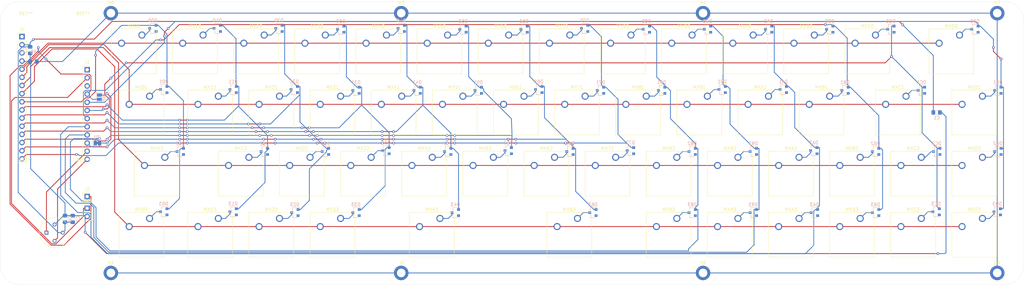
<source format=kicad_pcb>
(kicad_pcb (version 20171130) (host pcbnew "(5.1.5)-3")
  (layers (0 F.Cu signal) (31 B.Cu signal) (34 B.Paste user) (35 F.Paste user) (36 B.SilkS user) (37 F.SilkS user) (38 B.Mask user) (39 F.Mask user) (44 Edge.Cuts user))
  (net 0 "")
  (net 1 GND)
  (net 2 +3V3)
  (net 3 "Net-(D00-Pad1)")
  (net 4 col0)
  (net 5 "Net-(D01-Pad1)")
  (net 6 "Net-(D02-Pad1)")
  (net 7 "Net-(D03-Pad1)")
  (net 8 "Net-(D10-Pad1)")
  (net 9 col1)
  (net 10 "Net-(D11-Pad1)")
  (net 11 "Net-(D12-Pad1)")
  (net 12 "Net-(D13-Pad1)")
  (net 13 "Net-(D20-Pad1)")
  (net 14 col2)
  (net 15 "Net-(D21-Pad1)")
  (net 16 "Net-(D22-Pad1)")
  (net 17 "Net-(D23-Pad1)")
  (net 18 "Net-(D30-Pad1)")
  (net 19 col3)
  (net 20 "Net-(D31-Pad1)")
  (net 21 "Net-(D32-Pad1)")
  (net 22 "Net-(D33-Pad1)")
  (net 23 "Net-(D40-Pad1)")
  (net 24 col4)
  (net 25 "Net-(D41-Pad1)")
  (net 26 "Net-(D42-Pad1)")
  (net 27 "Net-(D43-Pad1)")
  (net 28 "Net-(D50-Pad1)")
  (net 29 col5)
  (net 30 "Net-(D51-Pad1)")
  (net 31 "Net-(D52-Pad1)")
  (net 32 "Net-(D60-Pad1)")
  (net 33 col6)
  (net 34 "Net-(D61-Pad1)")
  (net 35 "Net-(D62-Pad1)")
  (net 36 "Net-(D63-Pad1)")
  (net 37 "Net-(D70-Pad1)")
  (net 38 col7)
  (net 39 "Net-(D71-Pad1)")
  (net 40 "Net-(D72-Pad1)")
  (net 41 "Net-(D80-Pad1)")
  (net 42 col8)
  (net 43 "Net-(D81-Pad1)")
  (net 44 "Net-(D82-Pad1)")
  (net 45 "Net-(D83-Pad1)")
  (net 46 "Net-(D90-Pad1)")
  (net 47 col9)
  (net 48 "Net-(D91-Pad1)")
  (net 49 "Net-(D92-Pad1)")
  (net 50 "Net-(D93-Pad1)")
  (net 51 "Net-(DA0-Pad1)")
  (net 52 col10)
  (net 53 "Net-(DA1-Pad1)")
  (net 54 "Net-(DA2-Pad1)")
  (net 55 "Net-(DA3-Pad1)")
  (net 56 "Net-(DB0-Pad1)")
  (net 57 col11)
  (net 58 "Net-(DB1-Pad1)")
  (net 59 "Net-(DB2-Pad1)")
  (net 60 "Net-(DB3-Pad1)")
  (net 61 "Net-(DC0-Pad1)")
  (net 62 col12)
  (net 63 "Net-(DC1-Pad1)")
  (net 64 "Net-(DC2-Pad1)")
  (net 65 "Net-(DC3-Pad1)")
  (net 66 "Net-(DD0-Pad1)")
  (net 67 col13)
  (net 68 "Net-(DD1-Pad1)")
  (net 69 "Net-(DD2-Pad1)")
  (net 70 "Net-(DD3-Pad1)")
  (net 71 "Net-(H0-Pad1)")
  (net 72 row3)
  (net 73 row2)
  (net 74 row1)
  (net 75 row0)
  (net 76 AREF)
  (net 77 RST)
  (net 78 SDA)
  (net 79 SCL)
  (net 80 "Net-(J1-Pad10)")
  (net 81 col14)
  (net 82 +5V)
  (net 83 EN)
  (net 84 +BATT)
  (module MountingHole:MountingHole_2.5mm (layer F.Cu) (at 262.89 237.49)
    (fp_text reference REF** (at 0 -3.5) (layer F.SilkS))
    (fp_text value MountingHole_2.5mm)
    (pad 1 np_thru_hole circle (at 0 0) (size 2.5 2.5) (drill 2.5) (layers *.Cu *.Mask))
  )
  (module MountingHole:MountingHole_2.5mm (layer F.Cu) (at 280.67 237.49)
    (fp_text reference REF** (at 0 -3.5) (layer F.SilkS))
    (fp_text value MountingHole_2.5mm)
    (pad 1 np_thru_hole circle (at 0 0) (size 2.5 2.5) (drill 2.5) (layers *.Cu *.Mask))
  )
  (module MountingHole:MountingHole_2.5mm (layer F.Cu) (at 280.67 191.77)
    (fp_text reference REF** (at 0 -3.5) (layer F.SilkS))
    (fp_text value MountingHole_2.5mm)
    (pad 1 np_thru_hole circle (at 0 0) (size 2.5 2.5) (drill 2.5) (layers *.Cu *.Mask))
  )
  (module MountingHole:MountingHole_2.5mm (layer F.Cu) (at 262.89 191.77)
    (fp_text reference REF** (at 0 -3.5) (layer F.SilkS))
    (fp_text value MountingHole_2.5mm)
    (pad 1 np_thru_hole circle (at 0 0) (size 2.5 2.5) (drill 2.5) (layers *.Cu *.Mask))
  )
  (module Resistor_SMD:R_0805_2012Metric_Pad1.15x1.40mm_HandSolder (layer B.Cu) (at 265.185 203.2 180)
    (fp_text reference R0 (at 0 2.95) (layer B.SilkS) (effects (justify mirror)))
    (fp_text value 1M)
    (pad 2 smd roundrect (at 1.025 0 180) (size 1.15 1.4) (layers B.Cu B.Paste B.Mask) (roundrect_rratio 0.217391) (net 1 GND))
    (pad 1 smd roundrect (at -1.025 0 180) (size 1.15 1.4) (layers B.Cu B.Paste B.Mask) (roundrect_rratio 0.217391) (net 71 "Net-(H0-Pad1)"))
  )
  (module MLX90614ESF-AAA-000-TU:TO254P942H425-4 (layer F.Cu) (at 271.78 256.54)
    (fp_text reference M1 (at 0.04 -6.008) (layer F.SilkS) (effects (font (size 0.8 0.8) (thickness 0.015))))
    (fp_text value MLX90614ESF-AAA-000-TU)
    (pad 2 thru_hole circle (at 0 2.54) (size 1.198 1.198) (drill 0.69) (layers *.Cu *.Mask) (net 78 SDA))
    (pad 4 thru_hole circle (at 0 -2.54) (size 1.198 1.198) (drill 0.69) (layers *.Cu *.Mask) (net 1 GND))
    (pad 3 thru_hole circle (at 2.54 0) (size 1.198 1.198) (drill 0.69) (layers *.Cu *.Mask) (net 2 +3V3))
    (pad 1 thru_hole rect (at -2.54 0) (size 1.198 1.198) (drill 0.69) (layers *.Cu *.Mask) (net 79 SCL))
  )
  (module Connector_PinHeader_2.54mm:PinHeader_1x02_P2.54mm_Vertical (layer F.Cu) (at 281.94 248.92)
    (fp_text reference SW1 (at 0 -2.33) (layer F.SilkS))
    (fp_text value SW_SPST)
    (pad 2 thru_hole oval (at 0 2.54) (size 1.7 1.7) (drill 1) (layers *.Cu *.Mask) (net 1 GND))
    (pad 1 thru_hole rect (at 0 0) (size 1.7 1.7) (drill 1) (layers *.Cu *.Mask) (net 83 EN))
  )
  (module Button_Switch_Keyboard:SW_Cherry_MX_1.00u_PCB (layer F.Cu) (at 560.943125 252.095)
    (fp_text reference MXD3 (at -2.54 -2.794) (layer F.SilkS))
    (fp_text value MX-NoLED)
    (pad "" np_thru_hole circle (at 2.54 5.08) (size 1.7 1.7) (drill 1.7) (layers *.Cu *.Mask))
    (pad "" np_thru_hole circle (at -7.62 5.08) (size 1.7 1.7) (drill 1.7) (layers *.Cu *.Mask))
    (pad "" np_thru_hole circle (at -2.54 5.08) (size 4 4) (drill 4) (layers *.Cu *.Mask))
    (pad 2 thru_hole circle (at -6.35 2.54) (size 2.2 2.2) (drill 1.5) (layers *.Cu *.Mask) (net 72 row3))
    (pad 1 thru_hole circle (at 0 0) (size 2.2 2.2) (drill 1.5) (layers *.Cu *.Mask) (net 70 "Net-(DD3-Pad1)"))
  )
  (module Button_Switch_Keyboard:SW_Cherry_MX_1.00u_PCB (layer F.Cu) (at 560.943125 233.045)
    (fp_text reference MXD2 (at -2.54 -2.794) (layer F.SilkS))
    (fp_text value MX-NoLED)
    (pad "" np_thru_hole circle (at 2.54 5.08) (size 1.7 1.7) (drill 1.7) (layers *.Cu *.Mask))
    (pad "" np_thru_hole circle (at -7.62 5.08) (size 1.7 1.7) (drill 1.7) (layers *.Cu *.Mask))
    (pad "" np_thru_hole circle (at -2.54 5.08) (size 4 4) (drill 4) (layers *.Cu *.Mask))
    (pad 2 thru_hole circle (at -6.35 2.54) (size 2.2 2.2) (drill 1.5) (layers *.Cu *.Mask) (net 73 row2))
    (pad 1 thru_hole circle (at 0 0) (size 2.2 2.2) (drill 1.5) (layers *.Cu *.Mask) (net 69 "Net-(DD2-Pad1)"))
  )
  (module Button_Switch_Keyboard:SW_Cherry_MX_1.00u_PCB (layer F.Cu) (at 560.943125 213.995)
    (fp_text reference MXD1 (at -2.54 -2.794) (layer F.SilkS))
    (fp_text value MX-NoLED)
    (pad "" np_thru_hole circle (at 2.54 5.08) (size 1.7 1.7) (drill 1.7) (layers *.Cu *.Mask))
    (pad "" np_thru_hole circle (at -7.62 5.08) (size 1.7 1.7) (drill 1.7) (layers *.Cu *.Mask))
    (pad "" np_thru_hole circle (at -2.54 5.08) (size 4 4) (drill 4) (layers *.Cu *.Mask))
    (pad 2 thru_hole circle (at -6.35 2.54) (size 2.2 2.2) (drill 1.5) (layers *.Cu *.Mask) (net 74 row1))
    (pad 1 thru_hole circle (at 0 0) (size 2.2 2.2) (drill 1.5) (layers *.Cu *.Mask) (net 68 "Net-(DD1-Pad1)"))
  )
  (module Button_Switch_Keyboard:SW_Cherry_MX_1.75u_PCB (layer F.Cu) (at 553.799375 194.945)
    (fp_text reference MXD0 (at -2.54 -2.794) (layer F.SilkS))
    (fp_text value MX-NoLED)
    (pad "" np_thru_hole circle (at 2.54 5.08) (size 1.7 1.7) (drill 1.7) (layers *.Cu *.Mask))
    (pad "" np_thru_hole circle (at -7.62 5.08) (size 1.7 1.7) (drill 1.7) (layers *.Cu *.Mask))
    (pad "" np_thru_hole circle (at -2.54 5.08) (size 4 4) (drill 4) (layers *.Cu *.Mask))
    (pad 2 thru_hole circle (at -6.35 2.54) (size 2.2 2.2) (drill 1.5) (layers *.Cu *.Mask) (net 75 row0))
    (pad 1 thru_hole circle (at 0 0) (size 2.2 2.2) (drill 1.5) (layers *.Cu *.Mask) (net 66 "Net-(DD0-Pad1)"))
  )
  (module Button_Switch_Keyboard:SW_Cherry_MX_1.00u_PCB (layer F.Cu) (at 541.893125 252.095)
    (fp_text reference MXC3 (at -2.54 -2.794) (layer F.SilkS))
    (fp_text value MX-NoLED)
    (pad "" np_thru_hole circle (at 2.54 5.08) (size 1.7 1.7) (drill 1.7) (layers *.Cu *.Mask))
    (pad "" np_thru_hole circle (at -7.62 5.08) (size 1.7 1.7) (drill 1.7) (layers *.Cu *.Mask))
    (pad "" np_thru_hole circle (at -2.54 5.08) (size 4 4) (drill 4) (layers *.Cu *.Mask))
    (pad 2 thru_hole circle (at -6.35 2.54) (size 2.2 2.2) (drill 1.5) (layers *.Cu *.Mask) (net 72 row3))
    (pad 1 thru_hole circle (at 0 0) (size 2.2 2.2) (drill 1.5) (layers *.Cu *.Mask) (net 65 "Net-(DC3-Pad1)"))
  )
  (module Button_Switch_Keyboard:SW_Cherry_MX_1.00u_PCB (layer F.Cu) (at 541.893125 233.045)
    (fp_text reference MXC2 (at -2.54 -2.794) (layer F.SilkS))
    (fp_text value MX-NoLED)
    (pad "" np_thru_hole circle (at 2.54 5.08) (size 1.7 1.7) (drill 1.7) (layers *.Cu *.Mask))
    (pad "" np_thru_hole circle (at -7.62 5.08) (size 1.7 1.7) (drill 1.7) (layers *.Cu *.Mask))
    (pad "" np_thru_hole circle (at -2.54 5.08) (size 4 4) (drill 4) (layers *.Cu *.Mask))
    (pad 2 thru_hole circle (at -6.35 2.54) (size 2.2 2.2) (drill 1.5) (layers *.Cu *.Mask) (net 73 row2))
    (pad 1 thru_hole circle (at 0 0) (size 2.2 2.2) (drill 1.5) (layers *.Cu *.Mask) (net 64 "Net-(DC2-Pad1)"))
  )
  (module Button_Switch_Keyboard:SW_Cherry_MX_1.50u_PCB (layer F.Cu) (at 537.130625 213.995)
    (fp_text reference MXC1 (at -2.54 -2.794) (layer F.SilkS))
    (fp_text value MX-NoLED)
    (pad "" np_thru_hole circle (at 2.54 5.08) (size 1.7 1.7) (drill 1.7) (layers *.Cu *.Mask))
    (pad "" np_thru_hole circle (at -7.62 5.08) (size 1.7 1.7) (drill 1.7) (layers *.Cu *.Mask))
    (pad "" np_thru_hole circle (at -2.54 5.08) (size 4 4) (drill 4) (layers *.Cu *.Mask))
    (pad 2 thru_hole circle (at -6.35 2.54) (size 2.2 2.2) (drill 1.5) (layers *.Cu *.Mask) (net 74 row1))
    (pad 1 thru_hole circle (at 0 0) (size 2.2 2.2) (drill 1.5) (layers *.Cu *.Mask) (net 63 "Net-(DC1-Pad1)"))
  )
  (module Button_Switch_Keyboard:SW_Cherry_MX_1.00u_PCB (layer F.Cu) (at 527.605625 194.945)
    (fp_text reference MXC0 (at -2.54 -2.794) (layer F.SilkS))
    (fp_text value MX-NoLED)
    (pad "" np_thru_hole circle (at 2.54 5.08) (size 1.7 1.7) (drill 1.7) (layers *.Cu *.Mask))
    (pad "" np_thru_hole circle (at -7.62 5.08) (size 1.7 1.7) (drill 1.7) (layers *.Cu *.Mask))
    (pad "" np_thru_hole circle (at -2.54 5.08) (size 4 4) (drill 4) (layers *.Cu *.Mask))
    (pad 2 thru_hole circle (at -6.35 2.54) (size 2.2 2.2) (drill 1.5) (layers *.Cu *.Mask) (net 75 row0))
    (pad 1 thru_hole circle (at 0 0) (size 2.2 2.2) (drill 1.5) (layers *.Cu *.Mask) (net 61 "Net-(DC0-Pad1)"))
  )
  (module Button_Switch_Keyboard:SW_Cherry_MX_1.00u_PCB (layer F.Cu) (at 522.843125 252.095)
    (fp_text reference MXB3 (at -2.54 -2.794) (layer F.SilkS))
    (fp_text value MX-NoLED)
    (pad "" np_thru_hole circle (at 2.54 5.08) (size 1.7 1.7) (drill 1.7) (layers *.Cu *.Mask))
    (pad "" np_thru_hole circle (at -7.62 5.08) (size 1.7 1.7) (drill 1.7) (layers *.Cu *.Mask))
    (pad "" np_thru_hole circle (at -2.54 5.08) (size 4 4) (drill 4) (layers *.Cu *.Mask))
    (pad 2 thru_hole circle (at -6.35 2.54) (size 2.2 2.2) (drill 1.5) (layers *.Cu *.Mask) (net 72 row3))
    (pad 1 thru_hole circle (at 0 0) (size 2.2 2.2) (drill 1.5) (layers *.Cu *.Mask) (net 60 "Net-(DB3-Pad1)"))
  )
  (module Button_Switch_Keyboard:SW_Cherry_MX_1.00u_PCB (layer F.Cu) (at 522.843125 233.045)
    (fp_text reference MXB2 (at -2.54 -2.794) (layer F.SilkS))
    (fp_text value MX-NoLED)
    (pad "" np_thru_hole circle (at 2.54 5.08) (size 1.7 1.7) (drill 1.7) (layers *.Cu *.Mask))
    (pad "" np_thru_hole circle (at -7.62 5.08) (size 1.7 1.7) (drill 1.7) (layers *.Cu *.Mask))
    (pad "" np_thru_hole circle (at -2.54 5.08) (size 4 4) (drill 4) (layers *.Cu *.Mask))
    (pad 2 thru_hole circle (at -6.35 2.54) (size 2.2 2.2) (drill 1.5) (layers *.Cu *.Mask) (net 73 row2))
    (pad 1 thru_hole circle (at 0 0) (size 2.2 2.2) (drill 1.5) (layers *.Cu *.Mask) (net 59 "Net-(DB2-Pad1)"))
  )
  (module Button_Switch_Keyboard:SW_Cherry_MX_1.00u_PCB (layer F.Cu) (at 513.318125 213.995)
    (fp_text reference MXB1 (at -2.54 -2.794) (layer F.SilkS))
    (fp_text value MX-NoLED)
    (pad "" np_thru_hole circle (at 2.54 5.08) (size 1.7 1.7) (drill 1.7) (layers *.Cu *.Mask))
    (pad "" np_thru_hole circle (at -7.62 5.08) (size 1.7 1.7) (drill 1.7) (layers *.Cu *.Mask))
    (pad "" np_thru_hole circle (at -2.54 5.08) (size 4 4) (drill 4) (layers *.Cu *.Mask))
    (pad 2 thru_hole circle (at -6.35 2.54) (size 2.2 2.2) (drill 1.5) (layers *.Cu *.Mask) (net 74 row1))
    (pad 1 thru_hole circle (at 0 0) (size 2.2 2.2) (drill 1.5) (layers *.Cu *.Mask) (net 58 "Net-(DB1-Pad1)"))
  )
  (module Button_Switch_Keyboard:SW_Cherry_MX_1.00u_PCB (layer F.Cu) (at 508.555625 194.945)
    (fp_text reference MXB0 (at -2.54 -2.794) (layer F.SilkS))
    (fp_text value MX-NoLED)
    (pad "" np_thru_hole circle (at 2.54 5.08) (size 1.7 1.7) (drill 1.7) (layers *.Cu *.Mask))
    (pad "" np_thru_hole circle (at -7.62 5.08) (size 1.7 1.7) (drill 1.7) (layers *.Cu *.Mask))
    (pad "" np_thru_hole circle (at -2.54 5.08) (size 4 4) (drill 4) (layers *.Cu *.Mask))
    (pad 2 thru_hole circle (at -6.35 2.54) (size 2.2 2.2) (drill 1.5) (layers *.Cu *.Mask) (net 75 row0))
    (pad 1 thru_hole circle (at 0 0) (size 2.2 2.2) (drill 1.5) (layers *.Cu *.Mask) (net 56 "Net-(DB0-Pad1)"))
  )
  (module Button_Switch_Keyboard:SW_Cherry_MX_1.00u_PCB (layer F.Cu) (at 503.793125 252.095)
    (fp_text reference MXA3 (at -2.54 -2.794) (layer F.SilkS))
    (fp_text value MX-NoLED)
    (pad "" np_thru_hole circle (at 2.54 5.08) (size 1.7 1.7) (drill 1.7) (layers *.Cu *.Mask))
    (pad "" np_thru_hole circle (at -7.62 5.08) (size 1.7 1.7) (drill 1.7) (layers *.Cu *.Mask))
    (pad "" np_thru_hole circle (at -2.54 5.08) (size 4 4) (drill 4) (layers *.Cu *.Mask))
    (pad 2 thru_hole circle (at -6.35 2.54) (size 2.2 2.2) (drill 1.5) (layers *.Cu *.Mask) (net 72 row3))
    (pad 1 thru_hole circle (at 0 0) (size 2.2 2.2) (drill 1.5) (layers *.Cu *.Mask) (net 55 "Net-(DA3-Pad1)"))
  )
  (module Button_Switch_Keyboard:SW_Cherry_MX_1.00u_PCB (layer F.Cu) (at 503.793125 233.045)
    (fp_text reference MXA2 (at -2.54 -2.794) (layer F.SilkS))
    (fp_text value MX-NoLED)
    (pad "" np_thru_hole circle (at 2.54 5.08) (size 1.7 1.7) (drill 1.7) (layers *.Cu *.Mask))
    (pad "" np_thru_hole circle (at -7.62 5.08) (size 1.7 1.7) (drill 1.7) (layers *.Cu *.Mask))
    (pad "" np_thru_hole circle (at -2.54 5.08) (size 4 4) (drill 4) (layers *.Cu *.Mask))
    (pad 2 thru_hole circle (at -6.35 2.54) (size 2.2 2.2) (drill 1.5) (layers *.Cu *.Mask) (net 73 row2))
    (pad 1 thru_hole circle (at 0 0) (size 2.2 2.2) (drill 1.5) (layers *.Cu *.Mask) (net 54 "Net-(DA2-Pad1)"))
  )
  (module Button_Switch_Keyboard:SW_Cherry_MX_1.00u_PCB (layer F.Cu) (at 494.268125 213.995)
    (fp_text reference MXA1 (at -2.54 -2.794) (layer F.SilkS))
    (fp_text value MX-NoLED)
    (pad "" np_thru_hole circle (at 2.54 5.08) (size 1.7 1.7) (drill 1.7) (layers *.Cu *.Mask))
    (pad "" np_thru_hole circle (at -7.62 5.08) (size 1.7 1.7) (drill 1.7) (layers *.Cu *.Mask))
    (pad "" np_thru_hole circle (at -2.54 5.08) (size 4 4) (drill 4) (layers *.Cu *.Mask))
    (pad 2 thru_hole circle (at -6.35 2.54) (size 2.2 2.2) (drill 1.5) (layers *.Cu *.Mask) (net 74 row1))
    (pad 1 thru_hole circle (at 0 0) (size 2.2 2.2) (drill 1.5) (layers *.Cu *.Mask) (net 53 "Net-(DA1-Pad1)"))
  )
  (module Button_Switch_Keyboard:SW_Cherry_MX_1.00u_PCB (layer F.Cu) (at 489.505625 194.945)
    (fp_text reference MXA0 (at -2.54 -2.794) (layer F.SilkS))
    (fp_text value MX-NoLED)
    (pad "" np_thru_hole circle (at 2.54 5.08) (size 1.7 1.7) (drill 1.7) (layers *.Cu *.Mask))
    (pad "" np_thru_hole circle (at -7.62 5.08) (size 1.7 1.7) (drill 1.7) (layers *.Cu *.Mask))
    (pad "" np_thru_hole circle (at -2.54 5.08) (size 4 4) (drill 4) (layers *.Cu *.Mask))
    (pad 2 thru_hole circle (at -6.35 2.54) (size 2.2 2.2) (drill 1.5) (layers *.Cu *.Mask) (net 75 row0))
    (pad 1 thru_hole circle (at 0 0) (size 2.2 2.2) (drill 1.5) (layers *.Cu *.Mask) (net 51 "Net-(DA0-Pad1)"))
  )
  (module Button_Switch_Keyboard:SW_Cherry_MX_1.00u_PCB (layer F.Cu) (at 484.743125 252.095)
    (fp_text reference MX93 (at -2.54 -2.794) (layer F.SilkS))
    (fp_text value MX-NoLED)
    (pad "" np_thru_hole circle (at 2.54 5.08) (size 1.7 1.7) (drill 1.7) (layers *.Cu *.Mask))
    (pad "" np_thru_hole circle (at -7.62 5.08) (size 1.7 1.7) (drill 1.7) (layers *.Cu *.Mask))
    (pad "" np_thru_hole circle (at -2.54 5.08) (size 4 4) (drill 4) (layers *.Cu *.Mask))
    (pad 2 thru_hole circle (at -6.35 2.54) (size 2.2 2.2) (drill 1.5) (layers *.Cu *.Mask) (net 72 row3))
    (pad 1 thru_hole circle (at 0 0) (size 2.2 2.2) (drill 1.5) (layers *.Cu *.Mask) (net 50 "Net-(D93-Pad1)"))
  )
  (module Button_Switch_Keyboard:SW_Cherry_MX_1.00u_PCB (layer F.Cu) (at 484.743125 233.045)
    (fp_text reference MX92 (at -2.54 -2.794) (layer F.SilkS))
    (fp_text value MX-NoLED)
    (pad "" np_thru_hole circle (at 2.54 5.08) (size 1.7 1.7) (drill 1.7) (layers *.Cu *.Mask))
    (pad "" np_thru_hole circle (at -7.62 5.08) (size 1.7 1.7) (drill 1.7) (layers *.Cu *.Mask))
    (pad "" np_thru_hole circle (at -2.54 5.08) (size 4 4) (drill 4) (layers *.Cu *.Mask))
    (pad 2 thru_hole circle (at -6.35 2.54) (size 2.2 2.2) (drill 1.5) (layers *.Cu *.Mask) (net 73 row2))
    (pad 1 thru_hole circle (at 0 0) (size 2.2 2.2) (drill 1.5) (layers *.Cu *.Mask) (net 49 "Net-(D92-Pad1)"))
  )
  (module Button_Switch_Keyboard:SW_Cherry_MX_1.00u_PCB (layer F.Cu) (at 475.218125 213.995)
    (fp_text reference MX91 (at -2.54 -2.794) (layer F.SilkS))
    (fp_text value MX-NoLED)
    (pad "" np_thru_hole circle (at 2.54 5.08) (size 1.7 1.7) (drill 1.7) (layers *.Cu *.Mask))
    (pad "" np_thru_hole circle (at -7.62 5.08) (size 1.7 1.7) (drill 1.7) (layers *.Cu *.Mask))
    (pad "" np_thru_hole circle (at -2.54 5.08) (size 4 4) (drill 4) (layers *.Cu *.Mask))
    (pad 2 thru_hole circle (at -6.35 2.54) (size 2.2 2.2) (drill 1.5) (layers *.Cu *.Mask) (net 74 row1))
    (pad 1 thru_hole circle (at 0 0) (size 2.2 2.2) (drill 1.5) (layers *.Cu *.Mask) (net 48 "Net-(D91-Pad1)"))
  )
  (module Button_Switch_Keyboard:SW_Cherry_MX_1.00u_PCB (layer F.Cu) (at 470.455625 194.945)
    (fp_text reference MX90 (at -2.54 -2.794) (layer F.SilkS))
    (fp_text value MX-NoLED)
    (pad "" np_thru_hole circle (at 2.54 5.08) (size 1.7 1.7) (drill 1.7) (layers *.Cu *.Mask))
    (pad "" np_thru_hole circle (at -7.62 5.08) (size 1.7 1.7) (drill 1.7) (layers *.Cu *.Mask))
    (pad "" np_thru_hole circle (at -2.54 5.08) (size 4 4) (drill 4) (layers *.Cu *.Mask))
    (pad 2 thru_hole circle (at -6.35 2.54) (size 2.2 2.2) (drill 1.5) (layers *.Cu *.Mask) (net 75 row0))
    (pad 1 thru_hole circle (at 0 0) (size 2.2 2.2) (drill 1.5) (layers *.Cu *.Mask) (net 46 "Net-(D90-Pad1)"))
  )
  (module Button_Switch_Keyboard:SW_Cherry_MX_1.00u_PCB (layer F.Cu) (at 465.693125 252.095)
    (fp_text reference MX83 (at -2.54 -2.794) (layer F.SilkS))
    (fp_text value MX-NoLED)
    (pad "" np_thru_hole circle (at 2.54 5.08) (size 1.7 1.7) (drill 1.7) (layers *.Cu *.Mask))
    (pad "" np_thru_hole circle (at -7.62 5.08) (size 1.7 1.7) (drill 1.7) (layers *.Cu *.Mask))
    (pad "" np_thru_hole circle (at -2.54 5.08) (size 4 4) (drill 4) (layers *.Cu *.Mask))
    (pad 2 thru_hole circle (at -6.35 2.54) (size 2.2 2.2) (drill 1.5) (layers *.Cu *.Mask) (net 72 row3))
    (pad 1 thru_hole circle (at 0 0) (size 2.2 2.2) (drill 1.5) (layers *.Cu *.Mask) (net 45 "Net-(D83-Pad1)"))
  )
  (module Button_Switch_Keyboard:SW_Cherry_MX_1.00u_PCB (layer F.Cu) (at 465.693125 233.045)
    (fp_text reference MX82 (at -2.54 -2.794) (layer F.SilkS))
    (fp_text value MX-NoLED)
    (pad "" np_thru_hole circle (at 2.54 5.08) (size 1.7 1.7) (drill 1.7) (layers *.Cu *.Mask))
    (pad "" np_thru_hole circle (at -7.62 5.08) (size 1.7 1.7) (drill 1.7) (layers *.Cu *.Mask))
    (pad "" np_thru_hole circle (at -2.54 5.08) (size 4 4) (drill 4) (layers *.Cu *.Mask))
    (pad 2 thru_hole circle (at -6.35 2.54) (size 2.2 2.2) (drill 1.5) (layers *.Cu *.Mask) (net 73 row2))
    (pad 1 thru_hole circle (at 0 0) (size 2.2 2.2) (drill 1.5) (layers *.Cu *.Mask) (net 44 "Net-(D82-Pad1)"))
  )
  (module Button_Switch_Keyboard:SW_Cherry_MX_1.00u_PCB (layer F.Cu) (at 456.168125 213.995)
    (fp_text reference MX81 (at -2.54 -2.794) (layer F.SilkS))
    (fp_text value MX-NoLED)
    (pad "" np_thru_hole circle (at 2.54 5.08) (size 1.7 1.7) (drill 1.7) (layers *.Cu *.Mask))
    (pad "" np_thru_hole circle (at -7.62 5.08) (size 1.7 1.7) (drill 1.7) (layers *.Cu *.Mask))
    (pad "" np_thru_hole circle (at -2.54 5.08) (size 4 4) (drill 4) (layers *.Cu *.Mask))
    (pad 2 thru_hole circle (at -6.35 2.54) (size 2.2 2.2) (drill 1.5) (layers *.Cu *.Mask) (net 74 row1))
    (pad 1 thru_hole circle (at 0 0) (size 2.2 2.2) (drill 1.5) (layers *.Cu *.Mask) (net 43 "Net-(D81-Pad1)"))
  )
  (module Button_Switch_Keyboard:SW_Cherry_MX_1.00u_PCB (layer F.Cu) (at 451.405625 194.945)
    (fp_text reference MX80 (at -2.54 -2.794) (layer F.SilkS))
    (fp_text value MX-NoLED)
    (pad "" np_thru_hole circle (at 2.54 5.08) (size 1.7 1.7) (drill 1.7) (layers *.Cu *.Mask))
    (pad "" np_thru_hole circle (at -7.62 5.08) (size 1.7 1.7) (drill 1.7) (layers *.Cu *.Mask))
    (pad "" np_thru_hole circle (at -2.54 5.08) (size 4 4) (drill 4) (layers *.Cu *.Mask))
    (pad 2 thru_hole circle (at -6.35 2.54) (size 2.2 2.2) (drill 1.5) (layers *.Cu *.Mask) (net 75 row0))
    (pad 1 thru_hole circle (at 0 0) (size 2.2 2.2) (drill 1.5) (layers *.Cu *.Mask) (net 41 "Net-(D80-Pad1)"))
  )
  (module Button_Switch_Keyboard:SW_Cherry_MX_1.00u_PCB (layer F.Cu) (at 446.643125 233.045)
    (fp_text reference MX72 (at -2.54 -2.794) (layer F.SilkS))
    (fp_text value MX-NoLED)
    (pad "" np_thru_hole circle (at 2.54 5.08) (size 1.7 1.7) (drill 1.7) (layers *.Cu *.Mask))
    (pad "" np_thru_hole circle (at -7.62 5.08) (size 1.7 1.7) (drill 1.7) (layers *.Cu *.Mask))
    (pad "" np_thru_hole circle (at -2.54 5.08) (size 4 4) (drill 4) (layers *.Cu *.Mask))
    (pad 2 thru_hole circle (at -6.35 2.54) (size 2.2 2.2) (drill 1.5) (layers *.Cu *.Mask) (net 73 row2))
    (pad 1 thru_hole circle (at 0 0) (size 2.2 2.2) (drill 1.5) (layers *.Cu *.Mask) (net 40 "Net-(D72-Pad1)"))
  )
  (module Button_Switch_Keyboard:SW_Cherry_MX_1.00u_PCB (layer F.Cu) (at 437.118125 213.995)
    (fp_text reference MX71 (at -2.54 -2.794) (layer F.SilkS))
    (fp_text value MX-NoLED)
    (pad "" np_thru_hole circle (at 2.54 5.08) (size 1.7 1.7) (drill 1.7) (layers *.Cu *.Mask))
    (pad "" np_thru_hole circle (at -7.62 5.08) (size 1.7 1.7) (drill 1.7) (layers *.Cu *.Mask))
    (pad "" np_thru_hole circle (at -2.54 5.08) (size 4 4) (drill 4) (layers *.Cu *.Mask))
    (pad 2 thru_hole circle (at -6.35 2.54) (size 2.2 2.2) (drill 1.5) (layers *.Cu *.Mask) (net 74 row1))
    (pad 1 thru_hole circle (at 0 0) (size 2.2 2.2) (drill 1.5) (layers *.Cu *.Mask) (net 39 "Net-(D71-Pad1)"))
  )
  (module Button_Switch_Keyboard:SW_Cherry_MX_1.00u_PCB (layer F.Cu) (at 432.355625 194.945)
    (fp_text reference MX70 (at -2.54 -2.794) (layer F.SilkS))
    (fp_text value MX-NoLED)
    (pad "" np_thru_hole circle (at 2.54 5.08) (size 1.7 1.7) (drill 1.7) (layers *.Cu *.Mask))
    (pad "" np_thru_hole circle (at -7.62 5.08) (size 1.7 1.7) (drill 1.7) (layers *.Cu *.Mask))
    (pad "" np_thru_hole circle (at -2.54 5.08) (size 4 4) (drill 4) (layers *.Cu *.Mask))
    (pad 2 thru_hole circle (at -6.35 2.54) (size 2.2 2.2) (drill 1.5) (layers *.Cu *.Mask) (net 75 row0))
    (pad 1 thru_hole circle (at 0 0) (size 2.2 2.2) (drill 1.5) (layers *.Cu *.Mask) (net 37 "Net-(D70-Pad1)"))
  )
  (module Button_Switch_Keyboard:SW_Cherry_MX_2.25u_PCB (layer F.Cu) (at 434.736875 252.095)
    (fp_text reference MX63 (at -2.54 -2.794) (layer F.SilkS))
    (fp_text value MX-NoLED)
    (pad "" np_thru_hole circle (at 9.36 -1.92) (size 3.05 3.05) (drill 3.05) (layers *.Cu *.Mask))
    (pad "" np_thru_hole circle (at -14.44 -1.92) (size 3.05 3.05) (drill 3.05) (layers *.Cu *.Mask))
    (pad "" np_thru_hole circle (at -14.44 13.32) (size 4 4) (drill 4) (layers *.Cu *.Mask))
    (pad "" np_thru_hole circle (at 9.36 13.32) (size 4 4) (drill 4) (layers *.Cu *.Mask))
    (pad "" np_thru_hole circle (at 2.54 5.08) (size 1.7 1.7) (drill 1.7) (layers *.Cu *.Mask))
    (pad "" np_thru_hole circle (at -7.62 5.08) (size 1.7 1.7) (drill 1.7) (layers *.Cu *.Mask))
    (pad "" np_thru_hole circle (at -2.54 5.08) (size 4 4) (drill 4) (layers *.Cu *.Mask))
    (pad 2 thru_hole circle (at -6.35 2.54) (size 2.2 2.2) (drill 1.5) (layers *.Cu *.Mask) (net 72 row3))
    (pad 1 thru_hole circle (at 0 0) (size 2.2 2.2) (drill 1.5) (layers *.Cu *.Mask) (net 36 "Net-(D63-Pad1)"))
  )
  (module Button_Switch_Keyboard:SW_Cherry_MX_1.00u_PCB (layer F.Cu) (at 427.593125 233.045)
    (fp_text reference MX62 (at -2.54 -2.794) (layer F.SilkS))
    (fp_text value MX-NoLED)
    (pad "" np_thru_hole circle (at 2.54 5.08) (size 1.7 1.7) (drill 1.7) (layers *.Cu *.Mask))
    (pad "" np_thru_hole circle (at -7.62 5.08) (size 1.7 1.7) (drill 1.7) (layers *.Cu *.Mask))
    (pad "" np_thru_hole circle (at -2.54 5.08) (size 4 4) (drill 4) (layers *.Cu *.Mask))
    (pad 2 thru_hole circle (at -6.35 2.54) (size 2.2 2.2) (drill 1.5) (layers *.Cu *.Mask) (net 73 row2))
    (pad 1 thru_hole circle (at 0 0) (size 2.2 2.2) (drill 1.5) (layers *.Cu *.Mask) (net 35 "Net-(D62-Pad1)"))
  )
  (module Button_Switch_Keyboard:SW_Cherry_MX_1.00u_PCB (layer F.Cu) (at 418.068125 213.995)
    (fp_text reference MX61 (at -2.54 -2.794) (layer F.SilkS))
    (fp_text value MX-NoLED)
    (pad "" np_thru_hole circle (at 2.54 5.08) (size 1.7 1.7) (drill 1.7) (layers *.Cu *.Mask))
    (pad "" np_thru_hole circle (at -7.62 5.08) (size 1.7 1.7) (drill 1.7) (layers *.Cu *.Mask))
    (pad "" np_thru_hole circle (at -2.54 5.08) (size 4 4) (drill 4) (layers *.Cu *.Mask))
    (pad 2 thru_hole circle (at -6.35 2.54) (size 2.2 2.2) (drill 1.5) (layers *.Cu *.Mask) (net 74 row1))
    (pad 1 thru_hole circle (at 0 0) (size 2.2 2.2) (drill 1.5) (layers *.Cu *.Mask) (net 34 "Net-(D61-Pad1)"))
  )
  (module Button_Switch_Keyboard:SW_Cherry_MX_1.00u_PCB (layer F.Cu) (at 413.305625 194.945)
    (fp_text reference MX60 (at -2.54 -2.794) (layer F.SilkS))
    (fp_text value MX-NoLED)
    (pad "" np_thru_hole circle (at 2.54 5.08) (size 1.7 1.7) (drill 1.7) (layers *.Cu *.Mask))
    (pad "" np_thru_hole circle (at -7.62 5.08) (size 1.7 1.7) (drill 1.7) (layers *.Cu *.Mask))
    (pad "" np_thru_hole circle (at -2.54 5.08) (size 4 4) (drill 4) (layers *.Cu *.Mask))
    (pad 2 thru_hole circle (at -6.35 2.54) (size 2.2 2.2) (drill 1.5) (layers *.Cu *.Mask) (net 75 row0))
    (pad 1 thru_hole circle (at 0 0) (size 2.2 2.2) (drill 1.5) (layers *.Cu *.Mask) (net 32 "Net-(D60-Pad1)"))
  )
  (module Button_Switch_Keyboard:SW_Cherry_MX_1.00u_PCB (layer F.Cu) (at 408.543125 233.045)
    (fp_text reference MX52 (at -2.54 -2.794) (layer F.SilkS))
    (fp_text value MX-NoLED)
    (pad "" np_thru_hole circle (at 2.54 5.08) (size 1.7 1.7) (drill 1.7) (layers *.Cu *.Mask))
    (pad "" np_thru_hole circle (at -7.62 5.08) (size 1.7 1.7) (drill 1.7) (layers *.Cu *.Mask))
    (pad "" np_thru_hole circle (at -2.54 5.08) (size 4 4) (drill 4) (layers *.Cu *.Mask))
    (pad 2 thru_hole circle (at -6.35 2.54) (size 2.2 2.2) (drill 1.5) (layers *.Cu *.Mask) (net 73 row2))
    (pad 1 thru_hole circle (at 0 0) (size 2.2 2.2) (drill 1.5) (layers *.Cu *.Mask) (net 31 "Net-(D52-Pad1)"))
  )
  (module Button_Switch_Keyboard:SW_Cherry_MX_1.00u_PCB (layer F.Cu) (at 399.018125 213.995)
    (fp_text reference MX51 (at -2.54 -2.794) (layer F.SilkS))
    (fp_text value MX-NoLED)
    (pad "" np_thru_hole circle (at 2.54 5.08) (size 1.7 1.7) (drill 1.7) (layers *.Cu *.Mask))
    (pad "" np_thru_hole circle (at -7.62 5.08) (size 1.7 1.7) (drill 1.7) (layers *.Cu *.Mask))
    (pad "" np_thru_hole circle (at -2.54 5.08) (size 4 4) (drill 4) (layers *.Cu *.Mask))
    (pad 2 thru_hole circle (at -6.35 2.54) (size 2.2 2.2) (drill 1.5) (layers *.Cu *.Mask) (net 74 row1))
    (pad 1 thru_hole circle (at 0 0) (size 2.2 2.2) (drill 1.5) (layers *.Cu *.Mask) (net 30 "Net-(D51-Pad1)"))
  )
  (module Button_Switch_Keyboard:SW_Cherry_MX_1.00u_PCB (layer F.Cu) (at 394.255625 194.945)
    (fp_text reference MX50 (at -2.54 -2.794) (layer F.SilkS))
    (fp_text value MX-NoLED)
    (pad "" np_thru_hole circle (at 2.54 5.08) (size 1.7 1.7) (drill 1.7) (layers *.Cu *.Mask))
    (pad "" np_thru_hole circle (at -7.62 5.08) (size 1.7 1.7) (drill 1.7) (layers *.Cu *.Mask))
    (pad "" np_thru_hole circle (at -2.54 5.08) (size 4 4) (drill 4) (layers *.Cu *.Mask))
    (pad 2 thru_hole circle (at -6.35 2.54) (size 2.2 2.2) (drill 1.5) (layers *.Cu *.Mask) (net 75 row0))
    (pad 1 thru_hole circle (at 0 0) (size 2.2 2.2) (drill 1.5) (layers *.Cu *.Mask) (net 28 "Net-(D50-Pad1)"))
  )
  (module Button_Switch_Keyboard:SW_Cherry_MX_2.25u_PCB (layer F.Cu) (at 391.874375 252.095)
    (fp_text reference MX43 (at -2.54 -2.794) (layer F.SilkS))
    (fp_text value MX-NoLED)
    (pad "" np_thru_hole circle (at 9.36 -1.92) (size 3.05 3.05) (drill 3.05) (layers *.Cu *.Mask))
    (pad "" np_thru_hole circle (at -14.44 -1.92) (size 3.05 3.05) (drill 3.05) (layers *.Cu *.Mask))
    (pad "" np_thru_hole circle (at -14.44 13.32) (size 4 4) (drill 4) (layers *.Cu *.Mask))
    (pad "" np_thru_hole circle (at 9.36 13.32) (size 4 4) (drill 4) (layers *.Cu *.Mask))
    (pad "" np_thru_hole circle (at 2.54 5.08) (size 1.7 1.7) (drill 1.7) (layers *.Cu *.Mask))
    (pad "" np_thru_hole circle (at -7.62 5.08) (size 1.7 1.7) (drill 1.7) (layers *.Cu *.Mask))
    (pad "" np_thru_hole circle (at -2.54 5.08) (size 4 4) (drill 4) (layers *.Cu *.Mask))
    (pad 2 thru_hole circle (at -6.35 2.54) (size 2.2 2.2) (drill 1.5) (layers *.Cu *.Mask) (net 72 row3))
    (pad 1 thru_hole circle (at 0 0) (size 2.2 2.2) (drill 1.5) (layers *.Cu *.Mask) (net 27 "Net-(D43-Pad1)"))
  )
  (module Button_Switch_Keyboard:SW_Cherry_MX_1.00u_PCB (layer F.Cu) (at 389.493125 233.045)
    (fp_text reference MX42 (at -2.54 -2.794) (layer F.SilkS))
    (fp_text value MX-NoLED)
    (pad "" np_thru_hole circle (at 2.54 5.08) (size 1.7 1.7) (drill 1.7) (layers *.Cu *.Mask))
    (pad "" np_thru_hole circle (at -7.62 5.08) (size 1.7 1.7) (drill 1.7) (layers *.Cu *.Mask))
    (pad "" np_thru_hole circle (at -2.54 5.08) (size 4 4) (drill 4) (layers *.Cu *.Mask))
    (pad 2 thru_hole circle (at -6.35 2.54) (size 2.2 2.2) (drill 1.5) (layers *.Cu *.Mask) (net 73 row2))
    (pad 1 thru_hole circle (at 0 0) (size 2.2 2.2) (drill 1.5) (layers *.Cu *.Mask) (net 26 "Net-(D42-Pad1)"))
  )
  (module Button_Switch_Keyboard:SW_Cherry_MX_1.00u_PCB (layer F.Cu) (at 379.968125 213.995)
    (fp_text reference MX41 (at -2.54 -2.794) (layer F.SilkS))
    (fp_text value MX-NoLED)
    (pad "" np_thru_hole circle (at 2.54 5.08) (size 1.7 1.7) (drill 1.7) (layers *.Cu *.Mask))
    (pad "" np_thru_hole circle (at -7.62 5.08) (size 1.7 1.7) (drill 1.7) (layers *.Cu *.Mask))
    (pad "" np_thru_hole circle (at -2.54 5.08) (size 4 4) (drill 4) (layers *.Cu *.Mask))
    (pad 2 thru_hole circle (at -6.35 2.54) (size 2.2 2.2) (drill 1.5) (layers *.Cu *.Mask) (net 74 row1))
    (pad 1 thru_hole circle (at 0 0) (size 2.2 2.2) (drill 1.5) (layers *.Cu *.Mask) (net 25 "Net-(D41-Pad1)"))
  )
  (module Button_Switch_Keyboard:SW_Cherry_MX_1.00u_PCB (layer F.Cu) (at 375.205625 194.945)
    (fp_text reference MX40 (at -2.54 -2.794) (layer F.SilkS))
    (fp_text value MX-NoLED)
    (pad "" np_thru_hole circle (at 2.54 5.08) (size 1.7 1.7) (drill 1.7) (layers *.Cu *.Mask))
    (pad "" np_thru_hole circle (at -7.62 5.08) (size 1.7 1.7) (drill 1.7) (layers *.Cu *.Mask))
    (pad "" np_thru_hole circle (at -2.54 5.08) (size 4 4) (drill 4) (layers *.Cu *.Mask))
    (pad 2 thru_hole circle (at -6.35 2.54) (size 2.2 2.2) (drill 1.5) (layers *.Cu *.Mask) (net 75 row0))
    (pad 1 thru_hole circle (at 0 0) (size 2.2 2.2) (drill 1.5) (layers *.Cu *.Mask) (net 23 "Net-(D40-Pad1)"))
  )
  (module Button_Switch_Keyboard:SW_Cherry_MX_1.00u_PCB (layer F.Cu) (at 360.918125 252.095)
    (fp_text reference MX33 (at -2.54 -2.794) (layer F.SilkS))
    (fp_text value MX-NoLED)
    (pad "" np_thru_hole circle (at 2.54 5.08) (size 1.7 1.7) (drill 1.7) (layers *.Cu *.Mask))
    (pad "" np_thru_hole circle (at -7.62 5.08) (size 1.7 1.7) (drill 1.7) (layers *.Cu *.Mask))
    (pad "" np_thru_hole circle (at -2.54 5.08) (size 4 4) (drill 4) (layers *.Cu *.Mask))
    (pad 2 thru_hole circle (at -6.35 2.54) (size 2.2 2.2) (drill 1.5) (layers *.Cu *.Mask) (net 72 row3))
    (pad 1 thru_hole circle (at 0 0) (size 2.2 2.2) (drill 1.5) (layers *.Cu *.Mask) (net 22 "Net-(D33-Pad1)"))
  )
  (module Button_Switch_Keyboard:SW_Cherry_MX_1.00u_PCB (layer F.Cu) (at 370.443125 233.045)
    (fp_text reference MX32 (at -2.54 -2.794) (layer F.SilkS))
    (fp_text value MX-NoLED)
    (pad "" np_thru_hole circle (at 2.54 5.08) (size 1.7 1.7) (drill 1.7) (layers *.Cu *.Mask))
    (pad "" np_thru_hole circle (at -7.62 5.08) (size 1.7 1.7) (drill 1.7) (layers *.Cu *.Mask))
    (pad "" np_thru_hole circle (at -2.54 5.08) (size 4 4) (drill 4) (layers *.Cu *.Mask))
    (pad 2 thru_hole circle (at -6.35 2.54) (size 2.2 2.2) (drill 1.5) (layers *.Cu *.Mask) (net 73 row2))
    (pad 1 thru_hole circle (at 0 0) (size 2.2 2.2) (drill 1.5) (layers *.Cu *.Mask) (net 21 "Net-(D32-Pad1)"))
  )
  (module Button_Switch_Keyboard:SW_Cherry_MX_1.00u_PCB (layer F.Cu) (at 360.918125 213.995)
    (fp_text reference MX31 (at -2.54 -2.794) (layer F.SilkS))
    (fp_text value MX-NoLED)
    (pad "" np_thru_hole circle (at 2.54 5.08) (size 1.7 1.7) (drill 1.7) (layers *.Cu *.Mask))
    (pad "" np_thru_hole circle (at -7.62 5.08) (size 1.7 1.7) (drill 1.7) (layers *.Cu *.Mask))
    (pad "" np_thru_hole circle (at -2.54 5.08) (size 4 4) (drill 4) (layers *.Cu *.Mask))
    (pad 2 thru_hole circle (at -6.35 2.54) (size 2.2 2.2) (drill 1.5) (layers *.Cu *.Mask) (net 74 row1))
    (pad 1 thru_hole circle (at 0 0) (size 2.2 2.2) (drill 1.5) (layers *.Cu *.Mask) (net 20 "Net-(D31-Pad1)"))
  )
  (module Button_Switch_Keyboard:SW_Cherry_MX_1.00u_PCB (layer F.Cu) (at 356.155625 194.945)
    (fp_text reference MX30 (at -2.54 -2.794) (layer F.SilkS))
    (fp_text value MX-NoLED)
    (pad "" np_thru_hole circle (at 2.54 5.08) (size 1.7 1.7) (drill 1.7) (layers *.Cu *.Mask))
    (pad "" np_thru_hole circle (at -7.62 5.08) (size 1.7 1.7) (drill 1.7) (layers *.Cu *.Mask))
    (pad "" np_thru_hole circle (at -2.54 5.08) (size 4 4) (drill 4) (layers *.Cu *.Mask))
    (pad 2 thru_hole circle (at -6.35 2.54) (size 2.2 2.2) (drill 1.5) (layers *.Cu *.Mask) (net 75 row0))
    (pad 1 thru_hole circle (at 0 0) (size 2.2 2.2) (drill 1.5) (layers *.Cu *.Mask) (net 18 "Net-(D30-Pad1)"))
  )
  (module Button_Switch_Keyboard:SW_Cherry_MX_1.00u_PCB (layer F.Cu) (at 341.868125 252.095)
    (fp_text reference MX23 (at -2.54 -2.794) (layer F.SilkS))
    (fp_text value MX-NoLED)
    (pad "" np_thru_hole circle (at 2.54 5.08) (size 1.7 1.7) (drill 1.7) (layers *.Cu *.Mask))
    (pad "" np_thru_hole circle (at -7.62 5.08) (size 1.7 1.7) (drill 1.7) (layers *.Cu *.Mask))
    (pad "" np_thru_hole circle (at -2.54 5.08) (size 4 4) (drill 4) (layers *.Cu *.Mask))
    (pad 2 thru_hole circle (at -6.35 2.54) (size 2.2 2.2) (drill 1.5) (layers *.Cu *.Mask) (net 72 row3))
    (pad 1 thru_hole circle (at 0 0) (size 2.2 2.2) (drill 1.5) (layers *.Cu *.Mask) (net 17 "Net-(D23-Pad1)"))
  )
  (module Button_Switch_Keyboard:SW_Cherry_MX_1.00u_PCB (layer F.Cu) (at 351.393125 233.045)
    (fp_text reference MX22 (at -2.54 -2.794) (layer F.SilkS))
    (fp_text value MX-NoLED)
    (pad "" np_thru_hole circle (at 2.54 5.08) (size 1.7 1.7) (drill 1.7) (layers *.Cu *.Mask))
    (pad "" np_thru_hole circle (at -7.62 5.08) (size 1.7 1.7) (drill 1.7) (layers *.Cu *.Mask))
    (pad "" np_thru_hole circle (at -2.54 5.08) (size 4 4) (drill 4) (layers *.Cu *.Mask))
    (pad 2 thru_hole circle (at -6.35 2.54) (size 2.2 2.2) (drill 1.5) (layers *.Cu *.Mask) (net 73 row2))
    (pad 1 thru_hole circle (at 0 0) (size 2.2 2.2) (drill 1.5) (layers *.Cu *.Mask) (net 16 "Net-(D22-Pad1)"))
  )
  (module Button_Switch_Keyboard:SW_Cherry_MX_1.00u_PCB (layer F.Cu) (at 341.868125 213.995)
    (fp_text reference MX21 (at -2.54 -2.794) (layer F.SilkS))
    (fp_text value MX-NoLED)
    (pad "" np_thru_hole circle (at 2.54 5.08) (size 1.7 1.7) (drill 1.7) (layers *.Cu *.Mask))
    (pad "" np_thru_hole circle (at -7.62 5.08) (size 1.7 1.7) (drill 1.7) (layers *.Cu *.Mask))
    (pad "" np_thru_hole circle (at -2.54 5.08) (size 4 4) (drill 4) (layers *.Cu *.Mask))
    (pad 2 thru_hole circle (at -6.35 2.54) (size 2.2 2.2) (drill 1.5) (layers *.Cu *.Mask) (net 74 row1))
    (pad 1 thru_hole circle (at 0 0) (size 2.2 2.2) (drill 1.5) (layers *.Cu *.Mask) (net 15 "Net-(D21-Pad1)"))
  )
  (module Button_Switch_Keyboard:SW_Cherry_MX_1.00u_PCB (layer F.Cu) (at 337.105625 194.945)
    (fp_text reference MX20 (at -2.54 -2.794) (layer F.SilkS))
    (fp_text value MX-NoLED)
    (pad "" np_thru_hole circle (at 2.54 5.08) (size 1.7 1.7) (drill 1.7) (layers *.Cu *.Mask))
    (pad "" np_thru_hole circle (at -7.62 5.08) (size 1.7 1.7) (drill 1.7) (layers *.Cu *.Mask))
    (pad "" np_thru_hole circle (at -2.54 5.08) (size 4 4) (drill 4) (layers *.Cu *.Mask))
    (pad 2 thru_hole circle (at -6.35 2.54) (size 2.2 2.2) (drill 1.5) (layers *.Cu *.Mask) (net 75 row0))
    (pad 1 thru_hole circle (at 0 0) (size 2.2 2.2) (drill 1.5) (layers *.Cu *.Mask) (net 13 "Net-(D20-Pad1)"))
  )
  (module Button_Switch_Keyboard:SW_Cherry_MX_1.00u_PCB (layer F.Cu) (at 322.818125 252.095)
    (fp_text reference MX13 (at -2.54 -2.794) (layer F.SilkS))
    (fp_text value MX-NoLED)
    (pad "" np_thru_hole circle (at 2.54 5.08) (size 1.7 1.7) (drill 1.7) (layers *.Cu *.Mask))
    (pad "" np_thru_hole circle (at -7.62 5.08) (size 1.7 1.7) (drill 1.7) (layers *.Cu *.Mask))
    (pad "" np_thru_hole circle (at -2.54 5.08) (size 4 4) (drill 4) (layers *.Cu *.Mask))
    (pad 2 thru_hole circle (at -6.35 2.54) (size 2.2 2.2) (drill 1.5) (layers *.Cu *.Mask) (net 72 row3))
    (pad 1 thru_hole circle (at 0 0) (size 2.2 2.2) (drill 1.5) (layers *.Cu *.Mask) (net 12 "Net-(D13-Pad1)"))
  )
  (module Button_Switch_Keyboard:SW_Cherry_MX_1.00u_PCB (layer F.Cu) (at 332.343125 233.045)
    (fp_text reference MX12 (at -2.54 -2.794) (layer F.SilkS))
    (fp_text value MX-NoLED)
    (pad "" np_thru_hole circle (at 2.54 5.08) (size 1.7 1.7) (drill 1.7) (layers *.Cu *.Mask))
    (pad "" np_thru_hole circle (at -7.62 5.08) (size 1.7 1.7) (drill 1.7) (layers *.Cu *.Mask))
    (pad "" np_thru_hole circle (at -2.54 5.08) (size 4 4) (drill 4) (layers *.Cu *.Mask))
    (pad 2 thru_hole circle (at -6.35 2.54) (size 2.2 2.2) (drill 1.5) (layers *.Cu *.Mask) (net 73 row2))
    (pad 1 thru_hole circle (at 0 0) (size 2.2 2.2) (drill 1.5) (layers *.Cu *.Mask) (net 11 "Net-(D12-Pad1)"))
  )
  (module Button_Switch_Keyboard:SW_Cherry_MX_1.00u_PCB (layer F.Cu) (at 322.818125 213.995)
    (fp_text reference MX11 (at -2.54 -2.794) (layer F.SilkS))
    (fp_text value MX-NoLED)
    (pad "" np_thru_hole circle (at 2.54 5.08) (size 1.7 1.7) (drill 1.7) (layers *.Cu *.Mask))
    (pad "" np_thru_hole circle (at -7.62 5.08) (size 1.7 1.7) (drill 1.7) (layers *.Cu *.Mask))
    (pad "" np_thru_hole circle (at -2.54 5.08) (size 4 4) (drill 4) (layers *.Cu *.Mask))
    (pad 2 thru_hole circle (at -6.35 2.54) (size 2.2 2.2) (drill 1.5) (layers *.Cu *.Mask) (net 74 row1))
    (pad 1 thru_hole circle (at 0 0) (size 2.2 2.2) (drill 1.5) (layers *.Cu *.Mask) (net 10 "Net-(D11-Pad1)"))
  )
  (module Button_Switch_Keyboard:SW_Cherry_MX_1.00u_PCB (layer F.Cu) (at 318.055625 194.945)
    (fp_text reference MX10 (at -2.54 -2.794) (layer F.SilkS))
    (fp_text value MX-NoLED)
    (pad "" np_thru_hole circle (at 2.54 5.08) (size 1.7 1.7) (drill 1.7) (layers *.Cu *.Mask))
    (pad "" np_thru_hole circle (at -7.62 5.08) (size 1.7 1.7) (drill 1.7) (layers *.Cu *.Mask))
    (pad "" np_thru_hole circle (at -2.54 5.08) (size 4 4) (drill 4) (layers *.Cu *.Mask))
    (pad 2 thru_hole circle (at -6.35 2.54) (size 2.2 2.2) (drill 1.5) (layers *.Cu *.Mask) (net 75 row0))
    (pad 1 thru_hole circle (at 0 0) (size 2.2 2.2) (drill 1.5) (layers *.Cu *.Mask) (net 8 "Net-(D10-Pad1)"))
  )
  (module Button_Switch_Keyboard:SW_Cherry_MX_1.25u_PCB (layer F.Cu) (at 301.386875 252.095)
    (fp_text reference MX03 (at -2.54 -2.794) (layer F.SilkS))
    (fp_text value MX-NoLED)
    (pad "" np_thru_hole circle (at 2.54 5.08) (size 1.7 1.7) (drill 1.7) (layers *.Cu *.Mask))
    (pad "" np_thru_hole circle (at -7.62 5.08) (size 1.7 1.7) (drill 1.7) (layers *.Cu *.Mask))
    (pad "" np_thru_hole circle (at -2.54 5.08) (size 4 4) (drill 4) (layers *.Cu *.Mask))
    (pad 2 thru_hole circle (at -6.35 2.54) (size 2.2 2.2) (drill 1.5) (layers *.Cu *.Mask) (net 72 row3))
    (pad 1 thru_hole circle (at 0 0) (size 2.2 2.2) (drill 1.5) (layers *.Cu *.Mask) (net 7 "Net-(D03-Pad1)"))
  )
  (module Button_Switch_Keyboard:SW_Cherry_MX_1.75u_PCB (layer F.Cu) (at 306.149375 233.045)
    (fp_text reference MX02 (at -2.54 -2.794) (layer F.SilkS))
    (fp_text value MX-NoLED)
    (pad "" np_thru_hole circle (at 2.54 5.08) (size 1.7 1.7) (drill 1.7) (layers *.Cu *.Mask))
    (pad "" np_thru_hole circle (at -7.62 5.08) (size 1.7 1.7) (drill 1.7) (layers *.Cu *.Mask))
    (pad "" np_thru_hole circle (at -2.54 5.08) (size 4 4) (drill 4) (layers *.Cu *.Mask))
    (pad 2 thru_hole circle (at -6.35 2.54) (size 2.2 2.2) (drill 1.5) (layers *.Cu *.Mask) (net 73 row2))
    (pad 1 thru_hole circle (at 0 0) (size 2.2 2.2) (drill 1.5) (layers *.Cu *.Mask) (net 6 "Net-(D02-Pad1)"))
  )
  (module Button_Switch_Keyboard:SW_Cherry_MX_1.25u_PCB (layer F.Cu) (at 301.386875 213.995)
    (fp_text reference MX01 (at -2.54 -2.794) (layer F.SilkS))
    (fp_text value MX-NoLED)
    (pad "" np_thru_hole circle (at 2.54 5.08) (size 1.7 1.7) (drill 1.7) (layers *.Cu *.Mask))
    (pad "" np_thru_hole circle (at -7.62 5.08) (size 1.7 1.7) (drill 1.7) (layers *.Cu *.Mask))
    (pad "" np_thru_hole circle (at -2.54 5.08) (size 4 4) (drill 4) (layers *.Cu *.Mask))
    (pad 2 thru_hole circle (at -6.35 2.54) (size 2.2 2.2) (drill 1.5) (layers *.Cu *.Mask) (net 74 row1))
    (pad 1 thru_hole circle (at 0 0) (size 2.2 2.2) (drill 1.5) (layers *.Cu *.Mask) (net 5 "Net-(D01-Pad1)"))
  )
  (module Button_Switch_Keyboard:SW_Cherry_MX_1.00u_PCB (layer F.Cu) (at 299.005625 194.945)
    (fp_text reference MX00 (at -2.54 -2.794) (layer F.SilkS))
    (fp_text value MX-NoLED)
    (pad "" np_thru_hole circle (at 2.54 5.08) (size 1.7 1.7) (drill 1.7) (layers *.Cu *.Mask))
    (pad "" np_thru_hole circle (at -7.62 5.08) (size 1.7 1.7) (drill 1.7) (layers *.Cu *.Mask))
    (pad "" np_thru_hole circle (at -2.54 5.08) (size 4 4) (drill 4) (layers *.Cu *.Mask))
    (pad 2 thru_hole circle (at -6.35 2.54) (size 2.2 2.2) (drill 1.5) (layers *.Cu *.Mask) (net 75 row0))
    (pad 1 thru_hole circle (at 0 0) (size 2.2 2.2) (drill 1.5) (layers *.Cu *.Mask) (net 3 "Net-(D00-Pad1)"))
  )
  (module Jumper:SolderJumper-2_P1.3mm_Bridged_Pad1.0x1.5mm (layer B.Cu) (at 285.13 228.6 180)
    (fp_text reference JP1 (at 0 1.8) (layer B.SilkS) (effects (justify mirror)))
    (fp_text value Jumper_2_Bridged)
    (fp_poly (pts (xy -0.25 0.3) (xy 0.25 0.3) (xy 0.25 -0.3) (xy -0.25 -0.3)) (layer B.Cu) (width 0))
    (pad 2 smd rect (at 0.65 0 180) (size 1 1.5) (layers B.Cu B.Mask) (net 42 col8))
    (pad 1 smd rect (at -0.65 0 180) (size 1 1.5) (layers B.Cu B.Mask) (net 80 "Net-(J1-Pad10)"))
  )
  (module Jumper:SolderJumper-2_P1.3mm_Open_Pad1.0x1.5mm (layer B.Cu) (at 285.75 214.3125 90)
    (fp_text reference JP0 (at 0 1.8 -90) (layer B.SilkS) (effects (justify mirror)))
    (fp_text value Jumper_2_Open)
    (pad 1 smd rect (at -0.65 0 90) (size 1 1.5) (layers B.Cu B.Mask) (net 81 col14))
    (pad 2 smd rect (at 0.65 0 90) (size 1 1.5) (layers B.Cu B.Mask) (net 80 "Net-(J1-Pad10)"))
  )
  (module Connector_PinHeader_2.54mm:PinHeader_1x01_P2.54mm_Vertical (layer F.Cu) (at 281.93778 245.26875)
    (fp_text reference J2 (at 0 -2.33) (layer F.SilkS))
    (fp_text value Conn_01x01)
    (pad 1 thru_hole rect (at 0 0) (size 1.7 1.7) (drill 1) (layers *.Cu *.Mask) (net 81 col14))
  )
  (module Connector_PinHeader_2.54mm:PinHeader_1x12_P2.54mm_Vertical (layer F.Cu) (at 281.94 205.74)
    (fp_text reference J1 (at 0 -2.33) (layer F.SilkS))
    (fp_text value Conn_01x12)
    (pad 12 thru_hole oval (at 0 27.94) (size 1.7 1.7) (drill 1) (layers *.Cu *.Mask) (net 78 SDA))
    (pad 11 thru_hole oval (at 0 25.4) (size 1.7 1.7) (drill 1) (layers *.Cu *.Mask) (net 79 SCL))
    (pad 10 thru_hole oval (at 0 22.86) (size 1.7 1.7) (drill 1) (layers *.Cu *.Mask) (net 80 "Net-(J1-Pad10)"))
    (pad 9 thru_hole oval (at 0 20.32) (size 1.7 1.7) (drill 1) (layers *.Cu *.Mask) (net 47 col9))
    (pad 8 thru_hole oval (at 0 17.78) (size 1.7 1.7) (drill 1) (layers *.Cu *.Mask) (net 52 col10))
    (pad 7 thru_hole oval (at 0 15.24) (size 1.7 1.7) (drill 1) (layers *.Cu *.Mask) (net 57 col11))
    (pad 6 thru_hole oval (at 0 12.7) (size 1.7 1.7) (drill 1) (layers *.Cu *.Mask) (net 62 col12))
    (pad 5 thru_hole oval (at 0 10.16) (size 1.7 1.7) (drill 1) (layers *.Cu *.Mask) (net 67 col13))
    (pad 4 thru_hole oval (at 0 7.62) (size 1.7 1.7) (drill 1) (layers *.Cu *.Mask) (net 81 col14))
    (pad 3 thru_hole oval (at 0 5.08) (size 1.7 1.7) (drill 1) (layers *.Cu *.Mask) (net 82 +5V))
    (pad 2 thru_hole oval (at 0 2.54) (size 1.7 1.7) (drill 1) (layers *.Cu *.Mask) (net 83 EN))
    (pad 1 thru_hole rect (at 0 0) (size 1.7 1.7) (drill 1) (layers *.Cu *.Mask) (net 84 +BATT))
  )
  (module Connector_PinHeader_2.54mm:PinHeader_1x16_P2.54mm_Vertical (layer F.Cu) (at 261.62 195.42125)
    (fp_text reference J0 (at 0 -2.33) (layer F.SilkS))
    (fp_text value Conn_01x16)
    (pad 16 thru_hole oval (at 0 38.1) (size 1.7 1.7) (drill 1) (layers *.Cu *.Mask) (net 38 col7))
    (pad 15 thru_hole oval (at 0 35.56) (size 1.7 1.7) (drill 1) (layers *.Cu *.Mask) (net 33 col6))
    (pad 14 thru_hole oval (at 0 33.02) (size 1.7 1.7) (drill 1) (layers *.Cu *.Mask) (net 29 col5))
    (pad 13 thru_hole oval (at 0 30.48) (size 1.7 1.7) (drill 1) (layers *.Cu *.Mask) (net 24 col4))
    (pad 12 thru_hole oval (at 0 27.94) (size 1.7 1.7) (drill 1) (layers *.Cu *.Mask) (net 19 col3))
    (pad 11 thru_hole oval (at 0 25.4) (size 1.7 1.7) (drill 1) (layers *.Cu *.Mask) (net 14 col2))
    (pad 10 thru_hole oval (at 0 22.86) (size 1.7 1.7) (drill 1) (layers *.Cu *.Mask) (net 9 col1))
    (pad 9 thru_hole oval (at 0 20.32) (size 1.7 1.7) (drill 1) (layers *.Cu *.Mask) (net 4 col0))
    (pad 8 thru_hole oval (at 0 17.78) (size 1.7 1.7) (drill 1) (layers *.Cu *.Mask) (net 72 row3))
    (pad 7 thru_hole oval (at 0 15.24) (size 1.7 1.7) (drill 1) (layers *.Cu *.Mask) (net 73 row2))
    (pad 6 thru_hole oval (at 0 12.7) (size 1.7 1.7) (drill 1) (layers *.Cu *.Mask) (net 74 row1))
    (pad 5 thru_hole oval (at 0 10.16) (size 1.7 1.7) (drill 1) (layers *.Cu *.Mask) (net 75 row0))
    (pad 4 thru_hole oval (at 0 7.62) (size 1.7 1.7) (drill 1) (layers *.Cu *.Mask) (net 1 GND))
    (pad 3 thru_hole oval (at 0 5.08) (size 1.7 1.7) (drill 1) (layers *.Cu *.Mask) (net 76 AREF))
    (pad 2 thru_hole oval (at 0 2.54) (size 1.7 1.7) (drill 1) (layers *.Cu *.Mask) (net 2 +3V3))
    (pad 1 thru_hole rect (at 0 0) (size 1.7 1.7) (drill 1) (layers *.Cu *.Mask) (net 77 RST))
  )
  (module MountingHole:MountingHole_2.7mm_M2.5_ISO7380_Pad (layer F.Cu) (at 565.546875 188.11875)
    (fp_text reference H7 (at 0 -3.25) (layer F.SilkS))
    (fp_text value MountingHole_Pad)
    (pad 1 thru_hole circle (at 0 0) (size 4.5 4.5) (drill 2.7) (layers *.Cu *.Mask) (net 71 "Net-(H0-Pad1)"))
  )
  (module MountingHole:MountingHole_2.7mm_M2.5_ISO7380_Pad (layer F.Cu) (at 473.86875 269.08125)
    (fp_text reference H6 (at 0 -3.25) (layer F.SilkS))
    (fp_text value MountingHole_Pad)
    (pad 1 thru_hole circle (at 0 0) (size 4.5 4.5) (drill 2.7) (layers *.Cu *.Mask) (net 71 "Net-(H0-Pad1)"))
  )
  (module MountingHole:MountingHole_2.7mm_M2.5_ISO7380_Pad (layer F.Cu) (at 565.546875 269.08125)
    (fp_text reference H5 (at 0 -3.25) (layer F.SilkS))
    (fp_text value MountingHole_Pad)
    (pad 1 thru_hole circle (at 0 0) (size 4.5 4.5) (drill 2.7) (layers *.Cu *.Mask) (net 71 "Net-(H0-Pad1)"))
  )
  (module MountingHole:MountingHole_2.7mm_M2.5_ISO7380_Pad (layer F.Cu) (at 473.86875 188.11875)
    (fp_text reference H4 (at 0 -3.25) (layer F.SilkS))
    (fp_text value MountingHole_Pad)
    (pad 1 thru_hole circle (at 0 0) (size 4.5 4.5) (drill 2.7) (layers *.Cu *.Mask) (net 71 "Net-(H0-Pad1)"))
  )
  (module MountingHole:MountingHole_2.7mm_M2.5_ISO7380_Pad (layer F.Cu) (at 379.809375 188.11875)
    (fp_text reference H3 (at 0 -3.25) (layer F.SilkS))
    (fp_text value MountingHole_Pad)
    (pad 1 thru_hole circle (at 0 0) (size 4.5 4.5) (drill 2.7) (layers *.Cu *.Mask) (net 71 "Net-(H0-Pad1)"))
  )
  (module MountingHole:MountingHole_2.7mm_M2.5_ISO7380_Pad (layer F.Cu) (at 379.809375 269.08125)
    (fp_text reference H2 (at 0 -3.25) (layer F.SilkS))
    (fp_text value MountingHole_Pad)
    (pad 1 thru_hole circle (at 0 0) (size 4.5 4.5) (drill 2.7) (layers *.Cu *.Mask) (net 71 "Net-(H0-Pad1)"))
  )
  (module MountingHole:MountingHole_2.7mm_M2.5_ISO7380_Pad (layer F.Cu) (at 289.321875 269.08125)
    (fp_text reference H1 (at 0 -3.25) (layer F.SilkS))
    (fp_text value MountingHole_Pad)
    (pad 1 thru_hole circle (at 0 0) (size 4.5 4.5) (drill 2.7) (layers *.Cu *.Mask) (net 71 "Net-(H0-Pad1)"))
  )
  (module MountingHole:MountingHole_2.7mm_M2.5_ISO7380_Pad (layer F.Cu) (at 289.321875 188.11875)
    (fp_text reference H0 (at 0 -3.25) (layer F.SilkS))
    (fp_text value MountingHole_Pad)
    (pad 1 thru_hole circle (at 0 0) (size 4.5 4.5) (drill 2.7) (layers *.Cu *.Mask) (net 71 "Net-(H0-Pad1)"))
  )
  (module Diode_SMD:D_SOT-23_ANK (layer B.Cu) (at 565.546875 250.03125 180)
    (fp_text reference DD3 (at 0 2.5) (layer B.SilkS) (effects (justify mirror)))
    (fp_text value D)
    (pad 1 smd rect (at 1 0 180) (size 0.9 0.8) (layers B.Cu B.Paste B.Mask) (net 70 "Net-(DD3-Pad1)"))
    (pad "" smd rect (at -1 -0.95 180) (size 0.9 0.8) (layers B.Cu B.Paste B.Mask))
    (pad 2 smd rect (at -1 0.95 180) (size 0.9 0.8) (layers B.Cu B.Paste B.Mask) (net 67 col13))
  )
  (module Diode_SMD:D_SOT-23_ANK (layer B.Cu) (at 565.7375 231.221875 180)
    (fp_text reference DD2 (at 0 2.5) (layer B.SilkS) (effects (justify mirror)))
    (fp_text value D)
    (pad 1 smd rect (at 1 0 180) (size 0.9 0.8) (layers B.Cu B.Paste B.Mask) (net 69 "Net-(DD2-Pad1)"))
    (pad "" smd rect (at -1 -0.95 180) (size 0.9 0.8) (layers B.Cu B.Paste B.Mask))
    (pad 2 smd rect (at -1 0.95 180) (size 0.9 0.8) (layers B.Cu B.Paste B.Mask) (net 67 col13))
  )
  (module Diode_SMD:D_SOT-23_ANK (layer B.Cu) (at 565.7375 212.171875 180)
    (fp_text reference DD1 (at 0 2.5) (layer B.SilkS) (effects (justify mirror)))
    (fp_text value D)
    (pad 1 smd rect (at 1 0 180) (size 0.9 0.8) (layers B.Cu B.Paste B.Mask) (net 68 "Net-(DD1-Pad1)"))
    (pad "" smd rect (at -1 -0.95 180) (size 0.9 0.8) (layers B.Cu B.Paste B.Mask))
    (pad 2 smd rect (at -1 0.95 180) (size 0.9 0.8) (layers B.Cu B.Paste B.Mask) (net 67 col13))
  )
  (module Diode_SMD:D_SOT-23_ANK (layer B.Cu) (at 558.59375 193.121875 180)
    (fp_text reference DD0 (at 0 2.5) (layer B.SilkS) (effects (justify mirror)))
    (fp_text value D)
    (pad 1 smd rect (at 1 0 180) (size 0.9 0.8) (layers B.Cu B.Paste B.Mask) (net 66 "Net-(DD0-Pad1)"))
    (pad "" smd rect (at -1 -0.95 180) (size 0.9 0.8) (layers B.Cu B.Paste B.Mask))
    (pad 2 smd rect (at -1 0.95 180) (size 0.9 0.8) (layers B.Cu B.Paste B.Mask) (net 67 col13))
  )
  (module Diode_SMD:D_SOT-23_ANK (layer B.Cu) (at 546.496875 250.03125 180)
    (fp_text reference DC3 (at 0 2.5) (layer B.SilkS) (effects (justify mirror)))
    (fp_text value D)
    (pad 1 smd rect (at 1 0 180) (size 0.9 0.8) (layers B.Cu B.Paste B.Mask) (net 65 "Net-(DC3-Pad1)"))
    (pad "" smd rect (at -1 -0.95 180) (size 0.9 0.8) (layers B.Cu B.Paste B.Mask))
    (pad 2 smd rect (at -1 0.95 180) (size 0.9 0.8) (layers B.Cu B.Paste B.Mask) (net 62 col12))
  )
  (module Diode_SMD:D_SOT-23_ANK (layer B.Cu) (at 546.6875 231.221875 180)
    (fp_text reference DC2 (at 0 2.5) (layer B.SilkS) (effects (justify mirror)))
    (fp_text value D)
    (pad 1 smd rect (at 1 0 180) (size 0.9 0.8) (layers B.Cu B.Paste B.Mask) (net 64 "Net-(DC2-Pad1)"))
    (pad "" smd rect (at -1 -0.95 180) (size 0.9 0.8) (layers B.Cu B.Paste B.Mask))
    (pad 2 smd rect (at -1 0.95 180) (size 0.9 0.8) (layers B.Cu B.Paste B.Mask) (net 62 col12))
  )
  (module Diode_SMD:D_SOT-23_ANK (layer B.Cu) (at 541.925 212.171875 180)
    (fp_text reference DC1 (at 0 2.5) (layer B.SilkS) (effects (justify mirror)))
    (fp_text value D)
    (pad 1 smd rect (at 1 0 180) (size 0.9 0.8) (layers B.Cu B.Paste B.Mask) (net 63 "Net-(DC1-Pad1)"))
    (pad "" smd rect (at -1 -0.95 180) (size 0.9 0.8) (layers B.Cu B.Paste B.Mask))
    (pad 2 smd rect (at -1 0.95 180) (size 0.9 0.8) (layers B.Cu B.Paste B.Mask) (net 62 col12))
  )
  (module Diode_SMD:D_SOT-23_ANK (layer B.Cu) (at 532.4 193.121875 180)
    (fp_text reference DC0 (at 0 2.5) (layer B.SilkS) (effects (justify mirror)))
    (fp_text value D)
    (pad 1 smd rect (at 1 0 180) (size 0.9 0.8) (layers B.Cu B.Paste B.Mask) (net 61 "Net-(DC0-Pad1)"))
    (pad "" smd rect (at -1 -0.95 180) (size 0.9 0.8) (layers B.Cu B.Paste B.Mask))
    (pad 2 smd rect (at -1 0.95 180) (size 0.9 0.8) (layers B.Cu B.Paste B.Mask) (net 62 col12))
  )
  (module Diode_SMD:D_SOT-23_ANK (layer B.Cu) (at 527.6375 250.271875 180)
    (fp_text reference DB3 (at 0 2.5) (layer B.SilkS) (effects (justify mirror)))
    (fp_text value D)
    (pad 2 smd rect (at -1 0.95 180) (size 0.9 0.8) (layers B.Cu B.Paste B.Mask) (net 57 col11))
    (pad "" smd rect (at -1 -0.95 180) (size 0.9 0.8) (layers B.Cu B.Paste B.Mask))
    (pad 1 smd rect (at 1 0 180) (size 0.9 0.8) (layers B.Cu B.Paste B.Mask) (net 60 "Net-(DB3-Pad1)"))
  )
  (module Diode_SMD:D_SOT-23_ANK (layer B.Cu) (at 527.6375 231.221875 180)
    (fp_text reference DB2 (at 0 2.5) (layer B.SilkS) (effects (justify mirror)))
    (fp_text value D)
    (pad 1 smd rect (at 1 0 180) (size 0.9 0.8) (layers B.Cu B.Paste B.Mask) (net 59 "Net-(DB2-Pad1)"))
    (pad "" smd rect (at -1 -0.95 180) (size 0.9 0.8) (layers B.Cu B.Paste B.Mask))
    (pad 2 smd rect (at -1 0.95 180) (size 0.9 0.8) (layers B.Cu B.Paste B.Mask) (net 57 col11))
  )
  (module Diode_SMD:D_SOT-23_ANK (layer B.Cu) (at 518.1125 212.171875 180)
    (fp_text reference DB1 (at 0 2.5) (layer B.SilkS) (effects (justify mirror)))
    (fp_text value D)
    (pad 1 smd rect (at 1 0 180) (size 0.9 0.8) (layers B.Cu B.Paste B.Mask) (net 58 "Net-(DB1-Pad1)"))
    (pad "" smd rect (at -1 -0.95 180) (size 0.9 0.8) (layers B.Cu B.Paste B.Mask))
    (pad 2 smd rect (at -1 0.95 180) (size 0.9 0.8) (layers B.Cu B.Paste B.Mask) (net 57 col11))
  )
  (module Diode_SMD:D_SOT-23_ANK (layer B.Cu) (at 513.35 193.121875 180)
    (fp_text reference DB0 (at 0 2.5) (layer B.SilkS) (effects (justify mirror)))
    (fp_text value D)
    (pad 1 smd rect (at 1 0 180) (size 0.9 0.8) (layers B.Cu B.Paste B.Mask) (net 56 "Net-(DB0-Pad1)"))
    (pad "" smd rect (at -1 -0.95 180) (size 0.9 0.8) (layers B.Cu B.Paste B.Mask))
    (pad 2 smd rect (at -1 0.95 180) (size 0.9 0.8) (layers B.Cu B.Paste B.Mask) (net 57 col11))
  )
  (module Diode_SMD:D_SOT-23_ANK (layer B.Cu) (at 508.5875 250.271875 180)
    (fp_text reference DA3 (at 0 2.5) (layer B.SilkS) (effects (justify mirror)))
    (fp_text value D)
    (pad 1 smd rect (at 1 0 180) (size 0.9 0.8) (layers B.Cu B.Paste B.Mask) (net 55 "Net-(DA3-Pad1)"))
    (pad "" smd rect (at -1 -0.95 180) (size 0.9 0.8) (layers B.Cu B.Paste B.Mask))
    (pad 2 smd rect (at -1 0.95 180) (size 0.9 0.8) (layers B.Cu B.Paste B.Mask) (net 52 col10))
  )
  (module Diode_SMD:D_SOT-23_ANK (layer B.Cu) (at 508.396875 230.98125 180)
    (fp_text reference DA2 (at 0 2.5) (layer B.SilkS) (effects (justify mirror)))
    (fp_text value D)
    (pad 1 smd rect (at 1 0 180) (size 0.9 0.8) (layers B.Cu B.Paste B.Mask) (net 54 "Net-(DA2-Pad1)"))
    (pad "" smd rect (at -1 -0.95 180) (size 0.9 0.8) (layers B.Cu B.Paste B.Mask))
    (pad 2 smd rect (at -1 0.95 180) (size 0.9 0.8) (layers B.Cu B.Paste B.Mask) (net 52 col10))
  )
  (module Diode_SMD:D_SOT-23_ANK (layer B.Cu) (at 498.871875 211.93125 180)
    (fp_text reference DA1 (at 0 2.5) (layer B.SilkS) (effects (justify mirror)))
    (fp_text value D)
    (pad 1 smd rect (at 1 0 180) (size 0.9 0.8) (layers B.Cu B.Paste B.Mask) (net 53 "Net-(DA1-Pad1)"))
    (pad "" smd rect (at -1 -0.95 180) (size 0.9 0.8) (layers B.Cu B.Paste B.Mask))
    (pad 2 smd rect (at -1 0.95 180) (size 0.9 0.8) (layers B.Cu B.Paste B.Mask) (net 52 col10))
  )
  (module Diode_SMD:D_SOT-23_ANK (layer B.Cu) (at 494.3 193.121875 180)
    (fp_text reference DA0 (at 0 2.5) (layer B.SilkS) (effects (justify mirror)))
    (fp_text value D)
    (pad 1 smd rect (at 1 0 180) (size 0.9 0.8) (layers B.Cu B.Paste B.Mask) (net 51 "Net-(DA0-Pad1)"))
    (pad "" smd rect (at -1 -0.95 180) (size 0.9 0.8) (layers B.Cu B.Paste B.Mask))
    (pad 2 smd rect (at -1 0.95 180) (size 0.9 0.8) (layers B.Cu B.Paste B.Mask) (net 52 col10))
  )
  (module Diode_SMD:D_SOT-23_ANK (layer B.Cu) (at 489.5375 250.271875 180)
    (fp_text reference D93 (at 0 2.5) (layer B.SilkS) (effects (justify mirror)))
    (fp_text value D)
    (pad 1 smd rect (at 1 0 180) (size 0.9 0.8) (layers B.Cu B.Paste B.Mask) (net 50 "Net-(D93-Pad1)"))
    (pad "" smd rect (at -1 -0.95 180) (size 0.9 0.8) (layers B.Cu B.Paste B.Mask))
    (pad 2 smd rect (at -1 0.95 180) (size 0.9 0.8) (layers B.Cu B.Paste B.Mask) (net 47 col9))
  )
  (module Diode_SMD:D_SOT-23_ANK (layer B.Cu) (at 489.5375 231.221875 180)
    (fp_text reference D92 (at 0 2.5) (layer B.SilkS) (effects (justify mirror)))
    (fp_text value D)
    (pad 1 smd rect (at 1 0 180) (size 0.9 0.8) (layers B.Cu B.Paste B.Mask) (net 49 "Net-(D92-Pad1)"))
    (pad "" smd rect (at -1 -0.95 180) (size 0.9 0.8) (layers B.Cu B.Paste B.Mask))
    (pad 2 smd rect (at -1 0.95 180) (size 0.9 0.8) (layers B.Cu B.Paste B.Mask) (net 47 col9))
  )
  (module Diode_SMD:D_SOT-23_ANK (layer B.Cu) (at 479.821875 211.93125 180)
    (fp_text reference D91 (at 0 2.5) (layer B.SilkS) (effects (justify mirror)))
    (fp_text value D)
    (pad 1 smd rect (at 1 0 180) (size 0.9 0.8) (layers B.Cu B.Paste B.Mask) (net 48 "Net-(D91-Pad1)"))
    (pad "" smd rect (at -1 -0.95 180) (size 0.9 0.8) (layers B.Cu B.Paste B.Mask))
    (pad 2 smd rect (at -1 0.95 180) (size 0.9 0.8) (layers B.Cu B.Paste B.Mask) (net 47 col9))
  )
  (module Diode_SMD:D_SOT-23_ANK (layer B.Cu) (at 475.25 193.121875 180)
    (fp_text reference D90 (at 0 2.5) (layer B.SilkS) (effects (justify mirror)))
    (fp_text value D)
    (pad 1 smd rect (at 1 0 180) (size 0.9 0.8) (layers B.Cu B.Paste B.Mask) (net 46 "Net-(D90-Pad1)"))
    (pad "" smd rect (at -1 -0.95 180) (size 0.9 0.8) (layers B.Cu B.Paste B.Mask))
    (pad 2 smd rect (at -1 0.95 180) (size 0.9 0.8) (layers B.Cu B.Paste B.Mask) (net 47 col9))
  )
  (module Diode_SMD:D_SOT-23_ANK (layer B.Cu) (at 470.4875 250.271875 180)
    (fp_text reference D83 (at 0 2.5) (layer B.SilkS) (effects (justify mirror)))
    (fp_text value D)
    (pad 1 smd rect (at 1 0 180) (size 0.9 0.8) (layers B.Cu B.Paste B.Mask) (net 45 "Net-(D83-Pad1)"))
    (pad "" smd rect (at -1 -0.95 180) (size 0.9 0.8) (layers B.Cu B.Paste B.Mask))
    (pad 2 smd rect (at -1 0.95 180) (size 0.9 0.8) (layers B.Cu B.Paste B.Mask) (net 42 col8))
  )
  (module Diode_SMD:D_SOT-23_ANK (layer B.Cu) (at 470.4875 231.221875 180)
    (fp_text reference D82 (at 0 2.5) (layer B.SilkS) (effects (justify mirror)))
    (fp_text value D)
    (pad 1 smd rect (at 1 0 180) (size 0.9 0.8) (layers B.Cu B.Paste B.Mask) (net 44 "Net-(D82-Pad1)"))
    (pad "" smd rect (at -1 -0.95 180) (size 0.9 0.8) (layers B.Cu B.Paste B.Mask))
    (pad 2 smd rect (at -1 0.95 180) (size 0.9 0.8) (layers B.Cu B.Paste B.Mask) (net 42 col8))
  )
  (module Diode_SMD:D_SOT-23_ANK (layer B.Cu) (at 460.9625 212.171875 180)
    (fp_text reference D81 (at 0 2.5) (layer B.SilkS) (effects (justify mirror)))
    (fp_text value D)
    (pad 1 smd rect (at 1 0 180) (size 0.9 0.8) (layers B.Cu B.Paste B.Mask) (net 43 "Net-(D81-Pad1)"))
    (pad "" smd rect (at -1 -0.95 180) (size 0.9 0.8) (layers B.Cu B.Paste B.Mask))
    (pad 2 smd rect (at -1 0.95 180) (size 0.9 0.8) (layers B.Cu B.Paste B.Mask) (net 42 col8))
  )
  (module Diode_SMD:D_SOT-23_ANK (layer B.Cu) (at 456.2 193.121875 180)
    (fp_text reference D80 (at 0 2.5) (layer B.SilkS) (effects (justify mirror)))
    (fp_text value D)
    (pad 1 smd rect (at 1 0 180) (size 0.9 0.8) (layers B.Cu B.Paste B.Mask) (net 41 "Net-(D80-Pad1)"))
    (pad "" smd rect (at -1 -0.95 180) (size 0.9 0.8) (layers B.Cu B.Paste B.Mask))
    (pad 2 smd rect (at -1 0.95 180) (size 0.9 0.8) (layers B.Cu B.Paste B.Mask) (net 42 col8))
  )
  (module Diode_SMD:D_SOT-23_ANK (layer B.Cu) (at 451.246875 230.98125 180)
    (fp_text reference D72 (at 0 2.5) (layer B.SilkS) (effects (justify mirror)))
    (fp_text value D)
    (pad 1 smd rect (at 1 0 180) (size 0.9 0.8) (layers B.Cu B.Paste B.Mask) (net 40 "Net-(D72-Pad1)"))
    (pad "" smd rect (at -1 -0.95 180) (size 0.9 0.8) (layers B.Cu B.Paste B.Mask))
    (pad 2 smd rect (at -1 0.95 180) (size 0.9 0.8) (layers B.Cu B.Paste B.Mask) (net 38 col7))
  )
  (module Diode_SMD:D_SOT-23_ANK (layer B.Cu) (at 441.9125 212.171875 180)
    (fp_text reference D71 (at 0 2.5) (layer B.SilkS) (effects (justify mirror)))
    (fp_text value D)
    (pad 1 smd rect (at 1 0 180) (size 0.9 0.8) (layers B.Cu B.Paste B.Mask) (net 39 "Net-(D71-Pad1)"))
    (pad "" smd rect (at -1 -0.95 180) (size 0.9 0.8) (layers B.Cu B.Paste B.Mask))
    (pad 2 smd rect (at -1 0.95 180) (size 0.9 0.8) (layers B.Cu B.Paste B.Mask) (net 38 col7))
  )
  (module Diode_SMD:D_SOT-23_ANK (layer B.Cu) (at 436.959375 192.88125 180)
    (fp_text reference D70 (at 0 2.5) (layer B.SilkS) (effects (justify mirror)))
    (fp_text value D)
    (pad 1 smd rect (at 1 0 180) (size 0.9 0.8) (layers B.Cu B.Paste B.Mask) (net 37 "Net-(D70-Pad1)"))
    (pad "" smd rect (at -1 -0.95 180) (size 0.9 0.8) (layers B.Cu B.Paste B.Mask))
    (pad 2 smd rect (at -1 0.95 180) (size 0.9 0.8) (layers B.Cu B.Paste B.Mask) (net 38 col7))
  )
  (module Diode_SMD:D_SOT-23_ANK (layer B.Cu) (at 439.53125 250.271875 180)
    (fp_text reference D63 (at 0 2.5) (layer B.SilkS) (effects (justify mirror)))
    (fp_text value D)
    (pad 1 smd rect (at 1 0 180) (size 0.9 0.8) (layers B.Cu B.Paste B.Mask) (net 36 "Net-(D63-Pad1)"))
    (pad "" smd rect (at -1 -0.95 180) (size 0.9 0.8) (layers B.Cu B.Paste B.Mask))
    (pad 2 smd rect (at -1 0.95 180) (size 0.9 0.8) (layers B.Cu B.Paste B.Mask) (net 33 col6))
  )
  (module Diode_SMD:D_SOT-23_ANK (layer B.Cu) (at 432.3875 231.221875 180)
    (fp_text reference D62 (at 0 2.5) (layer B.SilkS) (effects (justify mirror)))
    (fp_text value D)
    (pad 1 smd rect (at 1 0 180) (size 0.9 0.8) (layers B.Cu B.Paste B.Mask) (net 35 "Net-(D62-Pad1)"))
    (pad "" smd rect (at -1 -0.95 180) (size 0.9 0.8) (layers B.Cu B.Paste B.Mask))
    (pad 2 smd rect (at -1 0.95 180) (size 0.9 0.8) (layers B.Cu B.Paste B.Mask) (net 33 col6))
  )
  (module Diode_SMD:D_SOT-23_ANK (layer B.Cu) (at 422.671875 211.93125 180)
    (fp_text reference D61 (at 0 2.5) (layer B.SilkS) (effects (justify mirror)))
    (fp_text value D)
    (pad 1 smd rect (at 1 0 180) (size 0.9 0.8) (layers B.Cu B.Paste B.Mask) (net 34 "Net-(D61-Pad1)"))
    (pad "" smd rect (at -1 -0.95 180) (size 0.9 0.8) (layers B.Cu B.Paste B.Mask))
    (pad 2 smd rect (at -1 0.95 180) (size 0.9 0.8) (layers B.Cu B.Paste B.Mask) (net 33 col6))
  )
  (module Diode_SMD:D_SOT-23_ANK (layer B.Cu) (at 418.1 193.121875 180)
    (fp_text reference D60 (at 0 2.5) (layer B.SilkS) (effects (justify mirror)))
    (fp_text value D)
    (pad 1 smd rect (at 1 0 180) (size 0.9 0.8) (layers B.Cu B.Paste B.Mask) (net 32 "Net-(D60-Pad1)"))
    (pad "" smd rect (at -1 -0.95 180) (size 0.9 0.8) (layers B.Cu B.Paste B.Mask))
    (pad 2 smd rect (at -1 0.95 180) (size 0.9 0.8) (layers B.Cu B.Paste B.Mask) (net 33 col6))
  )
  (module Diode_SMD:D_SOT-23_ANK (layer B.Cu) (at 413.146875 230.98125 180)
    (fp_text reference D52 (at 0 2.5) (layer B.SilkS) (effects (justify mirror)))
    (fp_text value D)
    (pad 1 smd rect (at 1 0 180) (size 0.9 0.8) (layers B.Cu B.Paste B.Mask) (net 31 "Net-(D52-Pad1)"))
    (pad "" smd rect (at -1 -0.95 180) (size 0.9 0.8) (layers B.Cu B.Paste B.Mask))
    (pad 2 smd rect (at -1 0.95 180) (size 0.9 0.8) (layers B.Cu B.Paste B.Mask) (net 29 col5))
  )
  (module Diode_SMD:D_SOT-23_ANK (layer B.Cu) (at 403.8125 212.171875 180)
    (fp_text reference D51 (at 0 2.5) (layer B.SilkS) (effects (justify mirror)))
    (fp_text value D)
    (pad 1 smd rect (at 1 0 180) (size 0.9 0.8) (layers B.Cu B.Paste B.Mask) (net 30 "Net-(D51-Pad1)"))
    (pad "" smd rect (at -1 -0.95 180) (size 0.9 0.8) (layers B.Cu B.Paste B.Mask))
    (pad 2 smd rect (at -1 0.95 180) (size 0.9 0.8) (layers B.Cu B.Paste B.Mask) (net 29 col5))
  )
  (module Diode_SMD:D_SOT-23_ANK (layer B.Cu) (at 399.05 193.121875 180)
    (fp_text reference D50 (at 0 2.5) (layer B.SilkS) (effects (justify mirror)))
    (fp_text value D)
    (pad 1 smd rect (at 1 0 180) (size 0.9 0.8) (layers B.Cu B.Paste B.Mask) (net 28 "Net-(D50-Pad1)"))
    (pad "" smd rect (at -1 -0.95 180) (size 0.9 0.8) (layers B.Cu B.Paste B.Mask))
    (pad 2 smd rect (at -1 0.95 180) (size 0.9 0.8) (layers B.Cu B.Paste B.Mask) (net 29 col5))
  )
  (module Diode_SMD:D_SOT-23_ANK (layer B.Cu) (at 396.66875 250.271875 180)
    (fp_text reference D43 (at 0 2.5) (layer B.SilkS) (effects (justify mirror)))
    (fp_text value D)
    (pad 1 smd rect (at 1 0 180) (size 0.9 0.8) (layers B.Cu B.Paste B.Mask) (net 27 "Net-(D43-Pad1)"))
    (pad "" smd rect (at -1 -0.95 180) (size 0.9 0.8) (layers B.Cu B.Paste B.Mask))
    (pad 2 smd rect (at -1 0.95 180) (size 0.9 0.8) (layers B.Cu B.Paste B.Mask) (net 24 col4))
  )
  (module Diode_SMD:D_SOT-23_ANK (layer B.Cu) (at 394.2875 231.221875 180)
    (fp_text reference D42 (at 0 2.5) (layer B.SilkS) (effects (justify mirror)))
    (fp_text value D)
    (pad 1 smd rect (at 1 0 180) (size 0.9 0.8) (layers B.Cu B.Paste B.Mask) (net 26 "Net-(D42-Pad1)"))
    (pad "" smd rect (at -1 -0.95 180) (size 0.9 0.8) (layers B.Cu B.Paste B.Mask))
    (pad 2 smd rect (at -1 0.95 180) (size 0.9 0.8) (layers B.Cu B.Paste B.Mask) (net 24 col4))
  )
  (module Diode_SMD:D_SOT-23_ANK (layer B.Cu) (at 384.7625 212.171875 180)
    (fp_text reference D41 (at 0 2.5) (layer B.SilkS) (effects (justify mirror)))
    (fp_text value D)
    (pad 1 smd rect (at 1 0 180) (size 0.9 0.8) (layers B.Cu B.Paste B.Mask) (net 25 "Net-(D41-Pad1)"))
    (pad "" smd rect (at -1 -0.95 180) (size 0.9 0.8) (layers B.Cu B.Paste B.Mask))
    (pad 2 smd rect (at -1 0.95 180) (size 0.9 0.8) (layers B.Cu B.Paste B.Mask) (net 24 col4))
  )
  (module Diode_SMD:D_SOT-23_ANK (layer B.Cu) (at 379.809375 192.88125 180)
    (fp_text reference D40 (at 0 2.5) (layer B.SilkS) (effects (justify mirror)))
    (fp_text value D)
    (pad 1 smd rect (at 1 0 180) (size 0.9 0.8) (layers B.Cu B.Paste B.Mask) (net 23 "Net-(D40-Pad1)"))
    (pad "" smd rect (at -1 -0.95 180) (size 0.9 0.8) (layers B.Cu B.Paste B.Mask))
    (pad 2 smd rect (at -1 0.95 180) (size 0.9 0.8) (layers B.Cu B.Paste B.Mask) (net 24 col4))
  )
  (module Diode_SMD:D_SOT-23_ANK (layer B.Cu) (at 365.7125 250.271875 180)
    (fp_text reference D33 (at 0 2.5) (layer B.SilkS) (effects (justify mirror)))
    (fp_text value D)
    (pad 1 smd rect (at 1 0 180) (size 0.9 0.8) (layers B.Cu B.Paste B.Mask) (net 22 "Net-(D33-Pad1)"))
    (pad "" smd rect (at -1 -0.95 180) (size 0.9 0.8) (layers B.Cu B.Paste B.Mask))
    (pad 2 smd rect (at -1 0.95 180) (size 0.9 0.8) (layers B.Cu B.Paste B.Mask) (net 19 col3))
  )
  (module Diode_SMD:D_SOT-23_ANK (layer B.Cu) (at 375.046875 230.98125 180)
    (fp_text reference D32 (at 0 2.5) (layer B.SilkS) (effects (justify mirror)))
    (fp_text value D)
    (pad 1 smd rect (at 1 0 180) (size 0.9 0.8) (layers B.Cu B.Paste B.Mask) (net 21 "Net-(D32-Pad1)"))
    (pad "" smd rect (at -1 -0.95 180) (size 0.9 0.8) (layers B.Cu B.Paste B.Mask))
    (pad 2 smd rect (at -1 0.95 180) (size 0.9 0.8) (layers B.Cu B.Paste B.Mask) (net 19 col3))
  )
  (module Diode_SMD:D_SOT-23_ANK (layer B.Cu) (at 365.7125 212.171875 180)
    (fp_text reference D31 (at 0 2.5) (layer B.SilkS) (effects (justify mirror)))
    (fp_text value D)
    (pad 1 smd rect (at 1 0 180) (size 0.9 0.8) (layers B.Cu B.Paste B.Mask) (net 20 "Net-(D31-Pad1)"))
    (pad "" smd rect (at -1 -0.95 180) (size 0.9 0.8) (layers B.Cu B.Paste B.Mask))
    (pad 2 smd rect (at -1 0.95 180) (size 0.9 0.8) (layers B.Cu B.Paste B.Mask) (net 19 col3))
  )
  (module Diode_SMD:D_SOT-23_ANK (layer B.Cu) (at 360.95 193.121875 180)
    (fp_text reference D30 (at 0 2.5) (layer B.SilkS) (effects (justify mirror)))
    (fp_text value D)
    (pad 1 smd rect (at 1 0 180) (size 0.9 0.8) (layers B.Cu B.Paste B.Mask) (net 18 "Net-(D30-Pad1)"))
    (pad "" smd rect (at -1 -0.95 180) (size 0.9 0.8) (layers B.Cu B.Paste B.Mask))
    (pad 2 smd rect (at -1 0.95 180) (size 0.9 0.8) (layers B.Cu B.Paste B.Mask) (net 19 col3))
  )
  (module Diode_SMD:D_SOT-23_ANK (layer B.Cu) (at 346.6625 250.271875 180)
    (fp_text reference D23 (at 0 2.5) (layer B.SilkS) (effects (justify mirror)))
    (fp_text value D)
    (pad 1 smd rect (at 1 0 180) (size 0.9 0.8) (layers B.Cu B.Paste B.Mask) (net 17 "Net-(D23-Pad1)"))
    (pad "" smd rect (at -1 -0.95 180) (size 0.9 0.8) (layers B.Cu B.Paste B.Mask))
    (pad 2 smd rect (at -1 0.95 180) (size 0.9 0.8) (layers B.Cu B.Paste B.Mask) (net 14 col2))
  )
  (module Diode_SMD:D_SOT-23_ANK (layer B.Cu) (at 356.1875 231.221875 180)
    (fp_text reference D22 (at 0 2.5) (layer B.SilkS) (effects (justify mirror)))
    (fp_text value D)
    (pad 1 smd rect (at 1 0 180) (size 0.9 0.8) (layers B.Cu B.Paste B.Mask) (net 16 "Net-(D22-Pad1)"))
    (pad "" smd rect (at -1 -0.95 180) (size 0.9 0.8) (layers B.Cu B.Paste B.Mask))
    (pad 2 smd rect (at -1 0.95 180) (size 0.9 0.8) (layers B.Cu B.Paste B.Mask) (net 14 col2))
  )
  (module Diode_SMD:D_SOT-23_ANK (layer B.Cu) (at 346.471875 211.93125 180)
    (fp_text reference D21 (at 0 2.5) (layer B.SilkS) (effects (justify mirror)))
    (fp_text value D)
    (pad 1 smd rect (at 1 0 180) (size 0.9 0.8) (layers B.Cu B.Paste B.Mask) (net 15 "Net-(D21-Pad1)"))
    (pad "" smd rect (at -1 -0.95 180) (size 0.9 0.8) (layers B.Cu B.Paste B.Mask))
    (pad 2 smd rect (at -1 0.95 180) (size 0.9 0.8) (layers B.Cu B.Paste B.Mask) (net 14 col2))
  )
  (module Diode_SMD:D_SOT-23_ANK (layer B.Cu) (at 341.709375 192.88125 180)
    (fp_text reference D20 (at 0 2.5) (layer B.SilkS) (effects (justify mirror)))
    (fp_text value D)
    (pad 1 smd rect (at 1 0 180) (size 0.9 0.8) (layers B.Cu B.Paste B.Mask) (net 13 "Net-(D20-Pad1)"))
    (pad "" smd rect (at -1 -0.95 180) (size 0.9 0.8) (layers B.Cu B.Paste B.Mask))
    (pad 2 smd rect (at -1 0.95 180) (size 0.9 0.8) (layers B.Cu B.Paste B.Mask) (net 14 col2))
  )
  (module Diode_SMD:D_SOT-23_ANK (layer B.Cu) (at 327.421875 250.03125 180)
    (fp_text reference D13 (at 0 2.5) (layer B.SilkS) (effects (justify mirror)))
    (fp_text value D)
    (pad 1 smd rect (at 1 0 180) (size 0.9 0.8) (layers B.Cu B.Paste B.Mask) (net 12 "Net-(D13-Pad1)"))
    (pad "" smd rect (at -1 -0.95 180) (size 0.9 0.8) (layers B.Cu B.Paste B.Mask))
    (pad 2 smd rect (at -1 0.95 180) (size 0.9 0.8) (layers B.Cu B.Paste B.Mask) (net 9 col1))
  )
  (module Diode_SMD:D_SOT-23_ANK (layer B.Cu) (at 337.1375 231.221875 180)
    (fp_text reference D12 (at 0 2.5) (layer B.SilkS) (effects (justify mirror)))
    (fp_text value D)
    (pad 1 smd rect (at 1 0 180) (size 0.9 0.8) (layers B.Cu B.Paste B.Mask) (net 11 "Net-(D12-Pad1)"))
    (pad "" smd rect (at -1 -0.95 180) (size 0.9 0.8) (layers B.Cu B.Paste B.Mask))
    (pad 2 smd rect (at -1 0.95 180) (size 0.9 0.8) (layers B.Cu B.Paste B.Mask) (net 9 col1))
  )
  (module Diode_SMD:D_SOT-23_ANK (layer B.Cu) (at 327.421875 211.93125 180)
    (fp_text reference D11 (at 0 2.5) (layer B.SilkS) (effects (justify mirror)))
    (fp_text value D)
    (pad 1 smd rect (at 1 0 180) (size 0.9 0.8) (layers B.Cu B.Paste B.Mask) (net 10 "Net-(D11-Pad1)"))
    (pad "" smd rect (at -1 -0.95 180) (size 0.9 0.8) (layers B.Cu B.Paste B.Mask))
    (pad 2 smd rect (at -1 0.95 180) (size 0.9 0.8) (layers B.Cu B.Paste B.Mask) (net 9 col1))
  )
  (module Diode_SMD:D_SOT-23_ANK (layer B.Cu) (at 322.46875 192.88125 180)
    (fp_text reference D10 (at 0 2.5) (layer B.SilkS) (effects (justify mirror)))
    (fp_text value D)
    (pad 1 smd rect (at 1 0 180) (size 0.9 0.8) (layers B.Cu B.Paste B.Mask) (net 8 "Net-(D10-Pad1)"))
    (pad "" smd rect (at -1 -0.95 180) (size 0.9 0.8) (layers B.Cu B.Paste B.Mask))
    (pad 2 smd rect (at -1 0.95 180) (size 0.9 0.8) (layers B.Cu B.Paste B.Mask) (net 9 col1))
  )
  (module Diode_SMD:D_SOT-23_ANK (layer B.Cu) (at 305.8 250.03125 180)
    (fp_text reference D03 (at 0 2.5) (layer B.SilkS) (effects (justify mirror)))
    (fp_text value D)
    (pad 1 smd rect (at 1 0 180) (size 0.9 0.8) (layers B.Cu B.Paste B.Mask) (net 7 "Net-(D03-Pad1)"))
    (pad "" smd rect (at -1 -0.95 180) (size 0.9 0.8) (layers B.Cu B.Paste B.Mask))
    (pad 2 smd rect (at -1 0.95 180) (size 0.9 0.8) (layers B.Cu B.Paste B.Mask) (net 4 col0))
  )
  (module Diode_SMD:D_SOT-23_ANK (layer B.Cu) (at 310.94375 231.221875 180)
    (fp_text reference D02 (at 0 2.5) (layer B.SilkS) (effects (justify mirror)))
    (fp_text value D)
    (pad 1 smd rect (at 1 0 180) (size 0.9 0.8) (layers B.Cu B.Paste B.Mask) (net 6 "Net-(D02-Pad1)"))
    (pad "" smd rect (at -1 -0.95 180) (size 0.9 0.8) (layers B.Cu B.Paste B.Mask))
    (pad 2 smd rect (at -1 0.95 180) (size 0.9 0.8) (layers B.Cu B.Paste B.Mask) (net 4 col0))
  )
  (module Diode_SMD:D_SOT-23_ANK (layer B.Cu) (at 305.8 211.93125 180)
    (fp_text reference D01 (at 0 2.5) (layer B.SilkS) (effects (justify mirror)))
    (fp_text value D)
    (pad 1 smd rect (at 1 0 180) (size 0.9 0.8) (layers B.Cu B.Paste B.Mask) (net 5 "Net-(D01-Pad1)"))
    (pad "" smd rect (at -1 -0.95 180) (size 0.9 0.8) (layers B.Cu B.Paste B.Mask))
    (pad 2 smd rect (at -1 0.95 180) (size 0.9 0.8) (layers B.Cu B.Paste B.Mask) (net 4 col0))
  )
  (module Diode_SMD:D_SOT-23_ANK (layer B.Cu) (at 302.41875 192.88125 180)
    (fp_text reference D00 (at 0 2.5) (layer B.SilkS) (effects (justify mirror)))
    (fp_text value D)
    (pad 1 smd rect (at 1 0 180) (size 0.9 0.8) (layers B.Cu B.Paste B.Mask) (net 3 "Net-(D00-Pad1)"))
    (pad "" smd rect (at -1 -0.95 180) (size 0.9 0.8) (layers B.Cu B.Paste B.Mask))
    (pad 2 smd rect (at -1 0.95 180) (size 0.9 0.8) (layers B.Cu B.Paste B.Mask) (net 4 col0))
  )
  (module Capacitor_SMD:C_0805_2012Metric_Pad1.15x1.40mm_HandSolder (layer B.Cu) (at 264.16 199.635 270)
    (fp_text reference C3 (at 0 1.65 90) (layer B.SilkS) (effects (justify mirror)))
    (fp_text value 100n)
    (pad 2 smd roundrect (at 1.025 0 270) (size 1.15 1.4) (layers B.Cu B.Paste B.Mask) (roundrect_rratio 0.217391) (net 1 GND))
    (pad 1 smd roundrect (at -1.025 0 270) (size 1.15 1.4) (layers B.Cu B.Paste B.Mask) (roundrect_rratio 0.217391) (net 2 +3V3))
  )
  (module Capacitor_SMD:C_0805_2012Metric_Pad1.15x1.40mm_HandSolder (layer B.Cu) (at 277.415625 252.246875 90)
    (fp_text reference C2 (at 0 1.65 90) (layer B.SilkS) (effects (justify mirror)))
    (fp_text value 100n)
    (pad 2 smd roundrect (at 1.025 0 90) (size 1.15 1.4) (layers B.Cu B.Paste B.Mask) (roundrect_rratio 0.217391) (net 1 GND))
    (pad 1 smd roundrect (at -1.025 0 90) (size 1.15 1.4) (layers B.Cu B.Paste B.Mask) (roundrect_rratio 0.217391) (net 2 +3V3))
  )
  (module Capacitor_SMD:C_0805_2012Metric_Pad1.15x1.40mm_HandSolder (layer B.Cu) (at 546.6625 219.075)
    (fp_text reference C1 (at 0 1.65) (layer B.SilkS) (effects (justify mirror)))
    (fp_text value 100n)
    (pad 2 smd roundrect (at 1.025 0) (size 1.15 1.4) (layers B.Cu B.Paste B.Mask) (roundrect_rratio 0.217391) (net 1 GND))
    (pad 1 smd roundrect (at -1.025 0) (size 1.15 1.4) (layers B.Cu B.Paste B.Mask) (roundrect_rratio 0.217391) (net 2 +3V3))
  )
  (module Capacitor_SMD:C_0805_2012Metric_Pad1.15x1.40mm_HandSolder (layer B.Cu) (at 275.034375 252.246875 90)
    (fp_text reference C0 (at 0 1.65 90) (layer B.SilkS) (effects (justify mirror)))
    (fp_text value 100n)
    (pad 2 smd roundrect (at 1.025 0 90) (size 1.15 1.4) (layers B.Cu B.Paste B.Mask) (roundrect_rratio 0.217391) (net 1 GND))
    (pad 1 smd roundrect (at -1.025 0 90) (size 1.15 1.4) (layers B.Cu B.Paste B.Mask) (roundrect_rratio 0.217391) (net 2 +3V3))
  )
  (gr_line (start 567.928125 184.546875) (end 260.746875 184.546875) (layer Edge.Cuts) (width 0.05))
  (gr_line (start 573.88125 266.7) (end 573.88125 190.5) (layer Edge.Cuts) (width 0.05))
  (gr_line (start 260.746875 272.653125) (end 567.928125 272.653125) (layer Edge.Cuts) (width 0.05))
  (gr_line (start 254.79375 190.5) (end 254.79375 266.7) (layer Edge.Cuts) (width 0.05))
  (gr_arc (start 260.746875 266.7) (end 254.79375 266.7) (angle -90) (layer Edge.Cuts) (width 0.05))
  (gr_arc (start 567.928125 266.7) (end 567.928125 272.653125) (angle -90) (layer Edge.Cuts) (width 0.05))
  (gr_arc (start 567.928125 190.5) (end 573.88125 190.5) (angle -90) (layer Edge.Cuts) (width 0.05))
  (gr_arc (start 260.746875 190.5) (end 260.746875 184.546875) (angle -90) (layer Edge.Cuts) (width 0.05))
  (segment (start 264.16 200.66) (end 264.16 203.2) (width 0.25) (layer B.Cu) (net 1))
  (segment (start 261.77875 203.2) (end 261.62 203.04125) (width 0.25) (layer B.Cu) (net 1))
  (segment (start 264.16 203.2) (end 261.77875 203.2) (width 0.25) (layer B.Cu) (net 1))
  (segment (start 274.558125 251.221875) (end 275.034375 251.221875) (width 0.25) (layer B.Cu) (net 1))
  (segment (start 271.78 254) (end 274.558125 251.221875) (width 0.25) (layer B.Cu) (net 1))
  (segment (start 277.415625 251.221875) (end 275.034375 251.221875) (width 0.25) (layer B.Cu) (net 1))
  (segment (start 281.701875 251.221875) (end 281.94 251.46) (width 0.25) (layer B.Cu) (net 1))
  (segment (start 277.415625 251.221875) (end 281.701875 251.221875) (width 0.25) (layer B.Cu) (net 1))
  (segment (start 264.16 203.9) (end 264.31875 204.05875) (width 0.25) (layer B.Cu) (net 1))
  (segment (start 264.31875 204.05875) (end 264.31875 236.587748) (width 0.25) (layer B.Cu) (net 1))
  (segment (start 264.31875 236.587748) (end 275.034375 247.303373) (width 0.25) (layer B.Cu) (net 1))
  (segment (start 264.16 203.2) (end 264.16 203.9) (width 0.25) (layer B.Cu) (net 1))
  (segment (start 275.034375 247.303373) (end 275.034375 251.221875) (width 0.25) (layer B.Cu) (net 1))
  (segment (start 548.2625 219.075) (end 549.5925 220.405) (width 0.25) (layer B.Cu) (net 1))
  (segment (start 547.6875 219.075) (end 548.2625 219.075) (width 0.25) (layer B.Cu) (net 1))
  (segment (start 549.5925 220.405) (end 549.5925 262.73125) (width 0.25) (layer B.Cu) (net 1))
  (via (at 547.0525 263.04875) (size 0.8) (drill 0.4) (layers F.Cu B.Cu) (net 1))
  (segment (start 549.5925 262.73125) (end 549.275 263.04875) (width 0.25) (layer B.Cu) (net 1))
  (segment (start 549.275 263.04875) (end 547.0525 263.04875) (width 0.25) (layer B.Cu) (net 1))
  (via (at 281.305 256.38125) (size 0.8) (drill 0.4) (layers F.Cu B.Cu) (net 1))
  (segment (start 547.0525 263.04875) (end 287.9725 263.04875) (width 0.25) (layer F.Cu) (net 1))
  (segment (start 287.9725 263.04875) (end 281.305 256.38125) (width 0.25) (layer F.Cu) (net 1))
  (segment (start 281.305 252.095) (end 281.94 251.46) (width 0.25) (layer B.Cu) (net 1))
  (segment (start 281.305 256.38125) (end 281.305 252.095) (width 0.25) (layer B.Cu) (net 1))
  (segment (start 264.16 198.035) (end 264.16 198.61) (width 0.25) (layer B.Cu) (net 2))
  (segment (start 264.08625 197.96125) (end 264.16 198.035) (width 0.25) (layer B.Cu) (net 2))
  (segment (start 261.62 197.96125) (end 264.08625 197.96125) (width 0.25) (layer B.Cu) (net 2))
  (segment (start 273.472887 256.54) (end 274.32 256.54) (width 0.25) (layer B.Cu) (net 2))
  (segment (start 272.952478 256.54) (end 273.472887 256.54) (width 0.25) (layer B.Cu) (net 2))
  (segment (start 260.444999 244.032521) (end 272.952478 256.54) (width 0.25) (layer B.Cu) (net 2))
  (segment (start 260.444999 199.937249) (end 260.444999 244.032521) (width 0.25) (layer B.Cu) (net 2))
  (segment (start 261.772248 198.61) (end 260.444999 199.937249) (width 0.25) (layer B.Cu) (net 2))
  (segment (start 264.16 198.61) (end 261.772248 198.61) (width 0.25) (layer B.Cu) (net 2))
  (segment (start 275.034375 255.825625) (end 274.32 256.54) (width 0.25) (layer B.Cu) (net 2))
  (segment (start 275.034375 253.271875) (end 275.034375 255.825625) (width 0.25) (layer B.Cu) (net 2))
  (segment (start 275.034375 253.271875) (end 277.415625 253.271875) (width 0.25) (layer B.Cu) (net 2))
  (via (at 536.09875 191.77) (size 0.8) (drill 0.4) (layers F.Cu B.Cu) (net 2))
  (segment (start 545.6375 219.075) (end 545.6375 201.30875) (width 0.25) (layer B.Cu) (net 2))
  (segment (start 545.6375 201.30875) (end 536.09875 191.77) (width 0.25) (layer B.Cu) (net 2))
  (segment (start 535.022501 190.693751) (end 289.683749 190.693751) (width 0.25) (layer F.Cu) (net 2))
  (segment (start 536.09875 191.77) (end 535.022501 190.693751) (width 0.25) (layer F.Cu) (net 2))
  (segment (start 289.683749 190.693751) (end 284.1625 196.215) (width 0.25) (layer F.Cu) (net 2))
  (via (at 265.1125 196.37375) (size 0.8) (drill 0.4) (layers F.Cu B.Cu) (net 2))
  (segment (start 284.1625 196.215) (end 265.27125 196.215) (width 0.25) (layer F.Cu) (net 2))
  (segment (start 265.27125 196.215) (end 265.1125 196.37375) (width 0.25) (layer F.Cu) (net 2))
  (segment (start 264.16 197.32625) (end 264.16 198.61) (width 0.25) (layer B.Cu) (net 2))
  (segment (start 265.1125 196.37375) (end 264.16 197.32625) (width 0.25) (layer B.Cu) (net 2))
  (segment (start 301.41875 193.53125) (end 300.005 194.945) (width 0.25) (layer B.Cu) (net 3))
  (segment (start 300.005 194.945) (end 299.005625 194.945) (width 0.25) (layer B.Cu) (net 3))
  (segment (start 301.41875 192.88125) (end 301.41875 193.53125) (width 0.25) (layer B.Cu) (net 3))
  (segment (start 306.8 210.33125) (end 306.8 210.98125) (width 0.25) (layer B.Cu) (net 4))
  (segment (start 306.8 194.6125) (end 306.8 210.33125) (width 0.25) (layer B.Cu) (net 4))
  (segment (start 304.11875 191.93125) (end 306.8 194.6125) (width 0.25) (layer B.Cu) (net 4))
  (segment (start 303.41875 191.93125) (end 304.11875 191.93125) (width 0.25) (layer B.Cu) (net 4))
  (segment (start 311.94375 229.621875) (end 311.94375 230.271875) (width 0.25) (layer B.Cu) (net 4))
  (segment (start 311.94375 215.425) (end 311.94375 229.621875) (width 0.25) (layer B.Cu) (net 4))
  (segment (start 307.5 210.98125) (end 311.94375 215.425) (width 0.25) (layer B.Cu) (net 4))
  (segment (start 306.8 210.98125) (end 307.5 210.98125) (width 0.25) (layer B.Cu) (net 4))
  (segment (start 310.718751 245.862499) (end 307.5 249.08125) (width 0.25) (layer B.Cu) (net 4))
  (segment (start 310.718751 230.796874) (end 310.718751 245.862499) (width 0.25) (layer B.Cu) (net 4))
  (segment (start 307.5 249.08125) (end 306.8 249.08125) (width 0.25) (layer B.Cu) (net 4))
  (segment (start 311.24375 230.271875) (end 310.718751 230.796874) (width 0.25) (layer B.Cu) (net 4))
  (segment (start 311.94375 230.271875) (end 311.24375 230.271875) (width 0.25) (layer B.Cu) (net 4))
  (segment (start 280.16975 215.74125) (end 281.375999 214.535001) (width 0.25) (layer F.Cu) (net 4))
  (segment (start 261.62 215.74125) (end 280.16975 215.74125) (width 0.25) (layer F.Cu) (net 4))
  (segment (start 282.504001 214.535001) (end 284.559375 212.479627) (width 0.25) (layer F.Cu) (net 4))
  (via (at 284.559375 201.215625) (size 0.8) (drill 0.4) (layers F.Cu B.Cu) (net 4))
  (segment (start 281.375999 214.535001) (end 282.504001 214.535001) (width 0.25) (layer F.Cu) (net 4))
  (segment (start 284.559375 212.479627) (end 284.559375 201.215625) (width 0.25) (layer F.Cu) (net 4))
  (segment (start 284.559375 201.215625) (end 284.559375 200.025) (width 0.25) (layer B.Cu) (net 4))
  (segment (start 292.653125 191.93125) (end 303.41875 191.93125) (width 0.25) (layer B.Cu) (net 4))
  (segment (start 284.559375 200.025) (end 292.653125 191.93125) (width 0.25) (layer B.Cu) (net 4))
  (segment (start 303.450625 211.93125) (end 301.386875 213.995) (width 0.25) (layer B.Cu) (net 5))
  (segment (start 304.8 211.93125) (end 303.450625 211.93125) (width 0.25) (layer B.Cu) (net 5))
  (segment (start 307.9725 231.221875) (end 306.149375 233.045) (width 0.25) (layer B.Cu) (net 6))
  (segment (start 309.94375 231.221875) (end 307.9725 231.221875) (width 0.25) (layer B.Cu) (net 6))
  (segment (start 303.450625 250.03125) (end 301.386875 252.095) (width 0.25) (layer B.Cu) (net 7))
  (segment (start 304.8 250.03125) (end 303.450625 250.03125) (width 0.25) (layer B.Cu) (net 7))
  (segment (start 320.119375 192.88125) (end 318.055625 194.945) (width 0.25) (layer B.Cu) (net 8))
  (segment (start 321.46875 192.88125) (end 320.119375 192.88125) (width 0.25) (layer B.Cu) (net 8))
  (via (at 288.13125 216.69375) (size 0.8) (drill 0.4) (layers F.Cu B.Cu) (net 9))
  (segment (start 287.560001 217.264999) (end 288.13125 216.69375) (width 0.25) (layer F.Cu) (net 9))
  (segment (start 261.62 218.28125) (end 262.636251 217.264999) (width 0.25) (layer F.Cu) (net 9))
  (segment (start 262.636251 217.264999) (end 287.560001 217.264999) (width 0.25) (layer F.Cu) (net 9))
  (via (at 310.753125 221.45625) (size 0.8) (drill 0.4) (layers F.Cu B.Cu) (net 9))
  (segment (start 288.13125 216.69375) (end 292.89375 221.45625) (width 0.25) (layer B.Cu) (net 9))
  (segment (start 292.89375 221.45625) (end 310.753125 221.45625) (width 0.25) (layer B.Cu) (net 9))
  (via (at 313.134375 221.45625) (size 0.8) (drill 0.4) (layers F.Cu B.Cu) (net 9))
  (segment (start 310.753125 221.45625) (end 313.134375 221.45625) (width 0.25) (layer F.Cu) (net 9))
  (segment (start 329.121875 210.98125) (end 328.421875 210.98125) (width 0.25) (layer B.Cu) (net 9))
  (segment (start 329.196876 216.975251) (end 329.196876 211.056251) (width 0.25) (layer B.Cu) (net 9))
  (segment (start 329.196876 211.056251) (end 329.121875 210.98125) (width 0.25) (layer B.Cu) (net 9))
  (segment (start 313.134375 221.45625) (end 324.715877 221.45625) (width 0.25) (layer B.Cu) (net 9))
  (segment (start 328.421875 210.33125) (end 328.421875 210.98125) (width 0.25) (layer B.Cu) (net 9))
  (segment (start 328.310624 210.219999) (end 328.421875 210.33125) (width 0.25) (layer B.Cu) (net 9))
  (segment (start 328.310624 196.073124) (end 328.310624 210.219999) (width 0.25) (layer B.Cu) (net 9))
  (segment (start 324.16875 191.93125) (end 328.310624 196.073124) (width 0.25) (layer B.Cu) (net 9))
  (segment (start 323.46875 191.93125) (end 324.16875 191.93125) (width 0.25) (layer B.Cu) (net 9))
  (segment (start 338.1375 226.21875) (end 338.1375 230.271875) (width 0.25) (layer B.Cu) (net 9))
  (segment (start 329.045438 217.126688) (end 338.1375 226.21875) (width 0.25) (layer B.Cu) (net 9))
  (segment (start 329.045438 217.126688) (end 329.196876 216.975251) (width 0.25) (layer B.Cu) (net 9))
  (segment (start 324.715877 221.45625) (end 329.045438 217.126688) (width 0.25) (layer B.Cu) (net 9))
  (segment (start 329.121875 249.08125) (end 328.421875 249.08125) (width 0.25) (layer B.Cu) (net 9))
  (segment (start 337.362499 231.511874) (end 337.362499 240.840626) (width 0.25) (layer B.Cu) (net 9))
  (segment (start 337.362499 240.840626) (end 329.121875 249.08125) (width 0.25) (layer B.Cu) (net 9))
  (segment (start 338.602498 230.271875) (end 337.362499 231.511874) (width 0.25) (layer B.Cu) (net 9))
  (segment (start 338.1375 230.271875) (end 338.602498 230.271875) (width 0.25) (layer B.Cu) (net 9))
  (segment (start 324.373759 213.995) (end 322.818125 213.995) (width 0.25) (layer B.Cu) (net 10))
  (segment (start 325.008125 213.995) (end 324.373759 213.995) (width 0.25) (layer B.Cu) (net 10))
  (segment (start 326.421875 212.58125) (end 325.008125 213.995) (width 0.25) (layer B.Cu) (net 10))
  (segment (start 326.421875 211.93125) (end 326.421875 212.58125) (width 0.25) (layer B.Cu) (net 10))
  (segment (start 333.898759 233.045) (end 332.343125 233.045) (width 0.25) (layer B.Cu) (net 11))
  (segment (start 334.964375 233.045) (end 333.898759 233.045) (width 0.25) (layer B.Cu) (net 11))
  (segment (start 336.1375 231.871875) (end 334.964375 233.045) (width 0.25) (layer B.Cu) (net 11))
  (segment (start 336.1375 231.221875) (end 336.1375 231.871875) (width 0.25) (layer B.Cu) (net 11))
  (segment (start 324.373759 252.095) (end 322.818125 252.095) (width 0.25) (layer B.Cu) (net 12))
  (segment (start 325.008125 252.095) (end 324.373759 252.095) (width 0.25) (layer B.Cu) (net 12))
  (segment (start 326.421875 250.68125) (end 325.008125 252.095) (width 0.25) (layer B.Cu) (net 12))
  (segment (start 326.421875 250.03125) (end 326.421875 250.68125) (width 0.25) (layer B.Cu) (net 12))
  (segment (start 338.661259 194.945) (end 337.105625 194.945) (width 0.25) (layer B.Cu) (net 13))
  (segment (start 339.295625 194.945) (end 338.661259 194.945) (width 0.25) (layer B.Cu) (net 13))
  (segment (start 340.709375 193.53125) (end 339.295625 194.945) (width 0.25) (layer B.Cu) (net 13))
  (segment (start 340.709375 192.88125) (end 340.709375 193.53125) (width 0.25) (layer B.Cu) (net 13))
  (via (at 288.13125 219.075) (size 0.8) (drill 0.4) (layers F.Cu B.Cu) (net 14))
  (segment (start 261.62 220.82125) (end 262.636251 219.804999) (width 0.25) (layer F.Cu) (net 14))
  (segment (start 287.401251 219.804999) (end 288.13125 219.075) (width 0.25) (layer F.Cu) (net 14))
  (segment (start 262.636251 219.804999) (end 287.401251 219.804999) (width 0.25) (layer F.Cu) (net 14))
  (segment (start 288.13125 219.075) (end 291.703125 222.646875) (width 0.25) (layer B.Cu) (net 14))
  (via (at 310.753125 222.646875) (size 0.8) (drill 0.4) (layers F.Cu B.Cu) (net 14))
  (segment (start 291.703125 222.646875) (end 310.753125 222.646875) (width 0.25) (layer B.Cu) (net 14))
  (via (at 313.134375 222.646875) (size 0.8) (drill 0.4) (layers F.Cu B.Cu) (net 14))
  (segment (start 310.753125 222.646875) (end 313.134375 222.646875) (width 0.25) (layer F.Cu) (net 14))
  (via (at 332.184375 222.646875) (size 0.8) (drill 0.4) (layers F.Cu B.Cu) (net 14))
  (segment (start 313.134375 222.646875) (end 332.184375 222.646875) (width 0.25) (layer B.Cu) (net 14))
  (via (at 335.75625 222.646875) (size 0.8) (drill 0.4) (layers F.Cu B.Cu) (net 14))
  (segment (start 332.184375 222.646875) (end 335.75625 222.646875) (width 0.25) (layer F.Cu) (net 14))
  (segment (start 348.171875 210.98125) (end 347.471875 210.98125) (width 0.25) (layer B.Cu) (net 14))
  (segment (start 348.246876 213.497247) (end 348.246876 211.056251) (width 0.25) (layer B.Cu) (net 14))
  (segment (start 348.246876 211.056251) (end 348.171875 210.98125) (width 0.25) (layer B.Cu) (net 14))
  (segment (start 339.097248 222.646875) (end 348.246876 213.497247) (width 0.25) (layer B.Cu) (net 14))
  (segment (start 335.75625 222.646875) (end 339.097248 222.646875) (width 0.25) (layer B.Cu) (net 14))
  (segment (start 343.484376 192.006251) (end 343.409375 191.93125) (width 0.25) (layer B.Cu) (net 14))
  (segment (start 343.484376 207.043751) (end 343.484376 192.006251) (width 0.25) (layer B.Cu) (net 14))
  (segment (start 343.409375 191.93125) (end 342.709375 191.93125) (width 0.25) (layer B.Cu) (net 14))
  (segment (start 347.421875 210.98125) (end 343.484376 207.043751) (width 0.25) (layer B.Cu) (net 14))
  (segment (start 347.471875 210.98125) (end 347.421875 210.98125) (width 0.25) (layer B.Cu) (net 14))
  (segment (start 356.4875 230.271875) (end 357.1875 230.271875) (width 0.25) (layer B.Cu) (net 14))
  (segment (start 348.246876 222.031251) (end 356.4875 230.271875) (width 0.25) (layer B.Cu) (net 14))
  (segment (start 348.246876 213.497247) (end 348.246876 222.031251) (width 0.25) (layer B.Cu) (net 14))
  (segment (start 351.178126 246.506249) (end 348.3625 249.321875) (width 0.25) (layer B.Cu) (net 14))
  (segment (start 351.178126 236.666251) (end 351.178126 246.506249) (width 0.25) (layer B.Cu) (net 14))
  (segment (start 356.4875 231.356877) (end 351.178126 236.666251) (width 0.25) (layer B.Cu) (net 14))
  (segment (start 356.4875 230.921875) (end 356.4875 231.356877) (width 0.25) (layer B.Cu) (net 14))
  (segment (start 357.1375 230.271875) (end 356.4875 230.921875) (width 0.25) (layer B.Cu) (net 14))
  (segment (start 348.3625 249.321875) (end 347.6625 249.321875) (width 0.25) (layer B.Cu) (net 14))
  (segment (start 357.1875 230.271875) (end 357.1375 230.271875) (width 0.25) (layer B.Cu) (net 14))
  (segment (start 343.423759 213.995) (end 341.868125 213.995) (width 0.25) (layer B.Cu) (net 15))
  (segment (start 345.471875 212.58125) (end 344.058125 213.995) (width 0.25) (layer B.Cu) (net 15))
  (segment (start 344.058125 213.995) (end 343.423759 213.995) (width 0.25) (layer B.Cu) (net 15))
  (segment (start 345.471875 211.93125) (end 345.471875 212.58125) (width 0.25) (layer B.Cu) (net 15))
  (segment (start 353.21625 231.221875) (end 351.393125 233.045) (width 0.25) (layer B.Cu) (net 16))
  (segment (start 355.1875 231.221875) (end 353.21625 231.221875) (width 0.25) (layer B.Cu) (net 16))
  (segment (start 344.489375 252.095) (end 343.423759 252.095) (width 0.25) (layer B.Cu) (net 17))
  (segment (start 343.423759 252.095) (end 341.868125 252.095) (width 0.25) (layer B.Cu) (net 17))
  (segment (start 345.6625 250.921875) (end 344.489375 252.095) (width 0.25) (layer B.Cu) (net 17))
  (segment (start 345.6625 250.271875) (end 345.6625 250.921875) (width 0.25) (layer B.Cu) (net 17))
  (segment (start 357.711259 194.945) (end 356.155625 194.945) (width 0.25) (layer B.Cu) (net 18))
  (segment (start 358.776875 194.945) (end 357.711259 194.945) (width 0.25) (layer B.Cu) (net 18))
  (segment (start 359.95 193.771875) (end 358.776875 194.945) (width 0.25) (layer B.Cu) (net 18))
  (segment (start 359.95 193.121875) (end 359.95 193.771875) (width 0.25) (layer B.Cu) (net 18))
  (segment (start 287.242501 222.344999) (end 288.13125 221.45625) (width 0.25) (layer F.Cu) (net 19))
  (via (at 288.13125 221.45625) (size 0.8) (drill 0.4) (layers F.Cu B.Cu) (net 19))
  (segment (start 261.62 223.36125) (end 262.636251 222.344999) (width 0.25) (layer F.Cu) (net 19))
  (segment (start 262.636251 222.344999) (end 287.242501 222.344999) (width 0.25) (layer F.Cu) (net 19))
  (via (at 310.753125 223.8375) (size 0.8) (drill 0.4) (layers F.Cu B.Cu) (net 19))
  (segment (start 288.13125 221.45625) (end 290.5125 223.8375) (width 0.25) (layer B.Cu) (net 19))
  (segment (start 290.5125 223.8375) (end 310.753125 223.8375) (width 0.25) (layer B.Cu) (net 19))
  (via (at 313.134375 223.8375) (size 0.8) (drill 0.4) (layers F.Cu B.Cu) (net 19))
  (segment (start 310.753125 223.8375) (end 313.134375 223.8375) (width 0.25) (layer F.Cu) (net 19))
  (via (at 333.375 223.8375) (size 0.8) (drill 0.4) (layers F.Cu B.Cu) (net 19))
  (segment (start 313.134375 223.8375) (end 333.375 223.8375) (width 0.25) (layer B.Cu) (net 19))
  (via (at 336.946875 223.8375) (size 0.8) (drill 0.4) (layers F.Cu B.Cu) (net 19))
  (segment (start 333.375 223.8375) (end 336.946875 223.8375) (width 0.25) (layer F.Cu) (net 19))
  (via (at 348.853125 223.8375) (size 0.8) (drill 0.4) (layers F.Cu B.Cu) (net 19))
  (segment (start 336.946875 223.8375) (end 348.853125 223.8375) (width 0.25) (layer B.Cu) (net 19))
  (via (at 351.234375 223.8375) (size 0.8) (drill 0.4) (layers F.Cu B.Cu) (net 19))
  (segment (start 348.853125 223.8375) (end 351.234375 223.8375) (width 0.25) (layer F.Cu) (net 19))
  (segment (start 367.4125 211.221875) (end 366.7125 211.221875) (width 0.25) (layer B.Cu) (net 19))
  (segment (start 367.487501 211.296876) (end 367.4125 211.221875) (width 0.25) (layer B.Cu) (net 19))
  (segment (start 360.434627 223.8375) (end 367.487501 216.784626) (width 0.25) (layer B.Cu) (net 19))
  (segment (start 367.487501 216.784626) (end 367.487501 211.296876) (width 0.25) (layer B.Cu) (net 19))
  (segment (start 351.234375 223.8375) (end 360.434627 223.8375) (width 0.25) (layer B.Cu) (net 19))
  (segment (start 362.65 192.171875) (end 361.95 192.171875) (width 0.25) (layer B.Cu) (net 19))
  (segment (start 362.725001 192.246876) (end 362.65 192.171875) (width 0.25) (layer B.Cu) (net 19))
  (segment (start 366.0125 211.221875) (end 362.725001 207.934376) (width 0.25) (layer B.Cu) (net 19))
  (segment (start 362.725001 207.934376) (end 362.725001 192.246876) (width 0.25) (layer B.Cu) (net 19))
  (segment (start 366.7125 211.221875) (end 366.0125 211.221875) (width 0.25) (layer B.Cu) (net 19))
  (segment (start 376.046875 225.344) (end 376.046875 230.03125) (width 0.25) (layer B.Cu) (net 19))
  (segment (start 367.487501 216.784626) (end 376.046875 225.344) (width 0.25) (layer B.Cu) (net 19))
  (segment (start 367.4125 249.321875) (end 366.7125 249.321875) (width 0.25) (layer B.Cu) (net 19))
  (segment (start 374.821876 241.912499) (end 367.4125 249.321875) (width 0.25) (layer B.Cu) (net 19))
  (segment (start 374.821876 230.556249) (end 374.821876 241.912499) (width 0.25) (layer B.Cu) (net 19))
  (segment (start 375.346875 230.03125) (end 374.821876 230.556249) (width 0.25) (layer B.Cu) (net 19))
  (segment (start 376.046875 230.03125) (end 375.346875 230.03125) (width 0.25) (layer B.Cu) (net 19))
  (segment (start 363.539375 213.995) (end 362.473759 213.995) (width 0.25) (layer B.Cu) (net 20))
  (segment (start 362.473759 213.995) (end 360.918125 213.995) (width 0.25) (layer B.Cu) (net 20))
  (segment (start 364.7125 212.821875) (end 363.539375 213.995) (width 0.25) (layer B.Cu) (net 20))
  (segment (start 364.7125 212.171875) (end 364.7125 212.821875) (width 0.25) (layer B.Cu) (net 20))
  (segment (start 372.506875 230.98125) (end 374.046875 230.98125) (width 0.25) (layer B.Cu) (net 21))
  (segment (start 370.443125 233.045) (end 372.506875 230.98125) (width 0.25) (layer B.Cu) (net 21))
  (segment (start 362.473759 252.095) (end 360.918125 252.095) (width 0.25) (layer B.Cu) (net 22))
  (segment (start 363.539375 252.095) (end 362.473759 252.095) (width 0.25) (layer B.Cu) (net 22))
  (segment (start 364.7125 250.921875) (end 363.539375 252.095) (width 0.25) (layer B.Cu) (net 22))
  (segment (start 364.7125 250.271875) (end 364.7125 250.921875) (width 0.25) (layer B.Cu) (net 22))
  (segment (start 376.761259 194.945) (end 375.205625 194.945) (width 0.25) (layer B.Cu) (net 23))
  (segment (start 377.395625 194.945) (end 376.761259 194.945) (width 0.25) (layer B.Cu) (net 23))
  (segment (start 378.809375 193.53125) (end 377.395625 194.945) (width 0.25) (layer B.Cu) (net 23))
  (segment (start 378.809375 192.88125) (end 378.809375 193.53125) (width 0.25) (layer B.Cu) (net 23))
  (segment (start 261.62 225.90125) (end 262.493125 225.028125) (width 0.25) (layer F.Cu) (net 24))
  (via (at 288.13125 223.8375) (size 0.8) (drill 0.4) (layers F.Cu B.Cu) (net 24))
  (segment (start 287.083751 224.884999) (end 288.13125 223.8375) (width 0.25) (layer F.Cu) (net 24))
  (segment (start 262.493125 225.028125) (end 262.636251 224.884999) (width 0.25) (layer F.Cu) (net 24))
  (segment (start 262.636251 224.884999) (end 287.083751 224.884999) (width 0.25) (layer F.Cu) (net 24))
  (via (at 310.753125 225.028125) (size 0.8) (drill 0.4) (layers F.Cu B.Cu) (net 24))
  (segment (start 288.13125 223.8375) (end 289.321875 225.028125) (width 0.25) (layer B.Cu) (net 24))
  (segment (start 289.321875 225.028125) (end 310.753125 225.028125) (width 0.25) (layer B.Cu) (net 24))
  (via (at 313.134375 225.028125) (size 0.8) (drill 0.4) (layers F.Cu B.Cu) (net 24))
  (segment (start 310.753125 225.028125) (end 313.134375 225.028125) (width 0.25) (layer F.Cu) (net 24))
  (via (at 334.565625 225.028125) (size 0.8) (drill 0.4) (layers F.Cu B.Cu) (net 24))
  (segment (start 313.134375 225.028125) (end 334.565625 225.028125) (width 0.25) (layer B.Cu) (net 24))
  (via (at 338.1375 225.028125) (size 0.8) (drill 0.4) (layers F.Cu B.Cu) (net 24))
  (segment (start 334.565625 225.028125) (end 338.1375 225.028125) (width 0.25) (layer F.Cu) (net 24))
  (via (at 350.04375 225.028125) (size 0.8) (drill 0.4) (layers F.Cu B.Cu) (net 24))
  (segment (start 338.1375 225.028125) (end 350.04375 225.028125) (width 0.25) (layer B.Cu) (net 24))
  (segment (start 350.04375 225.028125) (end 352.425 225.028125) (width 0.25) (layer F.Cu) (net 24))
  (via (at 352.425 225.028125) (size 0.8) (drill 0.4) (layers F.Cu B.Cu) (net 24))
  (via (at 373.85625 225.028125) (size 0.8) (drill 0.4) (layers F.Cu B.Cu) (net 24))
  (segment (start 352.425 225.028125) (end 373.85625 225.028125) (width 0.25) (layer B.Cu) (net 24))
  (via (at 377.428125 225.028125) (size 0.8) (drill 0.4) (layers F.Cu B.Cu) (net 24))
  (segment (start 373.85625 225.028125) (end 377.428125 225.028125) (width 0.25) (layer F.Cu) (net 24))
  (segment (start 386.537501 211.296876) (end 386.4625 211.221875) (width 0.25) (layer B.Cu) (net 24))
  (segment (start 386.537501 216.784626) (end 386.537501 211.296876) (width 0.25) (layer B.Cu) (net 24))
  (segment (start 378.294002 225.028125) (end 386.537501 216.784626) (width 0.25) (layer B.Cu) (net 24))
  (segment (start 386.4625 211.221875) (end 385.7625 211.221875) (width 0.25) (layer B.Cu) (net 24))
  (segment (start 377.428125 225.028125) (end 378.294002 225.028125) (width 0.25) (layer B.Cu) (net 24))
  (segment (start 381.584376 207.743751) (end 381.584376 192.006251) (width 0.25) (layer B.Cu) (net 24))
  (segment (start 381.584376 192.006251) (end 381.509375 191.93125) (width 0.25) (layer B.Cu) (net 24))
  (segment (start 385.0625 211.221875) (end 381.584376 207.743751) (width 0.25) (layer B.Cu) (net 24))
  (segment (start 381.509375 191.93125) (end 380.809375 191.93125) (width 0.25) (layer B.Cu) (net 24))
  (segment (start 385.7625 211.221875) (end 385.0625 211.221875) (width 0.25) (layer B.Cu) (net 24))
  (segment (start 395.2875 225.534625) (end 395.2875 230.271875) (width 0.25) (layer B.Cu) (net 24))
  (segment (start 386.537501 216.784626) (end 395.2875 225.534625) (width 0.25) (layer B.Cu) (net 24))
  (segment (start 397.66875 248.671875) (end 397.66875 249.321875) (width 0.25) (layer B.Cu) (net 24))
  (segment (start 397.66875 231.953125) (end 397.66875 248.671875) (width 0.25) (layer B.Cu) (net 24))
  (segment (start 395.9875 230.271875) (end 397.66875 231.953125) (width 0.25) (layer B.Cu) (net 24))
  (segment (start 395.2875 230.271875) (end 395.9875 230.271875) (width 0.25) (layer B.Cu) (net 24))
  (segment (start 381.523759 213.995) (end 379.968125 213.995) (width 0.25) (layer B.Cu) (net 25))
  (segment (start 382.589375 213.995) (end 381.523759 213.995) (width 0.25) (layer B.Cu) (net 25))
  (segment (start 383.7625 212.821875) (end 382.589375 213.995) (width 0.25) (layer B.Cu) (net 25))
  (segment (start 383.7625 212.171875) (end 383.7625 212.821875) (width 0.25) (layer B.Cu) (net 25))
  (segment (start 392.114375 233.045) (end 391.048759 233.045) (width 0.25) (layer B.Cu) (net 26))
  (segment (start 393.2875 231.871875) (end 392.114375 233.045) (width 0.25) (layer B.Cu) (net 26))
  (segment (start 391.048759 233.045) (end 389.493125 233.045) (width 0.25) (layer B.Cu) (net 26))
  (segment (start 393.2875 231.221875) (end 393.2875 231.871875) (width 0.25) (layer B.Cu) (net 26))
  (segment (start 394.495625 252.095) (end 393.430009 252.095) (width 0.25) (layer B.Cu) (net 27))
  (segment (start 393.430009 252.095) (end 391.874375 252.095) (width 0.25) (layer B.Cu) (net 27))
  (segment (start 395.66875 250.921875) (end 394.495625 252.095) (width 0.25) (layer B.Cu) (net 27))
  (segment (start 395.66875 250.271875) (end 395.66875 250.921875) (width 0.25) (layer B.Cu) (net 27))
  (segment (start 395.811259 194.945) (end 394.255625 194.945) (width 0.25) (layer B.Cu) (net 28))
  (segment (start 396.876875 194.945) (end 395.811259 194.945) (width 0.25) (layer B.Cu) (net 28))
  (segment (start 398.05 193.771875) (end 396.876875 194.945) (width 0.25) (layer B.Cu) (net 28))
  (segment (start 398.05 193.121875) (end 398.05 193.771875) (width 0.25) (layer B.Cu) (net 28))
  (segment (start 404.8625 211.221875) (end 404.8125 211.221875) (width 0.25) (layer B.Cu) (net 29))
  (segment (start 405.5125 212.386873) (end 405.5125 211.871875) (width 0.25) (layer B.Cu) (net 29))
  (segment (start 405.5125 211.871875) (end 404.8625 211.221875) (width 0.25) (layer B.Cu) (net 29))
  (segment (start 414.146875 221.021248) (end 405.5125 212.386873) (width 0.25) (layer B.Cu) (net 29))
  (segment (start 400.75 192.171875) (end 400.05 192.171875) (width 0.25) (layer B.Cu) (net 29))
  (segment (start 400.825001 192.246876) (end 400.75 192.171875) (width 0.25) (layer B.Cu) (net 29))
  (segment (start 400.825001 207.934376) (end 400.825001 192.246876) (width 0.25) (layer B.Cu) (net 29))
  (segment (start 404.1125 211.221875) (end 400.825001 207.934376) (width 0.25) (layer B.Cu) (net 29))
  (segment (start 404.8125 211.221875) (end 404.1125 211.221875) (width 0.25) (layer B.Cu) (net 29))
  (segment (start 261.62 228.44125) (end 262.651875 227.409375) (width 0.25) (layer F.Cu) (net 29))
  (segment (start 285.401999 227.974999) (end 287.565626 227.974999) (width 0.25) (layer F.Cu) (net 29))
  (segment (start 262.651875 227.409375) (end 284.836375 227.409375) (width 0.25) (layer F.Cu) (net 29))
  (via (at 288.13125 227.409375) (size 0.8) (drill 0.4) (layers F.Cu B.Cu) (net 29))
  (segment (start 287.565626 227.974999) (end 288.13125 227.409375) (width 0.25) (layer F.Cu) (net 29))
  (segment (start 284.836375 227.409375) (end 285.401999 227.974999) (width 0.25) (layer F.Cu) (net 29))
  (segment (start 288.13125 227.409375) (end 289.321875 226.21875) (width 0.25) (layer B.Cu) (net 29))
  (via (at 310.753125 226.21875) (size 0.8) (drill 0.4) (layers F.Cu B.Cu) (net 29))
  (segment (start 289.321875 226.21875) (end 310.753125 226.21875) (width 0.25) (layer B.Cu) (net 29))
  (via (at 313.134375 226.21875) (size 0.8) (drill 0.4) (layers F.Cu B.Cu) (net 29))
  (segment (start 310.753125 226.21875) (end 313.134375 226.21875) (width 0.25) (layer F.Cu) (net 29))
  (via (at 335.75625 226.21875) (size 0.8) (drill 0.4) (layers F.Cu B.Cu) (net 29))
  (segment (start 313.134375 226.21875) (end 335.75625 226.21875) (width 0.25) (layer B.Cu) (net 29))
  (via (at 339.328125 226.21875) (size 0.8) (drill 0.4) (layers F.Cu B.Cu) (net 29))
  (segment (start 335.75625 226.21875) (end 339.328125 226.21875) (width 0.25) (layer F.Cu) (net 29))
  (via (at 351.234375 226.21875) (size 0.8) (drill 0.4) (layers F.Cu B.Cu) (net 29))
  (segment (start 339.328125 226.21875) (end 351.234375 226.21875) (width 0.25) (layer B.Cu) (net 29))
  (via (at 353.615625 226.21875) (size 0.8) (drill 0.4) (layers F.Cu B.Cu) (net 29))
  (segment (start 351.234375 226.21875) (end 353.615625 226.21875) (width 0.25) (layer F.Cu) (net 29))
  (via (at 373.85625 226.21875) (size 0.8) (drill 0.4) (layers F.Cu B.Cu) (net 29))
  (segment (start 353.615625 226.21875) (end 373.85625 226.21875) (width 0.25) (layer B.Cu) (net 29))
  (via (at 377.428125 226.21875) (size 0.8) (drill 0.4) (layers F.Cu B.Cu) (net 29))
  (segment (start 373.85625 226.21875) (end 377.428125 226.21875) (width 0.25) (layer F.Cu) (net 29))
  (via (at 394.096875 226.21875) (size 0.8) (drill 0.4) (layers F.Cu B.Cu) (net 29))
  (segment (start 377.428125 226.21875) (end 394.096875 226.21875) (width 0.25) (layer B.Cu) (net 29))
  (via (at 396.478125 226.21875) (size 0.8) (drill 0.4) (layers F.Cu B.Cu) (net 29))
  (segment (start 394.096875 226.21875) (end 396.478125 226.21875) (width 0.25) (layer F.Cu) (net 29))
  (segment (start 414.146875 230.03125) (end 414.3375 226.21875) (width 0.25) (layer B.Cu) (net 29))
  (segment (start 396.478125 226.21875) (end 414.3375 226.21875) (width 0.25) (layer B.Cu) (net 29))
  (segment (start 414.3375 226.21875) (end 414.146875 221.021248) (width 0.25) (layer B.Cu) (net 29))
  (segment (start 400.573759 213.995) (end 399.018125 213.995) (width 0.25) (layer B.Cu) (net 30))
  (segment (start 401.639375 213.995) (end 400.573759 213.995) (width 0.25) (layer B.Cu) (net 30))
  (segment (start 402.8125 212.821875) (end 401.639375 213.995) (width 0.25) (layer B.Cu) (net 30))
  (segment (start 402.8125 212.171875) (end 402.8125 212.821875) (width 0.25) (layer B.Cu) (net 30))
  (segment (start 410.733125 233.045) (end 410.098759 233.045) (width 0.25) (layer B.Cu) (net 31))
  (segment (start 412.146875 231.63125) (end 410.733125 233.045) (width 0.25) (layer B.Cu) (net 31))
  (segment (start 410.098759 233.045) (end 408.543125 233.045) (width 0.25) (layer B.Cu) (net 31))
  (segment (start 412.146875 230.98125) (end 412.146875 231.63125) (width 0.25) (layer B.Cu) (net 31))
  (segment (start 414.861259 194.945) (end 413.305625 194.945) (width 0.25) (layer B.Cu) (net 32))
  (segment (start 415.926875 194.945) (end 414.861259 194.945) (width 0.25) (layer B.Cu) (net 32))
  (segment (start 417.1 193.771875) (end 415.926875 194.945) (width 0.25) (layer B.Cu) (net 32))
  (segment (start 417.1 193.121875) (end 417.1 193.771875) (width 0.25) (layer B.Cu) (net 32))
  (segment (start 261.62 230.98125) (end 262.810625 229.790625) (width 0.25) (layer F.Cu) (net 33))
  (via (at 288.13125 229.790625) (size 0.8) (drill 0.4) (layers F.Cu B.Cu) (net 33))
  (segment (start 262.810625 229.790625) (end 288.13125 229.790625) (width 0.25) (layer F.Cu) (net 33))
  (segment (start 288.13125 229.790625) (end 290.5125 227.409375) (width 0.25) (layer B.Cu) (net 33))
  (via (at 310.753125 227.409375) (size 0.8) (drill 0.4) (layers F.Cu B.Cu) (net 33))
  (segment (start 290.5125 227.409375) (end 310.753125 227.409375) (width 0.25) (layer B.Cu) (net 33))
  (via (at 313.134375 227.409375) (size 0.8) (drill 0.4) (layers F.Cu B.Cu) (net 33))
  (segment (start 310.753125 227.409375) (end 313.134375 227.409375) (width 0.25) (layer F.Cu) (net 33))
  (via (at 336.946875 227.409375) (size 0.8) (drill 0.4) (layers F.Cu B.Cu) (net 33))
  (segment (start 313.134375 227.409375) (end 336.946875 227.409375) (width 0.25) (layer B.Cu) (net 33))
  (via (at 340.51875 227.409375) (size 0.8) (drill 0.4) (layers F.Cu B.Cu) (net 33))
  (segment (start 336.946875 227.409375) (end 340.51875 227.409375) (width 0.25) (layer F.Cu) (net 33))
  (via (at 352.425 227.409375) (size 0.8) (drill 0.4) (layers F.Cu B.Cu) (net 33))
  (segment (start 340.51875 227.409375) (end 352.425 227.409375) (width 0.25) (layer B.Cu) (net 33))
  (via (at 354.80625 227.409375) (size 0.8) (drill 0.4) (layers F.Cu B.Cu) (net 33))
  (segment (start 352.425 227.409375) (end 354.80625 227.409375) (width 0.25) (layer F.Cu) (net 33))
  (via (at 373.85625 227.409375) (size 0.8) (drill 0.4) (layers F.Cu B.Cu) (net 33))
  (segment (start 354.80625 227.409375) (end 373.85625 227.409375) (width 0.25) (layer B.Cu) (net 33))
  (via (at 377.428125 227.409375) (size 0.8) (drill 0.4) (layers F.Cu B.Cu) (net 33))
  (segment (start 373.85625 227.409375) (end 377.428125 227.409375) (width 0.25) (layer F.Cu) (net 33))
  (via (at 394.096875 227.409375) (size 0.8) (drill 0.4) (layers F.Cu B.Cu) (net 33))
  (segment (start 377.428125 227.409375) (end 394.096875 227.409375) (width 0.25) (layer B.Cu) (net 33))
  (via (at 396.478125 227.409375) (size 0.8) (drill 0.4) (layers F.Cu B.Cu) (net 33))
  (segment (start 394.096875 227.409375) (end 396.478125 227.409375) (width 0.25) (layer F.Cu) (net 33))
  (via (at 413.146875 227.409375) (size 0.8) (drill 0.4) (layers F.Cu B.Cu) (net 33))
  (segment (start 396.478125 227.409375) (end 413.146875 227.409375) (width 0.25) (layer B.Cu) (net 33))
  (via (at 415.528125 227.409375) (size 0.8) (drill 0.4) (layers F.Cu B.Cu) (net 33))
  (segment (start 413.146875 227.409375) (end 415.528125 227.409375) (width 0.25) (layer F.Cu) (net 33))
  (segment (start 433.3875 229.621875) (end 433.3875 230.271875) (width 0.25) (layer B.Cu) (net 33))
  (segment (start 431.175 227.409375) (end 433.3875 229.621875) (width 0.25) (layer B.Cu) (net 33))
  (segment (start 415.528125 227.409375) (end 431.175 227.409375) (width 0.25) (layer B.Cu) (net 33))
  (segment (start 424.371875 210.98125) (end 423.671875 210.98125) (width 0.25) (layer B.Cu) (net 33))
  (segment (start 424.446876 211.056251) (end 424.371875 210.98125) (width 0.25) (layer B.Cu) (net 33))
  (segment (start 424.446876 220.681251) (end 424.446876 211.056251) (width 0.25) (layer B.Cu) (net 33))
  (segment (start 431.175 227.409375) (end 424.446876 220.681251) (width 0.25) (layer B.Cu) (net 33))
  (segment (start 419.8 192.171875) (end 419.1 192.171875) (width 0.25) (layer B.Cu) (net 33))
  (segment (start 419.875001 207.884376) (end 419.875001 192.246876) (width 0.25) (layer B.Cu) (net 33))
  (segment (start 422.971875 210.98125) (end 419.875001 207.884376) (width 0.25) (layer B.Cu) (net 33))
  (segment (start 419.875001 192.246876) (end 419.8 192.171875) (width 0.25) (layer B.Cu) (net 33))
  (segment (start 423.671875 210.98125) (end 422.971875 210.98125) (width 0.25) (layer B.Cu) (net 33))
  (segment (start 434.0875 230.271875) (end 433.3875 230.271875) (width 0.25) (layer B.Cu) (net 33))
  (segment (start 434.162501 243.653126) (end 434.162501 230.346876) (width 0.25) (layer B.Cu) (net 33))
  (segment (start 434.162501 230.346876) (end 434.0875 230.271875) (width 0.25) (layer B.Cu) (net 33))
  (segment (start 439.83125 249.321875) (end 434.162501 243.653126) (width 0.25) (layer B.Cu) (net 33))
  (segment (start 440.53125 249.321875) (end 439.83125 249.321875) (width 0.25) (layer B.Cu) (net 33))
  (segment (start 419.623759 213.995) (end 418.068125 213.995) (width 0.25) (layer B.Cu) (net 34))
  (segment (start 420.258125 213.995) (end 419.623759 213.995) (width 0.25) (layer B.Cu) (net 34))
  (segment (start 421.671875 212.58125) (end 420.258125 213.995) (width 0.25) (layer B.Cu) (net 34))
  (segment (start 421.671875 211.93125) (end 421.671875 212.58125) (width 0.25) (layer B.Cu) (net 34))
  (segment (start 429.148759 233.045) (end 427.593125 233.045) (width 0.25) (layer B.Cu) (net 35))
  (segment (start 430.214375 233.045) (end 429.148759 233.045) (width 0.25) (layer B.Cu) (net 35))
  (segment (start 431.3875 231.871875) (end 430.214375 233.045) (width 0.25) (layer B.Cu) (net 35))
  (segment (start 431.3875 231.221875) (end 431.3875 231.871875) (width 0.25) (layer B.Cu) (net 35))
  (segment (start 436.56 250.271875) (end 437.83125 250.271875) (width 0.25) (layer B.Cu) (net 36))
  (segment (start 437.83125 250.271875) (end 438.53125 250.271875) (width 0.25) (layer B.Cu) (net 36))
  (segment (start 434.736875 252.095) (end 436.56 250.271875) (width 0.25) (layer B.Cu) (net 36))
  (segment (start 434.545625 194.945) (end 433.911259 194.945) (width 0.25) (layer B.Cu) (net 37))
  (segment (start 433.911259 194.945) (end 432.355625 194.945) (width 0.25) (layer B.Cu) (net 37))
  (segment (start 435.959375 193.53125) (end 434.545625 194.945) (width 0.25) (layer B.Cu) (net 37))
  (segment (start 435.959375 192.88125) (end 435.959375 193.53125) (width 0.25) (layer B.Cu) (net 37))
  (segment (start 261.62 233.52125) (end 262.969375 232.171875) (width 0.25) (layer F.Cu) (net 38))
  (via (at 278.60625 232.171875) (size 0.8) (drill 0.4) (layers F.Cu B.Cu) (net 38))
  (segment (start 262.969375 232.171875) (end 278.60625 232.171875) (width 0.25) (layer F.Cu) (net 38))
  (segment (start 279.505059 232.504999) (end 287.798126 232.504999) (width 0.25) (layer B.Cu) (net 38))
  (segment (start 278.60625 232.171875) (end 279.171935 232.171875) (width 0.25) (layer B.Cu) (net 38))
  (segment (start 279.171935 232.171875) (end 279.505059 232.504999) (width 0.25) (layer B.Cu) (net 38))
  (via (at 310.753125 228.6) (size 0.8) (drill 0.4) (layers F.Cu B.Cu) (net 38))
  (segment (start 287.798126 232.504999) (end 291.703125 228.6) (width 0.25) (layer B.Cu) (net 38))
  (segment (start 291.703125 228.6) (end 310.753125 228.6) (width 0.25) (layer B.Cu) (net 38))
  (via (at 313.134375 228.6) (size 0.8) (drill 0.4) (layers F.Cu B.Cu) (net 38))
  (segment (start 310.753125 228.6) (end 313.134375 228.6) (width 0.25) (layer F.Cu) (net 38))
  (via (at 336.946875 228.6) (size 0.8) (drill 0.4) (layers F.Cu B.Cu) (net 38))
  (segment (start 313.134375 228.6) (end 336.946875 228.6) (width 0.25) (layer B.Cu) (net 38))
  (via (at 340.51875 228.6) (size 0.8) (drill 0.4) (layers F.Cu B.Cu) (net 38))
  (segment (start 336.946875 228.6) (end 340.51875 228.6) (width 0.25) (layer F.Cu) (net 38))
  (via (at 353.615625 228.6) (size 0.8) (drill 0.4) (layers F.Cu B.Cu) (net 38))
  (segment (start 340.51875 228.6) (end 353.615625 228.6) (width 0.25) (layer B.Cu) (net 38))
  (via (at 355.996875 228.6) (size 0.8) (drill 0.4) (layers F.Cu B.Cu) (net 38))
  (segment (start 353.615625 228.6) (end 355.996875 228.6) (width 0.25) (layer F.Cu) (net 38))
  (via (at 373.85625 228.6) (size 0.8) (drill 0.4) (layers F.Cu B.Cu) (net 38))
  (segment (start 355.996875 228.6) (end 373.85625 228.6) (width 0.25) (layer B.Cu) (net 38))
  (via (at 377.428125 228.6) (size 0.8) (drill 0.4) (layers F.Cu B.Cu) (net 38))
  (segment (start 373.85625 228.6) (end 377.428125 228.6) (width 0.25) (layer F.Cu) (net 38))
  (via (at 394.096875 228.6) (size 0.8) (drill 0.4) (layers F.Cu B.Cu) (net 38))
  (segment (start 377.428125 228.6) (end 394.096875 228.6) (width 0.25) (layer B.Cu) (net 38))
  (via (at 396.478125 228.6) (size 0.8) (drill 0.4) (layers F.Cu B.Cu) (net 38))
  (segment (start 394.096875 228.6) (end 396.478125 228.6) (width 0.25) (layer F.Cu) (net 38))
  (via (at 413.146875 228.6) (size 0.8) (drill 0.4) (layers F.Cu B.Cu) (net 38))
  (segment (start 396.478125 228.6) (end 413.146875 228.6) (width 0.25) (layer B.Cu) (net 38))
  (via (at 415.528125 228.6) (size 0.8) (drill 0.4) (layers F.Cu B.Cu) (net 38))
  (segment (start 413.146875 228.6) (end 415.528125 228.6) (width 0.25) (layer F.Cu) (net 38))
  (via (at 431.00625 228.6) (size 0.8) (drill 0.4) (layers F.Cu B.Cu) (net 38))
  (segment (start 415.528125 228.6) (end 431.00625 228.6) (width 0.25) (layer B.Cu) (net 38))
  (via (at 433.389215 228.598285) (size 0.8) (drill 0.4) (layers F.Cu B.Cu) (net 38))
  (segment (start 431.00625 228.6) (end 433.3875 228.6) (width 0.25) (layer F.Cu) (net 38))
  (segment (start 433.3875 228.6) (end 433.389215 228.598285) (width 0.25) (layer F.Cu) (net 38))
  (segment (start 433.389215 228.598285) (end 450.054535 228.598285) (width 0.25) (layer B.Cu) (net 38))
  (segment (start 451.4875 230.03125) (end 452.246875 230.03125) (width 0.25) (layer B.Cu) (net 38))
  (segment (start 450.054535 228.598285) (end 451.4875 230.03125) (width 0.25) (layer B.Cu) (net 38))
  (segment (start 447.373124 225.916874) (end 450.054535 228.598285) (width 0.25) (layer B.Cu) (net 38))
  (segment (start 447.373124 214.982499) (end 447.373124 225.916874) (width 0.25) (layer B.Cu) (net 38))
  (segment (start 443.6125 211.221875) (end 447.373124 214.982499) (width 0.25) (layer B.Cu) (net 38))
  (segment (start 442.9125 211.221875) (end 443.6125 211.221875) (width 0.25) (layer B.Cu) (net 38))
  (segment (start 438.659375 191.93125) (end 437.959375 191.93125) (width 0.25) (layer B.Cu) (net 38))
  (segment (start 442.2125 195.484375) (end 438.659375 191.93125) (width 0.25) (layer B.Cu) (net 38))
  (segment (start 442.2125 210.571875) (end 442.2125 195.484375) (width 0.25) (layer B.Cu) (net 38))
  (segment (start 442.8625 211.221875) (end 442.2125 210.571875) (width 0.25) (layer B.Cu) (net 38))
  (segment (start 442.9125 211.221875) (end 442.8625 211.221875) (width 0.25) (layer B.Cu) (net 38))
  (segment (start 438.673759 213.995) (end 437.118125 213.995) (width 0.25) (layer B.Cu) (net 39))
  (segment (start 439.739375 213.995) (end 438.673759 213.995) (width 0.25) (layer B.Cu) (net 39))
  (segment (start 440.9125 212.821875) (end 439.739375 213.995) (width 0.25) (layer B.Cu) (net 39))
  (segment (start 440.9125 212.171875) (end 440.9125 212.821875) (width 0.25) (layer B.Cu) (net 39))
  (segment (start 448.198759 233.045) (end 446.643125 233.045) (width 0.25) (layer B.Cu) (net 40))
  (segment (start 448.833125 233.045) (end 448.198759 233.045) (width 0.25) (layer B.Cu) (net 40))
  (segment (start 450.246875 231.63125) (end 448.833125 233.045) (width 0.25) (layer B.Cu) (net 40))
  (segment (start 450.246875 230.98125) (end 450.246875 231.63125) (width 0.25) (layer B.Cu) (net 40))
  (segment (start 453.22875 193.121875) (end 451.405625 194.945) (width 0.25) (layer B.Cu) (net 41))
  (segment (start 455.2 193.121875) (end 453.22875 193.121875) (width 0.25) (layer B.Cu) (net 41))
  (segment (start 284.830002 227.249998) (end 285.75 227.249998) (width 0.25) (layer B.Cu) (net 42))
  (via (at 285.75 227.249998) (size 0.8) (drill 0.4) (layers F.Cu B.Cu) (net 42))
  (segment (start 284.48 228.6) (end 284.48 227.6) (width 0.25) (layer B.Cu) (net 42))
  (segment (start 284.48 227.6) (end 284.830002 227.249998) (width 0.25) (layer B.Cu) (net 42))
  (segment (start 285.75 227.249998) (end 277.733752 227.249998) (width 0.25) (layer B.Cu) (net 42))
  (segment (start 277.733752 227.249998) (end 276.70125 228.2825) (width 0.25) (layer B.Cu) (net 42))
  (segment (start 276.70125 228.2825) (end 276.70125 243.04625) (width 0.25) (layer B.Cu) (net 42))
  (segment (start 276.70125 243.04625) (end 280.3525 246.6975) (width 0.25) (layer B.Cu) (net 42))
  (segment (start 282.638912 246.6975) (end 284.702662 248.76125) (width 0.25) (layer B.Cu) (net 42))
  (segment (start 280.3525 246.6975) (end 282.638912 246.6975) (width 0.25) (layer B.Cu) (net 42))
  (segment (start 284.702662 257.873912) (end 289.018729 262.189979) (width 0.25) (layer B.Cu) (net 42))
  (segment (start 284.702662 248.76125) (end 284.702662 257.873912) (width 0.25) (layer B.Cu) (net 42))
  (segment (start 289.018729 262.189979) (end 469.330021 262.189979) (width 0.25) (layer B.Cu) (net 42))
  (segment (start 472.1875 249.321875) (end 471.4875 249.321875) (width 0.25) (layer B.Cu) (net 42))
  (segment (start 472.262501 258.656622) (end 472.262501 249.396876) (width 0.25) (layer B.Cu) (net 42))
  (segment (start 469.330021 261.589102) (end 472.262501 258.656622) (width 0.25) (layer B.Cu) (net 42))
  (segment (start 472.262501 249.396876) (end 472.1875 249.321875) (width 0.25) (layer B.Cu) (net 42))
  (segment (start 469.330021 262.189979) (end 469.330021 261.589102) (width 0.25) (layer B.Cu) (net 42))
  (segment (start 472.1875 230.271875) (end 471.4875 230.271875) (width 0.25) (layer B.Cu) (net 42))
  (segment (start 472.262501 230.346876) (end 472.1875 230.271875) (width 0.25) (layer B.Cu) (net 42))
  (segment (start 471.4875 248.671875) (end 472.262501 247.896874) (width 0.25) (layer B.Cu) (net 42))
  (segment (start 472.262501 247.896874) (end 472.262501 230.346876) (width 0.25) (layer B.Cu) (net 42))
  (segment (start 471.4875 249.321875) (end 471.4875 248.671875) (width 0.25) (layer B.Cu) (net 42))
  (segment (start 471.4875 230.271875) (end 471.4875 228.75875) (width 0.25) (layer B.Cu) (net 42))
  (segment (start 471.4875 228.75875) (end 463.70875 220.98) (width 0.25) (layer B.Cu) (net 42))
  (segment (start 462.6625 211.221875) (end 461.9625 211.221875) (width 0.25) (layer B.Cu) (net 42))
  (segment (start 463.70875 212.268125) (end 462.6625 211.221875) (width 0.25) (layer B.Cu) (net 42))
  (segment (start 463.70875 220.98) (end 463.70875 212.268125) (width 0.25) (layer B.Cu) (net 42))
  (segment (start 461.9625 210.571875) (end 459.4225 208.031875) (width 0.25) (layer B.Cu) (net 42))
  (segment (start 461.9625 211.221875) (end 461.9625 210.571875) (width 0.25) (layer B.Cu) (net 42))
  (segment (start 457.9 192.171875) (end 457.2 192.171875) (width 0.25) (layer B.Cu) (net 42))
  (segment (start 459.4225 193.694375) (end 457.9 192.171875) (width 0.25) (layer B.Cu) (net 42))
  (segment (start 459.4225 208.031875) (end 459.4225 193.694375) (width 0.25) (layer B.Cu) (net 42))
  (segment (start 457.723759 213.995) (end 456.168125 213.995) (width 0.25) (layer B.Cu) (net 43))
  (segment (start 459.9625 212.821875) (end 458.789375 213.995) (width 0.25) (layer B.Cu) (net 43))
  (segment (start 458.789375 213.995) (end 457.723759 213.995) (width 0.25) (layer B.Cu) (net 43))
  (segment (start 459.9625 212.171875) (end 459.9625 212.821875) (width 0.25) (layer B.Cu) (net 43))
  (segment (start 467.51625 231.221875) (end 465.693125 233.045) (width 0.25) (layer B.Cu) (net 44))
  (segment (start 469.4875 231.221875) (end 467.51625 231.221875) (width 0.25) (layer B.Cu) (net 44))
  (segment (start 467.51625 250.271875) (end 465.693125 252.095) (width 0.25) (layer B.Cu) (net 45))
  (segment (start 469.4875 250.271875) (end 467.51625 250.271875) (width 0.25) (layer B.Cu) (net 45))
  (segment (start 472.27875 193.121875) (end 470.455625 194.945) (width 0.25) (layer B.Cu) (net 46))
  (segment (start 474.25 193.121875) (end 472.27875 193.121875) (width 0.25) (layer B.Cu) (net 46))
  (segment (start 281.94 226.06) (end 276.38375 226.06) (width 0.25) (layer B.Cu) (net 47))
  (segment (start 276.38375 226.06) (end 275.11375 227.33) (width 0.25) (layer B.Cu) (net 47))
  (segment (start 275.11375 227.33) (end 275.11375 243.99875) (width 0.25) (layer B.Cu) (net 47))
  (segment (start 275.11375 243.99875) (end 278.4475 247.3325) (width 0.25) (layer B.Cu) (net 47))
  (segment (start 282.637502 247.3325) (end 284.00375 248.698748) (width 0.25) (layer B.Cu) (net 47))
  (segment (start 278.4475 247.3325) (end 282.637502 247.3325) (width 0.25) (layer B.Cu) (net 47))
  (segment (start 284.00375 257.96875) (end 288.674989 262.639989) (width 0.25) (layer B.Cu) (net 47))
  (segment (start 284.00375 248.698748) (end 284.00375 257.96875) (width 0.25) (layer B.Cu) (net 47))
  (segment (start 288.674989 262.639989) (end 487.453761 262.639989) (width 0.25) (layer B.Cu) (net 47))
  (segment (start 489.8375 249.321875) (end 490.5375 249.321875) (width 0.25) (layer B.Cu) (net 47))
  (segment (start 489.762499 249.396876) (end 489.8375 249.321875) (width 0.25) (layer B.Cu) (net 47))
  (segment (start 489.762499 260.331251) (end 489.762499 249.396876) (width 0.25) (layer B.Cu) (net 47))
  (segment (start 487.453761 262.639989) (end 489.762499 260.331251) (width 0.25) (layer B.Cu) (net 47))
  (segment (start 491.312501 230.346876) (end 491.2375 230.271875) (width 0.25) (layer B.Cu) (net 47))
  (segment (start 491.312501 249.246874) (end 491.312501 230.346876) (width 0.25) (layer B.Cu) (net 47))
  (segment (start 491.2375 230.271875) (end 490.5375 230.271875) (width 0.25) (layer B.Cu) (net 47))
  (segment (start 491.2375 249.321875) (end 491.312501 249.246874) (width 0.25) (layer B.Cu) (net 47))
  (segment (start 490.5375 249.321875) (end 491.2375 249.321875) (width 0.25) (layer B.Cu) (net 47))
  (segment (start 489.8375 230.271875) (end 482.2825 222.716875) (width 0.25) (layer B.Cu) (net 47))
  (segment (start 490.5375 230.271875) (end 489.8375 230.271875) (width 0.25) (layer B.Cu) (net 47))
  (segment (start 482.2825 211.741875) (end 481.521875 210.98125) (width 0.25) (layer B.Cu) (net 47))
  (segment (start 481.521875 210.98125) (end 480.821875 210.98125) (width 0.25) (layer B.Cu) (net 47))
  (segment (start 482.2825 222.716875) (end 482.2825 211.741875) (width 0.25) (layer B.Cu) (net 47))
  (segment (start 476.95 192.171875) (end 476.25 192.171875) (width 0.25) (layer B.Cu) (net 47))
  (segment (start 480.121875 195.34375) (end 476.95 192.171875) (width 0.25) (layer B.Cu) (net 47))
  (segment (start 480.121875 210.33125) (end 480.121875 195.34375) (width 0.25) (layer B.Cu) (net 47))
  (segment (start 480.771875 210.98125) (end 480.121875 210.33125) (width 0.25) (layer B.Cu) (net 47))
  (segment (start 480.821875 210.98125) (end 480.771875 210.98125) (width 0.25) (layer B.Cu) (net 47))
  (segment (start 477.281875 211.93125) (end 475.218125 213.995) (width 0.25) (layer B.Cu) (net 48))
  (segment (start 478.821875 211.93125) (end 477.281875 211.93125) (width 0.25) (layer B.Cu) (net 48))
  (segment (start 486.56625 231.221875) (end 484.743125 233.045) (width 0.25) (layer B.Cu) (net 49))
  (segment (start 488.5375 231.221875) (end 486.56625 231.221875) (width 0.25) (layer B.Cu) (net 49))
  (segment (start 486.56625 250.271875) (end 484.743125 252.095) (width 0.25) (layer B.Cu) (net 50))
  (segment (start 488.5375 250.271875) (end 486.56625 250.271875) (width 0.25) (layer B.Cu) (net 50))
  (segment (start 491.061259 194.945) (end 489.505625 194.945) (width 0.25) (layer B.Cu) (net 51))
  (segment (start 492.126875 194.945) (end 491.061259 194.945) (width 0.25) (layer B.Cu) (net 51))
  (segment (start 493.3 193.771875) (end 492.126875 194.945) (width 0.25) (layer B.Cu) (net 51))
  (segment (start 493.3 193.121875) (end 493.3 193.771875) (width 0.25) (layer B.Cu) (net 51))
  (segment (start 508.8875 249.321875) (end 509.5875 249.321875) (width 0.25) (layer B.Cu) (net 52))
  (segment (start 508.362501 249.846874) (end 508.8875 249.321875) (width 0.25) (layer B.Cu) (net 52))
  (segment (start 279.018749 250.284999) (end 282.504001 250.284999) (width 0.25) (layer B.Cu) (net 52))
  (segment (start 273.685 225.90125) (end 273.685 244.95125) (width 0.25) (layer B.Cu) (net 52))
  (segment (start 273.685 244.95125) (end 279.018749 250.284999) (width 0.25) (layer B.Cu) (net 52))
  (segment (start 281.94 223.52) (end 276.06625 223.52) (width 0.25) (layer B.Cu) (net 52))
  (segment (start 283.115001 250.895999) (end 283.115001 257.873751) (width 0.25) (layer B.Cu) (net 52))
  (segment (start 282.504001 250.284999) (end 283.115001 250.895999) (width 0.25) (layer B.Cu) (net 52))
  (segment (start 276.06625 223.52) (end 273.685 225.90125) (width 0.25) (layer B.Cu) (net 52))
  (segment (start 288.331249 263.089999) (end 505.736251 263.089999) (width 0.25) (layer B.Cu) (net 52))
  (segment (start 505.736251 263.089999) (end 508.362501 260.463749) (width 0.25) (layer B.Cu) (net 52))
  (segment (start 283.115001 257.873751) (end 288.331249 263.089999) (width 0.25) (layer B.Cu) (net 52))
  (segment (start 508.362501 260.463749) (end 508.362501 249.846874) (width 0.25) (layer B.Cu) (net 52))
  (segment (start 510.171876 230.106251) (end 510.096875 230.03125) (width 0.25) (layer B.Cu) (net 52))
  (segment (start 510.171876 248.087499) (end 510.171876 230.106251) (width 0.25) (layer B.Cu) (net 52))
  (segment (start 509.5875 248.671875) (end 510.171876 248.087499) (width 0.25) (layer B.Cu) (net 52))
  (segment (start 510.096875 230.03125) (end 509.396875 230.03125) (width 0.25) (layer B.Cu) (net 52))
  (segment (start 509.5875 249.321875) (end 509.5875 248.671875) (width 0.25) (layer B.Cu) (net 52))
  (segment (start 508.696875 230.03125) (end 502.44375 223.778125) (width 0.25) (layer B.Cu) (net 52))
  (segment (start 509.396875 230.03125) (end 508.696875 230.03125) (width 0.25) (layer B.Cu) (net 52))
  (segment (start 500.571875 210.98125) (end 499.871875 210.98125) (width 0.25) (layer B.Cu) (net 52))
  (segment (start 502.44375 212.853125) (end 500.571875 210.98125) (width 0.25) (layer B.Cu) (net 52))
  (segment (start 502.44375 223.778125) (end 502.44375 212.853125) (width 0.25) (layer B.Cu) (net 52))
  (segment (start 496.075001 206.534376) (end 496.075001 192.246876) (width 0.25) (layer B.Cu) (net 52))
  (segment (start 496 192.171875) (end 495.3 192.171875) (width 0.25) (layer B.Cu) (net 52))
  (segment (start 499.871875 210.33125) (end 496.075001 206.534376) (width 0.25) (layer B.Cu) (net 52))
  (segment (start 496.075001 192.246876) (end 496 192.171875) (width 0.25) (layer B.Cu) (net 52))
  (segment (start 499.871875 210.98125) (end 499.871875 210.33125) (width 0.25) (layer B.Cu) (net 52))
  (segment (start 496.331875 211.93125) (end 494.268125 213.995) (width 0.25) (layer B.Cu) (net 53))
  (segment (start 497.871875 211.93125) (end 496.331875 211.93125) (width 0.25) (layer B.Cu) (net 53))
  (segment (start 505.348759 233.045) (end 503.793125 233.045) (width 0.25) (layer B.Cu) (net 54))
  (segment (start 505.983125 233.045) (end 505.348759 233.045) (width 0.25) (layer B.Cu) (net 54))
  (segment (start 507.396875 231.63125) (end 505.983125 233.045) (width 0.25) (layer B.Cu) (net 54))
  (segment (start 507.396875 230.98125) (end 507.396875 231.63125) (width 0.25) (layer B.Cu) (net 54))
  (segment (start 505.61625 250.271875) (end 503.793125 252.095) (width 0.25) (layer B.Cu) (net 55))
  (segment (start 507.5875 250.271875) (end 505.61625 250.271875) (width 0.25) (layer B.Cu) (net 55))
  (segment (start 511.176875 194.945) (end 510.111259 194.945) (width 0.25) (layer B.Cu) (net 56))
  (segment (start 510.111259 194.945) (end 508.555625 194.945) (width 0.25) (layer B.Cu) (net 56))
  (segment (start 512.35 193.771875) (end 511.176875 194.945) (width 0.25) (layer B.Cu) (net 56))
  (segment (start 512.35 193.121875) (end 512.35 193.771875) (width 0.25) (layer B.Cu) (net 56))
  (segment (start 280.764999 219.804999) (end 280.764999 212.795999) (width 0.25) (layer B.Cu) (net 57))
  (segment (start 281.94 220.98) (end 280.764999 219.804999) (width 0.25) (layer B.Cu) (net 57))
  (segment (start 303.378498 196.453125) (end 304.8 196.453125) (width 0.25) (layer B.Cu) (net 57))
  (segment (start 280.764999 212.795999) (end 281.375999 212.184999) (width 0.25) (layer B.Cu) (net 57))
  (via (at 304.8 196.453125) (size 0.8) (drill 0.4) (layers F.Cu B.Cu) (net 57))
  (segment (start 287.646624 212.184999) (end 303.378498 196.453125) (width 0.25) (layer B.Cu) (net 57))
  (segment (start 281.375999 212.184999) (end 287.646624 212.184999) (width 0.25) (layer B.Cu) (net 57))
  (segment (start 305.873002 196.453125) (end 310.635502 191.690625) (width 0.25) (layer F.Cu) (net 57))
  (segment (start 304.8 196.453125) (end 305.873002 196.453125) (width 0.25) (layer F.Cu) (net 57))
  (via (at 511.96875 191.690625) (size 0.8) (drill 0.4) (layers F.Cu B.Cu) (net 57))
  (segment (start 310.635502 191.690625) (end 511.96875 191.690625) (width 0.25) (layer F.Cu) (net 57))
  (segment (start 513.86875 191.690625) (end 514.35 192.171875) (width 0.25) (layer B.Cu) (net 57))
  (segment (start 511.96875 191.690625) (end 513.86875 191.690625) (width 0.25) (layer B.Cu) (net 57))
  (segment (start 518.810624 210.269999) (end 519.1125 210.571875) (width 0.25) (layer B.Cu) (net 57))
  (segment (start 519.1125 210.571875) (end 519.1125 211.221875) (width 0.25) (layer B.Cu) (net 57))
  (segment (start 518.810624 195.932499) (end 518.810624 210.269999) (width 0.25) (layer B.Cu) (net 57))
  (segment (start 515.05 192.171875) (end 518.810624 195.932499) (width 0.25) (layer B.Cu) (net 57))
  (segment (start 514.35 192.171875) (end 515.05 192.171875) (width 0.25) (layer B.Cu) (net 57))
  (segment (start 528.6375 229.621875) (end 528.6375 230.271875) (width 0.25) (layer B.Cu) (net 57))
  (segment (start 528.6375 220.046875) (end 528.6375 229.621875) (width 0.25) (layer B.Cu) (net 57))
  (segment (start 519.8125 211.221875) (end 528.6375 220.046875) (width 0.25) (layer B.Cu) (net 57))
  (segment (start 519.1125 211.221875) (end 519.8125 211.221875) (width 0.25) (layer B.Cu) (net 57))
  (segment (start 529.3375 230.271875) (end 529.828125 230.7625) (width 0.25) (layer B.Cu) (net 57))
  (segment (start 528.6375 230.271875) (end 529.3375 230.271875) (width 0.25) (layer B.Cu) (net 57))
  (segment (start 529.3375 249.321875) (end 528.6375 249.321875) (width 0.25) (layer B.Cu) (net 57))
  (segment (start 529.828125 248.83125) (end 529.3375 249.321875) (width 0.25) (layer B.Cu) (net 57))
  (segment (start 529.828125 230.7625) (end 529.828125 248.83125) (width 0.25) (layer B.Cu) (net 57))
  (segment (start 515.939375 213.995) (end 514.873759 213.995) (width 0.25) (layer B.Cu) (net 58))
  (segment (start 517.1125 212.821875) (end 515.939375 213.995) (width 0.25) (layer B.Cu) (net 58))
  (segment (start 514.873759 213.995) (end 513.318125 213.995) (width 0.25) (layer B.Cu) (net 58))
  (segment (start 517.1125 212.171875) (end 517.1125 212.821875) (width 0.25) (layer B.Cu) (net 58))
  (segment (start 524.398759 233.045) (end 522.843125 233.045) (width 0.25) (layer B.Cu) (net 59))
  (segment (start 525.464375 233.045) (end 524.398759 233.045) (width 0.25) (layer B.Cu) (net 59))
  (segment (start 526.6375 231.871875) (end 525.464375 233.045) (width 0.25) (layer B.Cu) (net 59))
  (segment (start 526.6375 231.221875) (end 526.6375 231.871875) (width 0.25) (layer B.Cu) (net 59))
  (segment (start 524.66625 250.271875) (end 522.843125 252.095) (width 0.25) (layer B.Cu) (net 60))
  (segment (start 526.6375 250.271875) (end 524.66625 250.271875) (width 0.25) (layer B.Cu) (net 60))
  (segment (start 529.42875 193.121875) (end 527.605625 194.945) (width 0.25) (layer B.Cu) (net 61))
  (segment (start 531.4 193.121875) (end 529.42875 193.121875) (width 0.25) (layer B.Cu) (net 61))
  (via (at 286.940625 217.989999) (size 0.8) (drill 0.4) (layers F.Cu B.Cu) (net 62))
  (segment (start 281.94 218.44) (end 286.490624 218.44) (width 0.25) (layer B.Cu) (net 62))
  (segment (start 286.490624 218.44) (end 286.940625 217.989999) (width 0.25) (layer B.Cu) (net 62))
  (segment (start 287.406249 210.275001) (end 289.321875 208.359375) (width 0.25) (layer F.Cu) (net 62))
  (segment (start 288.119251 217.989999) (end 288.856251 217.252999) (width 0.25) (layer F.Cu) (net 62))
  (via (at 289.321875 208.359375) (size 0.8) (drill 0.4) (layers F.Cu B.Cu) (net 62))
  (segment (start 286.940625 217.989999) (end 288.119251 217.989999) (width 0.25) (layer F.Cu) (net 62))
  (segment (start 288.856251 214.919878) (end 287.406249 213.469876) (width 0.25) (layer F.Cu) (net 62))
  (segment (start 288.856251 217.252999) (end 288.856251 214.919878) (width 0.25) (layer F.Cu) (net 62))
  (segment (start 287.406249 213.469876) (end 287.406249 210.275001) (width 0.25) (layer F.Cu) (net 62))
  (via (at 294.084375 203.596875) (size 0.8) (drill 0.4) (layers F.Cu B.Cu) (net 62))
  (segment (start 289.321875 208.359375) (end 294.084375 203.596875) (width 0.25) (layer B.Cu) (net 62))
  (segment (start 546.796875 230.4625) (end 546.9875 230.271875) (width 0.25) (layer B.Cu) (net 62))
  (segment (start 546.796875 248.43125) (end 546.796875 230.4625) (width 0.25) (layer B.Cu) (net 62))
  (segment (start 547.446875 249.08125) (end 546.796875 248.43125) (width 0.25) (layer B.Cu) (net 62))
  (segment (start 547.496875 249.08125) (end 547.446875 249.08125) (width 0.25) (layer B.Cu) (net 62))
  (segment (start 542.149999 225.434374) (end 542.149999 211.296876) (width 0.25) (layer B.Cu) (net 62))
  (segment (start 546.9875 230.271875) (end 542.149999 225.434374) (width 0.25) (layer B.Cu) (net 62))
  (segment (start 542.149999 211.296876) (end 542.225 211.221875) (width 0.25) (layer B.Cu) (net 62))
  (segment (start 547.6875 230.271875) (end 546.9875 230.271875) (width 0.25) (layer B.Cu) (net 62))
  (segment (start 532.624999 192.246876) (end 532.7 192.171875) (width 0.25) (layer B.Cu) (net 62))
  (segment (start 532.624999 201.621874) (end 532.624999 192.246876) (width 0.25) (layer B.Cu) (net 62))
  (segment (start 542.225 211.221875) (end 532.624999 201.621874) (width 0.25) (layer B.Cu) (net 62))
  (segment (start 532.7 192.171875) (end 533.4 192.171875) (width 0.25) (layer B.Cu) (net 62))
  (segment (start 542.925 211.221875) (end 542.225 211.221875) (width 0.25) (layer B.Cu) (net 62))
  (via (at 532.624999 201.621874) (size 0.8) (drill 0.4) (layers F.Cu B.Cu) (net 62))
  (segment (start 294.084375 203.596875) (end 530.649998 203.596875) (width 0.25) (layer F.Cu) (net 62))
  (segment (start 530.649998 203.596875) (end 532.624999 201.621874) (width 0.25) (layer F.Cu) (net 62))
  (segment (start 538.95375 212.171875) (end 537.130625 213.995) (width 0.25) (layer B.Cu) (net 63))
  (segment (start 540.925 212.171875) (end 538.95375 212.171875) (width 0.25) (layer B.Cu) (net 63))
  (segment (start 544.9875 231.221875) (end 543.164375 233.045) (width 0.25) (layer B.Cu) (net 64))
  (segment (start 545.6875 231.221875) (end 544.9875 231.221875) (width 0.25) (layer B.Cu) (net 64))
  (segment (start 543.164375 233.045) (end 541.893125 233.045) (width 0.25) (layer B.Cu) (net 64))
  (segment (start 543.956875 250.03125) (end 541.893125 252.095) (width 0.25) (layer B.Cu) (net 65))
  (segment (start 545.496875 250.03125) (end 543.956875 250.03125) (width 0.25) (layer B.Cu) (net 65))
  (segment (start 555.6225 193.121875) (end 557.59375 193.121875) (width 0.25) (layer B.Cu) (net 66))
  (segment (start 553.799375 194.945) (end 555.6225 193.121875) (width 0.25) (layer B.Cu) (net 66))
  (segment (start 281.94 215.9) (end 286.54375 215.9) (width 0.25) (layer B.Cu) (net 67))
  (via (at 305.990625 195.2625) (size 0.8) (drill 0.4) (layers F.Cu B.Cu) (net 67))
  (segment (start 305.990625 197.319002) (end 305.990625 195.2625) (width 0.25) (layer B.Cu) (net 67))
  (segment (start 286.54375 215.9) (end 287.409627 215.9) (width 0.25) (layer B.Cu) (net 67))
  (segment (start 287.409627 215.9) (end 305.990625 197.319002) (width 0.25) (layer B.Cu) (net 67))
  (via (at 307.18125 192.88125) (size 0.8) (drill 0.4) (layers F.Cu B.Cu) (net 67))
  (segment (start 305.990625 195.2625) (end 305.990625 194.071875) (width 0.25) (layer F.Cu) (net 67))
  (segment (start 305.990625 194.071875) (end 307.18125 192.88125) (width 0.25) (layer F.Cu) (net 67))
  (segment (start 559.59375 191.521875) (end 559.59375 192.171875) (width 0.25) (layer B.Cu) (net 67))
  (segment (start 558.765626 190.693751) (end 559.59375 191.521875) (width 0.25) (layer B.Cu) (net 67))
  (segment (start 309.368749 190.693751) (end 558.765626 190.693751) (width 0.25) (layer B.Cu) (net 67))
  (segment (start 307.18125 192.88125) (end 309.368749 190.693751) (width 0.25) (layer B.Cu) (net 67))
  (via (at 564.35625 198.834375) (size 0.8) (drill 0.4) (layers F.Cu B.Cu) (net 67))
  (segment (start 564.35625 196.234375) (end 564.35625 198.834375) (width 0.25) (layer B.Cu) (net 67))
  (segment (start 559.59375 192.171875) (end 560.29375 192.171875) (width 0.25) (layer B.Cu) (net 67))
  (segment (start 560.29375 192.171875) (end 564.35625 196.234375) (width 0.25) (layer B.Cu) (net 67))
  (via (at 566.7375 202.40625) (size 0.8) (drill 0.4) (layers F.Cu B.Cu) (net 67))
  (segment (start 564.35625 198.834375) (end 564.35625 200.025) (width 0.25) (layer F.Cu) (net 67))
  (segment (start 564.35625 200.025) (end 566.7375 202.40625) (width 0.25) (layer F.Cu) (net 67))
  (segment (start 566.7375 202.40625) (end 566.7375 211.221875) (width 0.25) (layer B.Cu) (net 67))
  (segment (start 567.512501 230.196874) (end 567.4375 230.271875) (width 0.25) (layer B.Cu) (net 67))
  (segment (start 567.512501 211.296876) (end 567.512501 230.196874) (width 0.25) (layer B.Cu) (net 67))
  (segment (start 567.4375 211.221875) (end 567.512501 211.296876) (width 0.25) (layer B.Cu) (net 67))
  (segment (start 566.7375 211.221875) (end 567.4375 211.221875) (width 0.25) (layer B.Cu) (net 67))
  (segment (start 567.512501 248.815624) (end 567.246875 249.08125) (width 0.25) (layer B.Cu) (net 67))
  (segment (start 567.512501 230.346876) (end 567.512501 248.815624) (width 0.25) (layer B.Cu) (net 67))
  (segment (start 567.4375 230.271875) (end 567.512501 230.346876) (width 0.25) (layer B.Cu) (net 67))
  (segment (start 567.246875 249.08125) (end 566.546875 249.08125) (width 0.25) (layer B.Cu) (net 67))
  (segment (start 566.7375 230.271875) (end 567.4375 230.271875) (width 0.25) (layer B.Cu) (net 67))
  (segment (start 564.7375 212.821875) (end 563.564375 213.995) (width 0.25) (layer B.Cu) (net 68))
  (segment (start 562.498759 213.995) (end 560.943125 213.995) (width 0.25) (layer B.Cu) (net 68))
  (segment (start 563.564375 213.995) (end 562.498759 213.995) (width 0.25) (layer B.Cu) (net 68))
  (segment (start 564.7375 212.171875) (end 564.7375 212.821875) (width 0.25) (layer B.Cu) (net 68))
  (segment (start 562.498759 233.045) (end 560.943125 233.045) (width 0.25) (layer B.Cu) (net 69))
  (segment (start 563.564375 233.045) (end 562.498759 233.045) (width 0.25) (layer B.Cu) (net 69))
  (segment (start 564.7375 231.871875) (end 563.564375 233.045) (width 0.25) (layer B.Cu) (net 69))
  (segment (start 564.7375 231.221875) (end 564.7375 231.871875) (width 0.25) (layer B.Cu) (net 69))
  (segment (start 562.498759 252.095) (end 560.943125 252.095) (width 0.25) (layer B.Cu) (net 70))
  (segment (start 563.133125 252.095) (end 562.498759 252.095) (width 0.25) (layer B.Cu) (net 70))
  (segment (start 564.546875 250.68125) (end 563.133125 252.095) (width 0.25) (layer B.Cu) (net 70))
  (segment (start 564.546875 250.03125) (end 564.546875 250.68125) (width 0.25) (layer B.Cu) (net 70))
  (segment (start 274.240625 203.2) (end 289.321875 188.11875) (width 0.25) (layer B.Cu) (net 71))
  (segment (start 266.21 203.2) (end 274.240625 203.2) (width 0.25) (layer B.Cu) (net 71))
  (segment (start 289.321875 269.08125) (end 379.809375 269.08125) (width 0.25) (layer B.Cu) (net 71))
  (segment (start 379.809375 269.08125) (end 473.86875 269.08125) (width 0.25) (layer B.Cu) (net 71))
  (segment (start 473.86875 269.08125) (end 565.546875 269.08125) (width 0.25) (layer B.Cu) (net 71))
  (segment (start 565.546875 269.08125) (end 565.546875 188.11875) (width 0.25) (layer B.Cu) (net 71))
  (segment (start 565.546875 188.11875) (end 473.86875 188.11875) (width 0.25) (layer B.Cu) (net 71))
  (segment (start 473.86875 188.11875) (end 379.809375 188.11875) (width 0.25) (layer B.Cu) (net 71))
  (segment (start 379.809375 188.11875) (end 289.321875 188.11875) (width 0.25) (layer B.Cu) (net 71))
  (segment (start 261.62 213.20125) (end 265.509375 209.311875) (width 0.25) (layer F.Cu) (net 72))
  (segment (start 265.509375 209.311875) (end 265.509375 204.7875) (width 0.25) (layer F.Cu) (net 72))
  (segment (start 265.509375 204.7875) (end 271.01249 199.284385) (width 0.25) (layer F.Cu) (net 72))
  (segment (start 271.01249 199.284385) (end 285.009385 199.284385) (width 0.25) (layer F.Cu) (net 72))
  (segment (start 285.009385 199.284385) (end 290.5125 204.7875) (width 0.25) (layer F.Cu) (net 72))
  (segment (start 290.5125 250.110625) (end 295.036875 254.635) (width 0.25) (layer F.Cu) (net 72))
  (segment (start 290.5125 204.7875) (end 290.5125 250.110625) (width 0.25) (layer F.Cu) (net 72))
  (segment (start 295.036875 254.635) (end 554.593125 254.635) (width 0.25) (layer F.Cu) (net 72))
  (segment (start 261.62 210.66125) (end 264.31875 207.9625) (width 0.25) (layer F.Cu) (net 73))
  (segment (start 264.31875 207.9625) (end 264.31875 204.7875) (width 0.25) (layer F.Cu) (net 73))
  (segment (start 264.31875 204.7875) (end 270.271875 198.834375) (width 0.25) (layer F.Cu) (net 73))
  (segment (start 270.271875 198.834375) (end 286.940625 198.834375) (width 0.25) (layer F.Cu) (net 73))
  (segment (start 286.940625 198.834375) (end 291.703125 203.596875) (width 0.25) (layer F.Cu) (net 73))
  (segment (start 291.703125 227.48875) (end 299.799375 235.585) (width 0.25) (layer F.Cu) (net 73))
  (segment (start 291.703125 203.596875) (end 291.703125 227.48875) (width 0.25) (layer F.Cu) (net 73))
  (segment (start 299.799375 235.585) (end 552.29125 235.585) (width 0.25) (layer F.Cu) (net 73))
  (segment (start 552.29125 235.585) (end 554.593125 235.585) (width 0.25) (layer F.Cu) (net 73))
  (segment (start 261.62 208.12125) (end 263.128125 206.613125) (width 0.25) (layer F.Cu) (net 74))
  (segment (start 263.128125 206.613125) (end 263.128125 204.7875) (width 0.25) (layer F.Cu) (net 74))
  (segment (start 263.128125 204.7875) (end 269.980615 197.93501) (width 0.25) (layer F.Cu) (net 74))
  (segment (start 269.980615 197.93501) (end 287.231885 197.93501) (width 0.25) (layer F.Cu) (net 74))
  (segment (start 295.036875 205.74) (end 295.036875 216.535) (width 0.25) (layer F.Cu) (net 74))
  (segment (start 287.231885 197.93501) (end 295.036875 205.74) (width 0.25) (layer F.Cu) (net 74))
  (segment (start 552.522127 216.535) (end 554.593125 216.535) (width 0.25) (layer F.Cu) (net 74))
  (segment (start 295.036875 216.535) (end 552.522127 216.535) (width 0.25) (layer F.Cu) (net 74))
  (segment (start 269.71625 197.485) (end 547.449375 197.485) (width 0.25) (layer F.Cu) (net 75))
  (segment (start 261.62 205.58125) (end 269.71625 197.485) (width 0.25) (layer F.Cu) (net 75))
  (segment (start 281.090001 234.529999) (end 281.94 233.68) (width 0.25) (layer F.Cu) (net 78))
  (segment (start 272.704001 242.915999) (end 281.090001 234.529999) (width 0.25) (layer F.Cu) (net 78))
  (segment (start 272.704001 258.155999) (end 272.704001 242.915999) (width 0.25) (layer F.Cu) (net 78))
  (segment (start 271.78 259.08) (end 272.704001 258.155999) (width 0.25) (layer F.Cu) (net 78))
  (segment (start 269.24 243.84) (end 269.24 256.54) (width 0.25) (layer F.Cu) (net 79))
  (segment (start 281.94 231.14) (end 269.24 243.84) (width 0.25) (layer F.Cu) (net 79))
  (via (at 288.13125 213.121875) (size 0.8) (drill 0.4) (layers F.Cu B.Cu) (net 80))
  (segment (start 285.75 213.6625) (end 287.590625 213.6625) (width 0.25) (layer B.Cu) (net 80))
  (segment (start 287.590625 213.6625) (end 288.13125 213.121875) (width 0.25) (layer B.Cu) (net 80))
  (segment (start 288.13125 213.121875) (end 289.321875 214.3125) (width 0.25) (layer F.Cu) (net 80))
  (via (at 288.13125 228.6) (size 0.8) (drill 0.4) (layers F.Cu B.Cu) (net 80))
  (segment (start 289.321875 214.3125) (end 289.321875 227.409375) (width 0.25) (layer F.Cu) (net 80))
  (segment (start 289.321875 227.409375) (end 288.13125 228.6) (width 0.25) (layer F.Cu) (net 80))
  (segment (start 288.13125 228.6) (end 285.78 228.6) (width 0.25) (layer B.Cu) (net 80))
  (segment (start 282.789999 229.449999) (end 281.94 228.6) (width 0.25) (layer B.Cu) (net 80))
  (segment (start 283.015001 229.675001) (end 282.789999 229.449999) (width 0.25) (layer B.Cu) (net 80))
  (segment (start 285.704999 229.675001) (end 283.015001 229.675001) (width 0.25) (layer B.Cu) (net 80))
  (segment (start 285.78 229.6) (end 285.704999 229.675001) (width 0.25) (layer B.Cu) (net 80))
  (segment (start 285.78 228.6) (end 285.78 229.6) (width 0.25) (layer B.Cu) (net 80))
  (segment (start 283.115001 245.345971) (end 283.115001 252.024001) (width 0.25) (layer F.Cu) (net 81))
  (segment (start 283.03778 245.26875) (end 283.115001 245.345971) (width 0.25) (layer F.Cu) (net 81))
  (segment (start 270.734598 260.45401) (end 257.915615 247.635027) (width 0.25) (layer F.Cu) (net 81))
  (segment (start 281.93778 245.26875) (end 283.03778 245.26875) (width 0.25) (layer F.Cu) (net 81))
  (segment (start 274.684992 260.45401) (end 270.734598 260.45401) (width 0.25) (layer F.Cu) (net 81))
  (segment (start 261.055999 204.406249) (end 262.158591 204.406249) (width 0.25) (layer F.Cu) (net 81))
  (via (at 266.7 198.834375) (size 0.8) (drill 0.4) (layers F.Cu B.Cu) (net 81))
  (segment (start 262.158591 204.406249) (end 266.7 199.86484) (width 0.25) (layer F.Cu) (net 81))
  (segment (start 283.115001 252.024001) (end 274.684992 260.45401) (width 0.25) (layer F.Cu) (net 81))
  (segment (start 257.915615 247.635027) (end 257.915615 207.546633) (width 0.25) (layer F.Cu) (net 81))
  (segment (start 257.915615 207.546633) (end 261.055999 204.406249) (width 0.25) (layer F.Cu) (net 81))
  (segment (start 266.7 199.86484) (end 266.7 198.834375) (width 0.25) (layer F.Cu) (net 81))
  (via (at 269.08125 202.40625) (size 0.8) (drill 0.4) (layers F.Cu B.Cu) (net 81))
  (segment (start 266.7 198.834375) (end 266.7 200.025) (width 0.25) (layer B.Cu) (net 81))
  (segment (start 266.7 200.025) (end 269.08125 202.40625) (width 0.25) (layer B.Cu) (net 81))
  (segment (start 282.789999 212.510001) (end 281.94 213.36) (width 0.25) (layer F.Cu) (net 81))
  (segment (start 283.115001 212.184999) (end 282.789999 212.510001) (width 0.25) (layer F.Cu) (net 81))
  (segment (start 283.115001 207.715999) (end 283.115001 212.184999) (width 0.25) (layer F.Cu) (net 81))
  (segment (start 282.504001 207.104999) (end 283.115001 207.715999) (width 0.25) (layer F.Cu) (net 81))
  (segment (start 273.779999 207.104999) (end 282.504001 207.104999) (width 0.25) (layer F.Cu) (net 81))
  (segment (start 269.08125 202.40625) (end 273.779999 207.104999) (width 0.25) (layer F.Cu) (net 81))
  (segment (start 283.5425 214.9625) (end 281.94 213.36) (width 0.25) (layer B.Cu) (net 81))
  (segment (start 285.75 214.9625) (end 283.5425 214.9625) (width 0.25) (layer B.Cu) (net 81))
  (segment (start 275.843749 214.376251) (end 259.492499 214.376251) (width 0.25) (layer F.Cu) (net 83))
  (segment (start 281.94 208.28) (end 275.843749 214.376251) (width 0.25) (layer F.Cu) (net 83))
  (segment (start 259.492499 214.376251) (end 258.365625 215.503125) (width 0.25) (layer F.Cu) (net 83))
  (segment (start 280.84 248.92) (end 281.94 248.92) (width 0.25) (layer F.Cu) (net 83))
  (segment (start 280.764999 248.995001) (end 280.84 248.92) (width 0.25) (layer F.Cu) (net 83))
  (segment (start 280.764999 251.462523) (end 280.764999 248.995001) (width 0.25) (layer F.Cu) (net 83))
  (segment (start 272.223521 260.004001) (end 280.764999 251.462523) (width 0.25) (layer F.Cu) (net 83))
  (segment (start 270.920999 260.004001) (end 272.223521 260.004001) (width 0.25) (layer F.Cu) (net 83))
  (segment (start 258.365625 247.448627) (end 270.920999 260.004001) (width 0.25) (layer F.Cu) (net 83))
  (segment (start 258.365625 215.503125) (end 258.365625 247.448627) (width 0.25) (layer F.Cu) (net 83))
)
</source>
